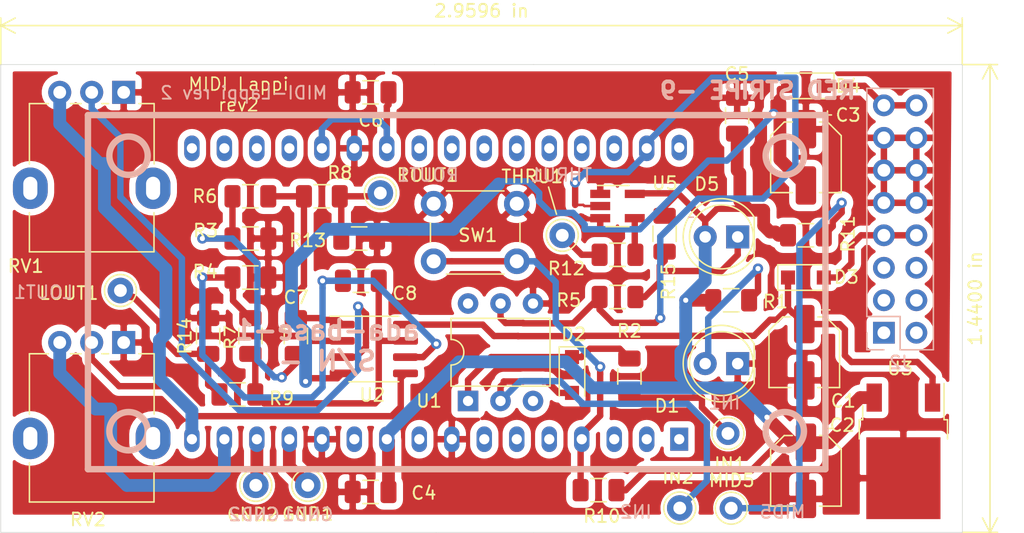
<source format=kicad_pcb>
(kicad_pcb (version 20171130) (host pcbnew "(5.1.4)-1")

  (general
    (thickness 1.6)
    (drawings 23)
    (tracks 353)
    (zones 0)
    (modules 45)
    (nets 58)
  )

  (page A4)
  (layers
    (0 F.Cu signal hide)
    (31 B.Cu signal hide)
    (32 B.Adhes user hide)
    (33 F.Adhes user hide)
    (34 B.Paste user hide)
    (35 F.Paste user hide)
    (36 B.SilkS user hide)
    (37 F.SilkS user)
    (38 B.Mask user hide)
    (39 F.Mask user)
    (40 Dwgs.User user hide)
    (41 Cmts.User user hide)
    (42 Eco1.User user)
    (43 Eco2.User user)
    (44 Edge.Cuts user)
    (45 Margin user)
    (46 B.CrtYd user)
    (47 F.CrtYd user)
    (48 B.Fab user hide)
    (49 F.Fab user hide)
  )

  (setup
    (last_trace_width 0.5)
    (user_trace_width 0.2)
    (user_trace_width 0.5)
    (user_trace_width 1)
    (user_trace_width 2)
    (trace_clearance 0.5)
    (zone_clearance 0.508)
    (zone_45_only no)
    (trace_min 0.2)
    (via_size 0.8)
    (via_drill 0.4)
    (via_min_size 0.4)
    (via_min_drill 0.3)
    (uvia_size 0.3)
    (uvia_drill 0.1)
    (uvias_allowed no)
    (uvia_min_size 0.2)
    (uvia_min_drill 0.1)
    (edge_width 0.05)
    (segment_width 0.2)
    (pcb_text_width 0.3)
    (pcb_text_size 1.5 1.5)
    (mod_edge_width 0.12)
    (mod_text_size 1 1)
    (mod_text_width 0.15)
    (pad_size 1.8 1.8)
    (pad_drill 1)
    (pad_to_mask_clearance 0.051)
    (solder_mask_min_width 0.25)
    (aux_axis_origin 0 0)
    (grid_origin 42.206 92.824)
    (visible_elements 7FFFFFFF)
    (pcbplotparams
      (layerselection 0x01008_7ffffffe)
      (usegerberextensions false)
      (usegerberattributes false)
      (usegerberadvancedattributes false)
      (creategerberjobfile false)
      (excludeedgelayer true)
      (linewidth 0.100000)
      (plotframeref false)
      (viasonmask false)
      (mode 1)
      (useauxorigin false)
      (hpglpennumber 1)
      (hpglpenspeed 20)
      (hpglpendiameter 15.000000)
      (psnegative false)
      (psa4output false)
      (plotreference false)
      (plotvalue false)
      (plotinvisibletext false)
      (padsonsilk false)
      (subtractmaskfromsilk false)
      (outputformat 1)
      (mirror false)
      (drillshape 0)
      (scaleselection 1)
      (outputdirectory "./"))
  )

  (net 0 "")
  (net 1 "Net-(U1-Pad3)")
  (net 2 "Net-(D1-Pad2)")
  (net 3 GND)
  (net 4 "Net-(D2-Pad2)")
  (net 5 +5V)
  (net 6 -9V)
  (net 7 /RESET)
  (net 8 +9V)
  (net 9 "Net-(U1-Pad6)")
  (net 10 +3V3)
  (net 11 "Net-(J2-Pad1)")
  (net 12 "Net-(D5-Pad1)")
  (net 13 "Net-(U4-Pad6)")
  (net 14 "Net-(C7-Pad2)")
  (net 15 "Net-(C7-Pad1)")
  (net 16 "Net-(C8-Pad2)")
  (net 17 "Net-(C8-Pad1)")
  (net 18 "Net-(D2-Pad1)")
  (net 19 "Net-(D3-Pad2)")
  (net 20 "Net-(D4-Pad1)")
  (net 21 "Net-(J2-Pad6)")
  (net 22 "Net-(J2-Pad5)")
  (net 23 "Net-(J2-Pad4)")
  (net 24 "Net-(J2-Pad3)")
  (net 25 "Net-(J2-Pad2)")
  (net 26 "Net-(R5-Pad2)")
  (net 27 "Net-(U4-Pad32)")
  (net 28 "Net-(U4-Pad1)")
  (net 29 "Net-(U4-Pad2)")
  (net 30 "Net-(U4-Pad30)")
  (net 31 "Net-(U4-Pad3)")
  (net 32 "Net-(U4-Pad29)")
  (net 33 "Net-(U4-Pad28)")
  (net 34 "Net-(U4-Pad5)")
  (net 35 "Net-(U4-Pad27)")
  (net 36 "Net-(U4-Pad26)")
  (net 37 "Net-(U4-Pad7)")
  (net 38 "Net-(U4-Pad25)")
  (net 39 "Net-(U4-Pad24)")
  (net 40 "Net-(U4-Pad11)")
  (net 41 "Net-(U4-Pad20)")
  (net 42 "Net-(U4-Pad19)")
  (net 43 "Net-(U4-Pad18)")
  (net 44 "Net-(U4-Pad17)")
  (net 45 "Net-(R12-Pad2)")
  (net 46 "Net-(IN1-Pad1)")
  (net 47 "Net-(LOUT1-Pad1)")
  (net 48 "Net-(MID5-Pad1)")
  (net 49 "Net-(R13-Pad1)")
  (net 50 "Net-(R12-Pad1)")
  (net 51 "Net-(RV1-Pad3)")
  (net 52 "Net-(RV2-Pad3)")
  (net 53 "Net-(RV1-Pad2)")
  (net 54 "Net-(RV2-Pad2)")
  (net 55 "Net-(GND1-Pad1)")
  (net 56 "Net-(GND2-Pad1)")
  (net 57 "Net-(U4-Pad9)")

  (net_class Default "This is the default net class."
    (clearance 0.5)
    (trace_width 0.5)
    (via_dia 0.8)
    (via_drill 0.4)
    (uvia_dia 0.3)
    (uvia_drill 0.1)
    (add_net +3V3)
    (add_net +5V)
    (add_net +9V)
    (add_net -9V)
    (add_net /RESET)
    (add_net GND)
    (add_net "Net-(C7-Pad1)")
    (add_net "Net-(C7-Pad2)")
    (add_net "Net-(C8-Pad1)")
    (add_net "Net-(C8-Pad2)")
    (add_net "Net-(D1-Pad2)")
    (add_net "Net-(D2-Pad1)")
    (add_net "Net-(D2-Pad2)")
    (add_net "Net-(D3-Pad2)")
    (add_net "Net-(D4-Pad1)")
    (add_net "Net-(D5-Pad1)")
    (add_net "Net-(GND1-Pad1)")
    (add_net "Net-(GND2-Pad1)")
    (add_net "Net-(IN1-Pad1)")
    (add_net "Net-(J2-Pad1)")
    (add_net "Net-(J2-Pad2)")
    (add_net "Net-(J2-Pad3)")
    (add_net "Net-(J2-Pad4)")
    (add_net "Net-(J2-Pad5)")
    (add_net "Net-(J2-Pad6)")
    (add_net "Net-(LOUT1-Pad1)")
    (add_net "Net-(MID5-Pad1)")
    (add_net "Net-(R12-Pad1)")
    (add_net "Net-(R12-Pad2)")
    (add_net "Net-(R13-Pad1)")
    (add_net "Net-(R5-Pad2)")
    (add_net "Net-(RV1-Pad2)")
    (add_net "Net-(RV1-Pad3)")
    (add_net "Net-(RV2-Pad2)")
    (add_net "Net-(RV2-Pad3)")
    (add_net "Net-(U1-Pad3)")
    (add_net "Net-(U1-Pad6)")
    (add_net "Net-(U4-Pad1)")
    (add_net "Net-(U4-Pad11)")
    (add_net "Net-(U4-Pad17)")
    (add_net "Net-(U4-Pad18)")
    (add_net "Net-(U4-Pad19)")
    (add_net "Net-(U4-Pad2)")
    (add_net "Net-(U4-Pad20)")
    (add_net "Net-(U4-Pad24)")
    (add_net "Net-(U4-Pad25)")
    (add_net "Net-(U4-Pad26)")
    (add_net "Net-(U4-Pad27)")
    (add_net "Net-(U4-Pad28)")
    (add_net "Net-(U4-Pad29)")
    (add_net "Net-(U4-Pad3)")
    (add_net "Net-(U4-Pad30)")
    (add_net "Net-(U4-Pad32)")
    (add_net "Net-(U4-Pad5)")
    (add_net "Net-(U4-Pad6)")
    (add_net "Net-(U4-Pad7)")
    (add_net "Net-(U4-Pad9)")
  )

  (module Resistor_SMD:R_1206_3216Metric (layer F.Cu) (tedit 5B301BBD) (tstamp 62506F64)
    (at 94.106 69.474 270)
    (descr "Resistor SMD 1206 (3216 Metric), square (rectangular) end terminal, IPC_7351 nominal, (Body size source: http://www.tortai-tech.com/upload/download/2011102023233369053.pdf), generated with kicad-footprint-generator")
    (tags resistor)
    (path /6251ED6A)
    (attr smd)
    (fp_text reference R15 (at 3.75 -0.3 90) (layer F.SilkS)
      (effects (font (size 1 1) (thickness 0.15)))
    )
    (fp_text value 1K (at 0 1.82 90) (layer F.Fab)
      (effects (font (size 1 1) (thickness 0.15)))
    )
    (fp_text user %R (at 0 0 90) (layer F.Fab)
      (effects (font (size 0.8 0.8) (thickness 0.12)))
    )
    (fp_line (start 2.28 1.12) (end -2.28 1.12) (layer F.CrtYd) (width 0.05))
    (fp_line (start 2.28 -1.12) (end 2.28 1.12) (layer F.CrtYd) (width 0.05))
    (fp_line (start -2.28 -1.12) (end 2.28 -1.12) (layer F.CrtYd) (width 0.05))
    (fp_line (start -2.28 1.12) (end -2.28 -1.12) (layer F.CrtYd) (width 0.05))
    (fp_line (start -0.602064 0.91) (end 0.602064 0.91) (layer F.SilkS) (width 0.12))
    (fp_line (start -0.602064 -0.91) (end 0.602064 -0.91) (layer F.SilkS) (width 0.12))
    (fp_line (start 1.6 0.8) (end -1.6 0.8) (layer F.Fab) (width 0.1))
    (fp_line (start 1.6 -0.8) (end 1.6 0.8) (layer F.Fab) (width 0.1))
    (fp_line (start -1.6 -0.8) (end 1.6 -0.8) (layer F.Fab) (width 0.1))
    (fp_line (start -1.6 0.8) (end -1.6 -0.8) (layer F.Fab) (width 0.1))
    (pad 2 smd roundrect (at 1.4 0 270) (size 1.25 1.75) (layers F.Cu F.Paste F.Mask) (roundrect_rratio 0.2)
      (net 12 "Net-(D5-Pad1)"))
    (pad 1 smd roundrect (at -1.4 0 270) (size 1.25 1.75) (layers F.Cu F.Paste F.Mask) (roundrect_rratio 0.2)
      (net 5 +5V))
    (model ${KISYS3DMOD}/Resistor_SMD.3dshapes/R_1206_3216Metric.wrl
      (at (xyz 0 0 0))
      (scale (xyz 1 1 1))
      (rotate (xyz 0 0 0))
    )
  )

  (module Connector_Pin:Pin_D1.0mm_L10.0mm (layer F.Cu) (tedit 5A1DC084) (tstamp 5FBD58F6)
    (at 95.292 90.919)
    (descr "solder Pin_ diameter 1.0mm, hole diameter 1.0mm (press fit), length 10.0mm")
    (tags "solder Pin_ press fit")
    (path /5FBDE949)
    (fp_text reference IN2 (at -0.127 -2.413) (layer F.SilkS)
      (effects (font (size 1 1) (thickness 0.15)))
    )
    (fp_text value Conn_01x01_Male (at 0 -2.05) (layer F.Fab)
      (effects (font (size 1 1) (thickness 0.15)))
    )
    (fp_circle (center 0 0) (end 1.25 0.05) (layer F.SilkS) (width 0.12))
    (fp_circle (center 0 0) (end 1 0) (layer F.Fab) (width 0.12))
    (fp_circle (center 0 0) (end 0.5 0) (layer F.Fab) (width 0.12))
    (fp_circle (center 0 0) (end 1.5 0) (layer F.CrtYd) (width 0.05))
    (fp_text user %R (at 0 2.25) (layer F.Fab)
      (effects (font (size 1 1) (thickness 0.15)))
    )
    (pad 1 thru_hole circle (at 0 0) (size 2 2) (drill 1) (layers *.Cu *.Mask)
      (net 4 "Net-(D2-Pad2)"))
    (model ${KISYS3DMOD}/Connector_Pin.3dshapes/Pin_D1.0mm_L10.0mm.wrl
      (at (xyz 0 0 0))
      (scale (xyz 1 1 1))
      (rotate (xyz 0 0 0))
    )
  )

  (module Connector_Pin:Pin_D1.0mm_L10.0mm (layer F.Cu) (tedit 5A1DC084) (tstamp 5F6D1995)
    (at 62.145 89.141)
    (descr "solder Pin_ diameter 1.0mm, hole diameter 1.0mm (press fit), length 10.0mm")
    (tags "solder Pin_ press fit")
    (path /5F74AFCF)
    (fp_text reference GND2 (at -0.254 2.286) (layer F.SilkS)
      (effects (font (size 1 1) (thickness 0.15)))
    )
    (fp_text value Conn_01x01_Male (at 0 -2.05) (layer F.Fab)
      (effects (font (size 1 1) (thickness 0.15)))
    )
    (fp_circle (center 0 0) (end 1.25 0.05) (layer F.SilkS) (width 0.12))
    (fp_circle (center 0 0) (end 1 0) (layer F.Fab) (width 0.12))
    (fp_circle (center 0 0) (end 0.5 0) (layer F.Fab) (width 0.12))
    (fp_circle (center 0 0) (end 1.5 0) (layer F.CrtYd) (width 0.05))
    (fp_text user %R (at 0 2.25) (layer F.Fab)
      (effects (font (size 1 1) (thickness 0.15)))
    )
    (pad 1 thru_hole circle (at 0 0) (size 2 2) (drill 1) (layers *.Cu *.Mask)
      (net 56 "Net-(GND2-Pad1)"))
    (model ${KISYS3DMOD}/Connector_Pin.3dshapes/Pin_D1.0mm_L10.0mm.wrl
      (at (xyz 0 0 0))
      (scale (xyz 1 1 1))
      (rotate (xyz 0 0 0))
    )
  )

  (module Connector_Pin:Pin_D1.0mm_L10.0mm (layer F.Cu) (tedit 5A1DC084) (tstamp 5F6D198B)
    (at 66.209 89.141)
    (descr "solder Pin_ diameter 1.0mm, hole diameter 1.0mm (press fit), length 10.0mm")
    (tags "solder Pin_ press fit")
    (path /5F72F290)
    (fp_text reference GND1 (at 0 2.25) (layer F.SilkS)
      (effects (font (size 1 1) (thickness 0.15)))
    )
    (fp_text value Conn_01x01_Male (at 0 -2.05) (layer F.Fab)
      (effects (font (size 1 1) (thickness 0.15)))
    )
    (fp_circle (center 0 0) (end 1.25 0.05) (layer F.SilkS) (width 0.12))
    (fp_circle (center 0 0) (end 1 0) (layer F.Fab) (width 0.12))
    (fp_circle (center 0 0) (end 0.5 0) (layer F.Fab) (width 0.12))
    (fp_circle (center 0 0) (end 1.5 0) (layer F.CrtYd) (width 0.05))
    (fp_text user %R (at 0 2.25) (layer F.Fab)
      (effects (font (size 1 1) (thickness 0.15)))
    )
    (pad 1 thru_hole circle (at 0 0) (size 2 2) (drill 1) (layers *.Cu *.Mask)
      (net 55 "Net-(GND1-Pad1)"))
    (model ${KISYS3DMOD}/Connector_Pin.3dshapes/Pin_D1.0mm_L10.0mm.wrl
      (at (xyz 0 0 0))
      (scale (xyz 1 1 1))
      (rotate (xyz 0 0 0))
    )
  )

  (module Package_TO_SOT_SMD:SOT-23-5_HandSoldering (layer F.Cu) (tedit 5A0AB76C) (tstamp 5F3F0987)
    (at 90.424 67.31)
    (descr "5-pin SOT23 package")
    (tags "SOT-23-5 hand-soldering")
    (path /5F3F4C4B)
    (attr smd)
    (fp_text reference U5 (at 3.707 -1.786) (layer F.SilkS)
      (effects (font (size 1 1) (thickness 0.15)))
    )
    (fp_text value 74LVC1G125 (at 0 2.9) (layer F.Fab)
      (effects (font (size 1 1) (thickness 0.15)))
    )
    (fp_line (start 2.38 1.8) (end -2.38 1.8) (layer F.CrtYd) (width 0.05))
    (fp_line (start 2.38 1.8) (end 2.38 -1.8) (layer F.CrtYd) (width 0.05))
    (fp_line (start -2.38 -1.8) (end -2.38 1.8) (layer F.CrtYd) (width 0.05))
    (fp_line (start -2.38 -1.8) (end 2.38 -1.8) (layer F.CrtYd) (width 0.05))
    (fp_line (start 0.9 -1.55) (end 0.9 1.55) (layer F.Fab) (width 0.1))
    (fp_line (start 0.9 1.55) (end -0.9 1.55) (layer F.Fab) (width 0.1))
    (fp_line (start -0.9 -0.9) (end -0.9 1.55) (layer F.Fab) (width 0.1))
    (fp_line (start 0.9 -1.55) (end -0.25 -1.55) (layer F.Fab) (width 0.1))
    (fp_line (start -0.9 -0.9) (end -0.25 -1.55) (layer F.Fab) (width 0.1))
    (fp_line (start 0.9 -1.61) (end -1.55 -1.61) (layer F.SilkS) (width 0.12))
    (fp_line (start -0.9 1.61) (end 0.9 1.61) (layer F.SilkS) (width 0.12))
    (fp_text user %R (at 0 0 90) (layer F.Fab)
      (effects (font (size 0.5 0.5) (thickness 0.075)))
    )
    (pad 5 smd rect (at 1.35 -0.95) (size 1.56 0.65) (layers F.Cu F.Paste F.Mask)
      (net 5 +5V))
    (pad 4 smd rect (at 1.35 0.95) (size 1.56 0.65) (layers F.Cu F.Paste F.Mask)
      (net 45 "Net-(R12-Pad2)"))
    (pad 3 smd rect (at -1.35 0.95) (size 1.56 0.65) (layers F.Cu F.Paste F.Mask)
      (net 3 GND))
    (pad 2 smd rect (at -1.35 0) (size 1.56 0.65) (layers F.Cu F.Paste F.Mask)
      (net 26 "Net-(R5-Pad2)"))
    (pad 1 smd rect (at -1.35 -0.95) (size 1.56 0.65) (layers F.Cu F.Paste F.Mask)
      (net 3 GND))
    (model ${KISYS3DMOD}/Package_TO_SOT_SMD.3dshapes/SOT-23-5.wrl
      (at (xyz 0 0 0))
      (scale (xyz 1 1 1))
      (rotate (xyz 0 0 0))
    )
  )

  (module Package_DIP:DIP-6_W7.62mm placed (layer F.Cu) (tedit 5A02E8C5) (tstamp 5E011094)
    (at 78.74 82.55 90)
    (descr "6-lead though-hole mounted DIP package, row spacing 7.62 mm (300 mils)")
    (tags "THT DIP DIL PDIP 2.54mm 7.62mm 300mil")
    (path /5E011B1B)
    (fp_text reference U1 (at 0 -3.048) (layer F.SilkS)
      (effects (font (size 1 1) (thickness 0.15)))
    )
    (fp_text value 4N25 (at 3.81 7.41 90) (layer F.Fab)
      (effects (font (size 1 1) (thickness 0.15)))
    )
    (fp_text user %R (at 3.81 2.54 90) (layer F.Fab)
      (effects (font (size 1 1) (thickness 0.15)))
    )
    (fp_line (start 8.7 -1.55) (end -1.1 -1.55) (layer F.CrtYd) (width 0.05))
    (fp_line (start 8.7 6.6) (end 8.7 -1.55) (layer F.CrtYd) (width 0.05))
    (fp_line (start -1.1 6.6) (end 8.7 6.6) (layer F.CrtYd) (width 0.05))
    (fp_line (start -1.1 -1.55) (end -1.1 6.6) (layer F.CrtYd) (width 0.05))
    (fp_line (start 6.46 -1.33) (end 4.81 -1.33) (layer F.SilkS) (width 0.12))
    (fp_line (start 6.46 6.41) (end 6.46 -1.33) (layer F.SilkS) (width 0.12))
    (fp_line (start 1.16 6.41) (end 6.46 6.41) (layer F.SilkS) (width 0.12))
    (fp_line (start 1.16 -1.33) (end 1.16 6.41) (layer F.SilkS) (width 0.12))
    (fp_line (start 2.81 -1.33) (end 1.16 -1.33) (layer F.SilkS) (width 0.12))
    (fp_line (start 0.635 -0.27) (end 1.635 -1.27) (layer F.Fab) (width 0.1))
    (fp_line (start 0.635 6.35) (end 0.635 -0.27) (layer F.Fab) (width 0.1))
    (fp_line (start 6.985 6.35) (end 0.635 6.35) (layer F.Fab) (width 0.1))
    (fp_line (start 6.985 -1.27) (end 6.985 6.35) (layer F.Fab) (width 0.1))
    (fp_line (start 1.635 -1.27) (end 6.985 -1.27) (layer F.Fab) (width 0.1))
    (fp_arc (start 3.81 -1.33) (end 2.81 -1.33) (angle -180) (layer F.SilkS) (width 0.12))
    (pad 6 thru_hole oval (at 7.62 0 90) (size 1.6 1.6) (drill 0.8) (layers *.Cu *.Mask)
      (net 9 "Net-(U1-Pad6)"))
    (pad 3 thru_hole oval (at 0 5.08 90) (size 1.6 1.6) (drill 0.8) (layers *.Cu *.Mask)
      (net 1 "Net-(U1-Pad3)"))
    (pad 5 thru_hole oval (at 7.62 2.54 90) (size 1.6 1.6) (drill 0.8) (layers *.Cu *.Mask)
      (net 26 "Net-(R5-Pad2)"))
    (pad 2 thru_hole oval (at 0 2.54 90) (size 1.6 1.6) (drill 0.8) (layers *.Cu *.Mask)
      (net 4 "Net-(D2-Pad2)"))
    (pad 4 thru_hole oval (at 7.62 5.08 90) (size 1.6 1.6) (drill 0.8) (layers *.Cu *.Mask)
      (net 3 GND))
    (pad 1 thru_hole rect (at 0 0 90) (size 1.6 1.6) (drill 0.8) (layers *.Cu *.Mask)
      (net 18 "Net-(D2-Pad1)"))
    (model ${KISYS3DMOD}/Package_DIP.3dshapes/DIP-6_W7.62mm.wrl
      (at (xyz 0 0 0))
      (scale (xyz 1 1 1))
      (rotate (xyz 0 0 0))
    )
  )

  (module ada-base-1:R_1206_3216Metric (layer F.Cu) (tedit 5B301BBD) (tstamp 5F3FF55F)
    (at 58.42 77.47 90)
    (descr "Resistor SMD 1206 (3216 Metric), square (rectangular) end terminal, IPC_7351 nominal, (Body size source: http://www.tortai-tech.com/upload/download/2011102023233369053.pdf), generated with kicad-footprint-generator")
    (tags resistor)
    (path /5F403E27)
    (attr smd)
    (fp_text reference R14 (at 0 -1.82 90) (layer F.SilkS)
      (effects (font (size 1 1) (thickness 0.15)))
    )
    (fp_text value 1K (at 0 1.82 90) (layer F.Fab)
      (effects (font (size 1 1) (thickness 0.15)))
    )
    (fp_text user %R (at 0 0 90) (layer F.Fab)
      (effects (font (size 0.8 0.8) (thickness 0.12)))
    )
    (fp_line (start 2.28 1.12) (end -2.28 1.12) (layer F.CrtYd) (width 0.05))
    (fp_line (start 2.28 -1.12) (end 2.28 1.12) (layer F.CrtYd) (width 0.05))
    (fp_line (start -2.28 -1.12) (end 2.28 -1.12) (layer F.CrtYd) (width 0.05))
    (fp_line (start -2.28 1.12) (end -2.28 -1.12) (layer F.CrtYd) (width 0.05))
    (fp_line (start -0.602064 0.91) (end 0.602064 0.91) (layer F.SilkS) (width 0.12))
    (fp_line (start -0.602064 -0.91) (end 0.602064 -0.91) (layer F.SilkS) (width 0.12))
    (fp_line (start 1.6 0.8) (end -1.6 0.8) (layer F.Fab) (width 0.1))
    (fp_line (start 1.6 -0.8) (end 1.6 0.8) (layer F.Fab) (width 0.1))
    (fp_line (start -1.6 -0.8) (end 1.6 -0.8) (layer F.Fab) (width 0.1))
    (fp_line (start -1.6 0.8) (end -1.6 -0.8) (layer F.Fab) (width 0.1))
    (pad 2 smd roundrect (at 1.4 0 90) (size 1.25 1.75) (layers F.Cu F.Paste F.Mask) (roundrect_rratio 0.2)
      (net 3 GND))
    (pad 1 smd roundrect (at -1.4 0 90) (size 1.25 1.75) (layers F.Cu F.Paste F.Mask) (roundrect_rratio 0.2)
      (net 47 "Net-(LOUT1-Pad1)"))
    (model ${KISYS3DMOD}/Resistor_SMD.3dshapes/R_1206_3216Metric.wrl
      (at (xyz 0 0 0))
      (scale (xyz 1 1 1))
      (rotate (xyz 0 0 0))
    )
  )

  (module ada-base-1:R_1206_3216Metric (layer F.Cu) (tedit 5B301BBD) (tstamp 5F3FF54E)
    (at 70.228 69.85)
    (descr "Resistor SMD 1206 (3216 Metric), square (rectangular) end terminal, IPC_7351 nominal, (Body size source: http://www.tortai-tech.com/upload/download/2011102023233369053.pdf), generated with kicad-footprint-generator")
    (tags resistor)
    (path /5F402D4A)
    (attr smd)
    (fp_text reference R13 (at -4.02544 0.14732) (layer F.SilkS)
      (effects (font (size 1 1) (thickness 0.15)))
    )
    (fp_text value 1K (at 0 1.82) (layer F.Fab)
      (effects (font (size 1 1) (thickness 0.15)))
    )
    (fp_text user %R (at 0 0) (layer F.Fab)
      (effects (font (size 0.8 0.8) (thickness 0.12)))
    )
    (fp_line (start 2.28 1.12) (end -2.28 1.12) (layer F.CrtYd) (width 0.05))
    (fp_line (start 2.28 -1.12) (end 2.28 1.12) (layer F.CrtYd) (width 0.05))
    (fp_line (start -2.28 -1.12) (end 2.28 -1.12) (layer F.CrtYd) (width 0.05))
    (fp_line (start -2.28 1.12) (end -2.28 -1.12) (layer F.CrtYd) (width 0.05))
    (fp_line (start -0.602064 0.91) (end 0.602064 0.91) (layer F.SilkS) (width 0.12))
    (fp_line (start -0.602064 -0.91) (end 0.602064 -0.91) (layer F.SilkS) (width 0.12))
    (fp_line (start 1.6 0.8) (end -1.6 0.8) (layer F.Fab) (width 0.1))
    (fp_line (start 1.6 -0.8) (end 1.6 0.8) (layer F.Fab) (width 0.1))
    (fp_line (start -1.6 -0.8) (end 1.6 -0.8) (layer F.Fab) (width 0.1))
    (fp_line (start -1.6 0.8) (end -1.6 -0.8) (layer F.Fab) (width 0.1))
    (pad 2 smd roundrect (at 1.4 0) (size 1.25 1.75) (layers F.Cu F.Paste F.Mask) (roundrect_rratio 0.2)
      (net 3 GND))
    (pad 1 smd roundrect (at -1.4 0) (size 1.25 1.75) (layers F.Cu F.Paste F.Mask) (roundrect_rratio 0.2)
      (net 49 "Net-(R13-Pad1)"))
    (model ${KISYS3DMOD}/Resistor_SMD.3dshapes/R_1206_3216Metric.wrl
      (at (xyz 0 0 0))
      (scale (xyz 1 1 1))
      (rotate (xyz 0 0 0))
    )
  )

  (module Resistor_SMD:R_1206_3216Metric (layer F.Cu) (tedit 5B301BBD) (tstamp 5F3F76C9)
    (at 90.424 71.12)
    (descr "Resistor SMD 1206 (3216 Metric), square (rectangular) end terminal, IPC_7351 nominal, (Body size source: http://www.tortai-tech.com/upload/download/2011102023233369053.pdf), generated with kicad-footprint-generator")
    (tags resistor)
    (path /5F442249)
    (attr smd)
    (fp_text reference R12 (at -3.993 1.079 180) (layer F.SilkS)
      (effects (font (size 1 1) (thickness 0.15)))
    )
    (fp_text value 220 (at 0 1.82) (layer F.Fab)
      (effects (font (size 1 1) (thickness 0.15)))
    )
    (fp_text user %R (at 0 0) (layer F.Fab)
      (effects (font (size 0.8 0.8) (thickness 0.12)))
    )
    (fp_line (start 2.28 1.12) (end -2.28 1.12) (layer F.CrtYd) (width 0.05))
    (fp_line (start 2.28 -1.12) (end 2.28 1.12) (layer F.CrtYd) (width 0.05))
    (fp_line (start -2.28 -1.12) (end 2.28 -1.12) (layer F.CrtYd) (width 0.05))
    (fp_line (start -2.28 1.12) (end -2.28 -1.12) (layer F.CrtYd) (width 0.05))
    (fp_line (start -0.602064 0.91) (end 0.602064 0.91) (layer F.SilkS) (width 0.12))
    (fp_line (start -0.602064 -0.91) (end 0.602064 -0.91) (layer F.SilkS) (width 0.12))
    (fp_line (start 1.6 0.8) (end -1.6 0.8) (layer F.Fab) (width 0.1))
    (fp_line (start 1.6 -0.8) (end 1.6 0.8) (layer F.Fab) (width 0.1))
    (fp_line (start -1.6 -0.8) (end 1.6 -0.8) (layer F.Fab) (width 0.1))
    (fp_line (start -1.6 0.8) (end -1.6 -0.8) (layer F.Fab) (width 0.1))
    (pad 2 smd roundrect (at 1.4 0) (size 1.25 1.75) (layers F.Cu F.Paste F.Mask) (roundrect_rratio 0.2)
      (net 45 "Net-(R12-Pad2)"))
    (pad 1 smd roundrect (at -1.4 0) (size 1.25 1.75) (layers F.Cu F.Paste F.Mask) (roundrect_rratio 0.2)
      (net 50 "Net-(R12-Pad1)"))
    (model ${KISYS3DMOD}/Resistor_SMD.3dshapes/R_1206_3216Metric.wrl
      (at (xyz 0 0 0))
      (scale (xyz 1 1 1))
      (rotate (xyz 0 0 0))
    )
  )

  (module Connector_Pin:Pin_D1.0mm_L10.0mm (layer F.Cu) (tedit 5A1DC084) (tstamp 5F3F7568)
    (at 86.106 69.596)
    (descr "solder Pin_ diameter 1.0mm, hole diameter 1.0mm (press fit), length 10.0mm")
    (tags "solder Pin_ press fit")
    (path /5F443ECE)
    (fp_text reference THRU1 (at -2.35 -4.597 180) (layer F.SilkS)
      (effects (font (size 1 1) (thickness 0.15)))
    )
    (fp_text value Conn_01x01_Male (at 0 -2.05) (layer F.Fab)
      (effects (font (size 1 1) (thickness 0.15)))
    )
    (fp_circle (center 0 0) (end 1.25 0.05) (layer F.SilkS) (width 0.12))
    (fp_circle (center 0 0) (end 1 0) (layer F.Fab) (width 0.12))
    (fp_circle (center 0 0) (end 0.5 0) (layer F.Fab) (width 0.12))
    (fp_circle (center 0 0) (end 1.5 0) (layer F.CrtYd) (width 0.05))
    (fp_text user %R (at 0 2.25) (layer F.Fab)
      (effects (font (size 1 1) (thickness 0.15)))
    )
    (pad 1 thru_hole circle (at 0 0) (size 2 2) (drill 1) (layers *.Cu *.Mask)
      (net 50 "Net-(R12-Pad1)"))
    (model ${KISYS3DMOD}/Connector_Pin.3dshapes/Pin_D1.0mm_L10.0mm.wrl
      (at (xyz 0 0 0))
      (scale (xyz 1 1 1))
      (rotate (xyz 0 0 0))
    )
  )

  (module Package_SO:SOIC-8_3.9x4.9mm_P1.27mm (layer F.Cu) (tedit 5C97300E) (tstamp 5F3F08CC)
    (at 71.374 78.486)
    (descr "SOIC, 8 Pin (JEDEC MS-012AA, https://www.analog.com/media/en/package-pcb-resources/package/pkg_pdf/soic_narrow-r/r_8.pdf), generated with kicad-footprint-generator ipc_gullwing_generator.py")
    (tags "SOIC SO")
    (path /5F1FE428)
    (attr smd)
    (fp_text reference U2 (at -0.12192 3.60172) (layer F.SilkS)
      (effects (font (size 1 1) (thickness 0.15)))
    )
    (fp_text value TL072 (at 0 3.4) (layer F.Fab)
      (effects (font (size 1 1) (thickness 0.15)))
    )
    (fp_text user %R (at 0 0) (layer F.Fab)
      (effects (font (size 0.98 0.98) (thickness 0.15)))
    )
    (fp_line (start 3.7 -2.7) (end -3.7 -2.7) (layer F.CrtYd) (width 0.05))
    (fp_line (start 3.7 2.7) (end 3.7 -2.7) (layer F.CrtYd) (width 0.05))
    (fp_line (start -3.7 2.7) (end 3.7 2.7) (layer F.CrtYd) (width 0.05))
    (fp_line (start -3.7 -2.7) (end -3.7 2.7) (layer F.CrtYd) (width 0.05))
    (fp_line (start -1.95 -1.475) (end -0.975 -2.45) (layer F.Fab) (width 0.1))
    (fp_line (start -1.95 2.45) (end -1.95 -1.475) (layer F.Fab) (width 0.1))
    (fp_line (start 1.95 2.45) (end -1.95 2.45) (layer F.Fab) (width 0.1))
    (fp_line (start 1.95 -2.45) (end 1.95 2.45) (layer F.Fab) (width 0.1))
    (fp_line (start -0.975 -2.45) (end 1.95 -2.45) (layer F.Fab) (width 0.1))
    (fp_line (start 0 -2.56) (end -3.45 -2.56) (layer F.SilkS) (width 0.12))
    (fp_line (start 0 -2.56) (end 1.95 -2.56) (layer F.SilkS) (width 0.12))
    (fp_line (start 0 2.56) (end -1.95 2.56) (layer F.SilkS) (width 0.12))
    (fp_line (start 0 2.56) (end 1.95 2.56) (layer F.SilkS) (width 0.12))
    (pad 8 smd roundrect (at 2.475 -1.905) (size 1.95 0.6) (layers F.Cu F.Paste F.Mask) (roundrect_rratio 0.25)
      (net 8 +9V))
    (pad 7 smd roundrect (at 2.475 -0.635) (size 1.95 0.6) (layers F.Cu F.Paste F.Mask) (roundrect_rratio 0.25)
      (net 16 "Net-(C8-Pad2)"))
    (pad 6 smd roundrect (at 2.475 0.635) (size 1.95 0.6) (layers F.Cu F.Paste F.Mask) (roundrect_rratio 0.25)
      (net 17 "Net-(C8-Pad1)"))
    (pad 5 smd roundrect (at 2.475 1.905) (size 1.95 0.6) (layers F.Cu F.Paste F.Mask) (roundrect_rratio 0.25)
      (net 54 "Net-(RV2-Pad2)"))
    (pad 4 smd roundrect (at -2.475 1.905) (size 1.95 0.6) (layers F.Cu F.Paste F.Mask) (roundrect_rratio 0.25)
      (net 6 -9V))
    (pad 3 smd roundrect (at -2.475 0.635) (size 1.95 0.6) (layers F.Cu F.Paste F.Mask) (roundrect_rratio 0.25)
      (net 53 "Net-(RV1-Pad2)"))
    (pad 2 smd roundrect (at -2.475 -0.635) (size 1.95 0.6) (layers F.Cu F.Paste F.Mask) (roundrect_rratio 0.25)
      (net 15 "Net-(C7-Pad1)"))
    (pad 1 smd roundrect (at -2.475 -1.905) (size 1.95 0.6) (layers F.Cu F.Paste F.Mask) (roundrect_rratio 0.25)
      (net 14 "Net-(C7-Pad2)"))
    (model ${KISYS3DMOD}/Package_SO.3dshapes/SOIC-8_3.9x4.9mm_P1.27mm.wrl
      (at (xyz 0 0 0))
      (scale (xyz 1 1 1))
      (rotate (xyz 0 0 0))
    )
  )

  (module Capacitor_SMD:C_1206_3216Metric (layer F.Cu) (tedit 5B301BBE) (tstamp 5F3936BE)
    (at 70.358 73.152)
    (descr "Capacitor SMD 1206 (3216 Metric), square (rectangular) end terminal, IPC_7351 nominal, (Body size source: http://www.tortai-tech.com/upload/download/2011102023233369053.pdf), generated with kicad-footprint-generator")
    (tags capacitor)
    (path /5F39CC1F)
    (attr smd)
    (fp_text reference C8 (at 3.43916 0.98552) (layer F.SilkS)
      (effects (font (size 1 1) (thickness 0.15)))
    )
    (fp_text value "220 pF" (at 0 1.82) (layer F.Fab)
      (effects (font (size 1 1) (thickness 0.15)))
    )
    (fp_text user %R (at 0 0) (layer F.Fab)
      (effects (font (size 0.8 0.8) (thickness 0.12)))
    )
    (fp_line (start 2.28 1.12) (end -2.28 1.12) (layer F.CrtYd) (width 0.05))
    (fp_line (start 2.28 -1.12) (end 2.28 1.12) (layer F.CrtYd) (width 0.05))
    (fp_line (start -2.28 -1.12) (end 2.28 -1.12) (layer F.CrtYd) (width 0.05))
    (fp_line (start -2.28 1.12) (end -2.28 -1.12) (layer F.CrtYd) (width 0.05))
    (fp_line (start -0.602064 0.91) (end 0.602064 0.91) (layer F.SilkS) (width 0.12))
    (fp_line (start -0.602064 -0.91) (end 0.602064 -0.91) (layer F.SilkS) (width 0.12))
    (fp_line (start 1.6 0.8) (end -1.6 0.8) (layer F.Fab) (width 0.1))
    (fp_line (start 1.6 -0.8) (end 1.6 0.8) (layer F.Fab) (width 0.1))
    (fp_line (start -1.6 -0.8) (end 1.6 -0.8) (layer F.Fab) (width 0.1))
    (fp_line (start -1.6 0.8) (end -1.6 -0.8) (layer F.Fab) (width 0.1))
    (pad 2 smd roundrect (at 1.4 0) (size 1.25 1.75) (layers F.Cu F.Paste F.Mask) (roundrect_rratio 0.2)
      (net 16 "Net-(C8-Pad2)"))
    (pad 1 smd roundrect (at -1.4 0) (size 1.25 1.75) (layers F.Cu F.Paste F.Mask) (roundrect_rratio 0.2)
      (net 17 "Net-(C8-Pad1)"))
    (model ${KISYS3DMOD}/Capacitor_SMD.3dshapes/C_1206_3216Metric.wrl
      (at (xyz 0 0 0))
      (scale (xyz 1 1 1))
      (rotate (xyz 0 0 0))
    )
  )

  (module Capacitor_SMD:C_1206_3216Metric (layer F.Cu) (tedit 5B301BBE) (tstamp 5F3936AD)
    (at 65.278 77.47 90)
    (descr "Capacitor SMD 1206 (3216 Metric), square (rectangular) end terminal, IPC_7351 nominal, (Body size source: http://www.tortai-tech.com/upload/download/2011102023233369053.pdf), generated with kicad-footprint-generator")
    (tags capacitor)
    (path /5F39DC1B)
    (attr smd)
    (fp_text reference C7 (at 3.0226 0.02032 180) (layer F.SilkS)
      (effects (font (size 1 1) (thickness 0.15)))
    )
    (fp_text value "220 pF" (at 0 1.82 90) (layer F.Fab)
      (effects (font (size 1 1) (thickness 0.15)))
    )
    (fp_text user %R (at 0 0 90) (layer F.Fab)
      (effects (font (size 0.8 0.8) (thickness 0.12)))
    )
    (fp_line (start 2.28 1.12) (end -2.28 1.12) (layer F.CrtYd) (width 0.05))
    (fp_line (start 2.28 -1.12) (end 2.28 1.12) (layer F.CrtYd) (width 0.05))
    (fp_line (start -2.28 -1.12) (end 2.28 -1.12) (layer F.CrtYd) (width 0.05))
    (fp_line (start -2.28 1.12) (end -2.28 -1.12) (layer F.CrtYd) (width 0.05))
    (fp_line (start -0.602064 0.91) (end 0.602064 0.91) (layer F.SilkS) (width 0.12))
    (fp_line (start -0.602064 -0.91) (end 0.602064 -0.91) (layer F.SilkS) (width 0.12))
    (fp_line (start 1.6 0.8) (end -1.6 0.8) (layer F.Fab) (width 0.1))
    (fp_line (start 1.6 -0.8) (end 1.6 0.8) (layer F.Fab) (width 0.1))
    (fp_line (start -1.6 -0.8) (end 1.6 -0.8) (layer F.Fab) (width 0.1))
    (fp_line (start -1.6 0.8) (end -1.6 -0.8) (layer F.Fab) (width 0.1))
    (pad 2 smd roundrect (at 1.4 0 90) (size 1.25 1.75) (layers F.Cu F.Paste F.Mask) (roundrect_rratio 0.2)
      (net 14 "Net-(C7-Pad2)"))
    (pad 1 smd roundrect (at -1.4 0 90) (size 1.25 1.75) (layers F.Cu F.Paste F.Mask) (roundrect_rratio 0.2)
      (net 15 "Net-(C7-Pad1)"))
    (model ${KISYS3DMOD}/Capacitor_SMD.3dshapes/C_1206_3216Metric.wrl
      (at (xyz 0 0 0))
      (scale (xyz 1 1 1))
      (rotate (xyz 0 0 0))
    )
  )

  (module ada-base-1:DIP-32_995_ELL placed (layer B.Cu) (tedit 5E399DAA) (tstamp 5E39E7B8)
    (at 106.68 60.198 180)
    (path /5E3CF53F)
    (fp_text reference U4 (at 7.874 -26.035 270) (layer B.SilkS) hide
      (effects (font (size 1 1) (thickness 0.15)) (justify mirror))
    )
    (fp_text value vs1053-ada-breakout-2 (at 30.48 -12.7) (layer B.Fab)
      (effects (font (size 1 1) (thickness 0.15)) (justify mirror))
    )
    (fp_circle (center 3.175 -24.715) (end 4.675 -24.715) (layer B.SilkS) (width 0.5))
    (fp_circle (center 3.175 -3.175) (end 4.675 -3.175) (layer B.SilkS) (width 0.5))
    (fp_circle (center 54.485 -24.715) (end 55.985 -24.715) (layer B.SilkS) (width 0.5))
    (fp_circle (center 54.485 -3.175) (end 55.985 -3.175) (layer B.SilkS) (width 0.5))
    (fp_line (start 0 0) (end 57.658 0) (layer B.SilkS) (width 0.5))
    (fp_line (start 0 -27.686) (end 57.658 -27.686) (layer B.SilkS) (width 0.5))
    (fp_line (start 57.658 0) (end 57.658 -27.686) (layer B.SilkS) (width 0.5))
    (fp_line (start 0 0) (end 0 -27.686) (layer B.SilkS) (width 0.5))
    (fp_line (start 10.33 -7.985667) (end 10.69 -7.985667) (layer B.SilkS) (width 0.12))
    (fp_line (start 10.58 -1.27) (end 50.38 -1.27) (layer B.CrtYd) (width 0.05))
    (fp_line (start 50.38 -1.27) (end 50.38 -26.59) (layer B.CrtYd) (width 0.05))
    (fp_line (start 50.38 -26.59) (end 10.58 -26.59) (layer B.CrtYd) (width 0.05))
    (fp_line (start 10.58 -26.59) (end 10.58 -1.27) (layer B.CrtYd) (width 0.05))
    (pad 32 thru_hole oval (at 11.43 -2.54 180) (size 1.2 2) (drill 0.8) (layers *.Cu *.Mask)
      (net 27 "Net-(U4-Pad32)"))
    (pad 1 thru_hole rect (at 11.43 -25.343 180) (size 1.4 1.8) (drill 0.8) (layers *.Cu *.Mask)
      (net 28 "Net-(U4-Pad1)"))
    (pad 31 thru_hole oval (at 13.97 -2.597 180) (size 1.2 2) (drill 0.8) (layers *.Cu *.Mask)
      (net 26 "Net-(R5-Pad2)"))
    (pad 2 thru_hole oval (at 13.97 -25.343 180) (size 1.2 2) (drill 0.8) (layers *.Cu *.Mask)
      (net 29 "Net-(U4-Pad2)"))
    (pad 30 thru_hole oval (at 16.51 -2.597 180) (size 1.2 2) (drill 0.8) (layers *.Cu *.Mask)
      (net 30 "Net-(U4-Pad30)"))
    (pad 3 thru_hole oval (at 16.51 -25.343 180) (size 1.2 2) (drill 0.8) (layers *.Cu *.Mask)
      (net 31 "Net-(U4-Pad3)"))
    (pad 29 thru_hole oval (at 19.05 -2.597 180) (size 1.2 2) (drill 0.8) (layers *.Cu *.Mask)
      (net 32 "Net-(U4-Pad29)"))
    (pad 4 thru_hole oval (at 19.05 -25.343 180) (size 1.2 2) (drill 0.8) (layers *.Cu *.Mask)
      (net 7 /RESET))
    (pad 28 thru_hole oval (at 21.59 -2.597 180) (size 1.2 2) (drill 0.8) (layers *.Cu *.Mask)
      (net 33 "Net-(U4-Pad28)"))
    (pad 5 thru_hole oval (at 21.59 -25.343 180) (size 1.2 2) (drill 0.8) (layers *.Cu *.Mask)
      (net 34 "Net-(U4-Pad5)"))
    (pad 27 thru_hole oval (at 24.13 -2.597 180) (size 1.2 2) (drill 0.8) (layers *.Cu *.Mask)
      (net 35 "Net-(U4-Pad27)"))
    (pad 6 thru_hole oval (at 24.13 -25.343 180) (size 1.2 2) (drill 0.8) (layers *.Cu *.Mask)
      (net 13 "Net-(U4-Pad6)"))
    (pad 26 thru_hole oval (at 26.67 -2.597 180) (size 1.2 2) (drill 0.8) (layers *.Cu *.Mask)
      (net 36 "Net-(U4-Pad26)"))
    (pad 7 thru_hole oval (at 26.67 -25.343 180) (size 1.2 2) (drill 0.8) (layers *.Cu *.Mask)
      (net 37 "Net-(U4-Pad7)"))
    (pad 25 thru_hole oval (at 29.21 -2.597 180) (size 1.2 2) (drill 0.8) (layers *.Cu *.Mask)
      (net 38 "Net-(U4-Pad25)"))
    (pad 8 thru_hole oval (at 29.21 -25.343 180) (size 1.2 2) (drill 0.8) (layers *.Cu *.Mask)
      (net 3 GND))
    (pad 24 thru_hole oval (at 31.75 -2.597 180) (size 1.2 2) (drill 0.8) (layers *.Cu *.Mask)
      (net 39 "Net-(U4-Pad24)"))
    (pad 9 thru_hole oval (at 31.75 -25.343 180) (size 1.2 2) (drill 0.8) (layers *.Cu *.Mask)
      (net 57 "Net-(U4-Pad9)"))
    (pad 23 thru_hole oval (at 34.29 -2.597 180) (size 1.2 2) (drill 0.8) (layers *.Cu *.Mask)
      (net 10 +3V3))
    (pad 10 thru_hole oval (at 34.29 -25.343 180) (size 1.2 2) (drill 0.8) (layers *.Cu *.Mask)
      (net 5 +5V))
    (pad 22 thru_hole oval (at 36.83 -2.597 180) (size 1.2 2) (drill 0.8) (layers *.Cu *.Mask)
      (net 3 GND))
    (pad 11 thru_hole oval (at 36.83 -25.343 180) (size 1.2 2) (drill 0.8) (layers *.Cu *.Mask)
      (net 40 "Net-(U4-Pad11)"))
    (pad 21 thru_hole oval (at 39.37 -2.597 180) (size 1.2 2) (drill 0.8) (layers *.Cu *.Mask)
      (net 10 +3V3))
    (pad 12 thru_hole oval (at 39.37 -25.343 180) (size 1.2 2) (drill 0.8) (layers *.Cu *.Mask)
      (net 3 GND))
    (pad 20 thru_hole oval (at 41.91 -2.597 180) (size 1.2 2) (drill 0.8) (layers *.Cu *.Mask)
      (net 41 "Net-(U4-Pad20)"))
    (pad 13 thru_hole oval (at 41.91 -25.343 180) (size 1.2 2) (drill 0.8) (layers *.Cu *.Mask)
      (net 55 "Net-(GND1-Pad1)"))
    (pad 19 thru_hole oval (at 44.45 -2.597 180) (size 1.2 2) (drill 0.8) (layers *.Cu *.Mask)
      (net 42 "Net-(U4-Pad19)"))
    (pad 14 thru_hole oval (at 44.45 -25.343 180) (size 1.2 2) (drill 0.8) (layers *.Cu *.Mask)
      (net 56 "Net-(GND2-Pad1)"))
    (pad 18 thru_hole oval (at 46.99 -2.597 180) (size 1.2 2) (drill 0.8) (layers *.Cu *.Mask)
      (net 43 "Net-(U4-Pad18)"))
    (pad 15 thru_hole oval (at 46.99 -25.343 180) (size 1.2 2) (drill 0.8) (layers *.Cu *.Mask)
      (net 52 "Net-(RV2-Pad3)"))
    (pad 17 thru_hole oval (at 49.53 -2.597 180) (size 1.2 2) (drill 0.8) (layers *.Cu *.Mask)
      (net 44 "Net-(U4-Pad17)"))
    (pad 16 thru_hole oval (at 49.53 -25.343 180) (size 1.2 2) (drill 0.8) (layers *.Cu *.Mask)
      (net 51 "Net-(RV1-Pad3)"))
  )

  (module Resistor_SMD:R_1206_3216Metric (layer F.Cu) (tedit 5B301BBD) (tstamp 5F1EE808)
    (at 60.706 82.042)
    (descr "Resistor SMD 1206 (3216 Metric), square (rectangular) end terminal, IPC_7351 nominal, (Body size source: http://www.tortai-tech.com/upload/download/2011102023233369053.pdf), generated with kicad-footprint-generator")
    (tags resistor)
    (path /5F276967)
    (attr smd)
    (fp_text reference R9 (at 3.45948 0.30988) (layer F.SilkS)
      (effects (font (size 1 1) (thickness 0.15)))
    )
    (fp_text value 1K (at 0 1.82) (layer F.Fab)
      (effects (font (size 1 1) (thickness 0.15)))
    )
    (fp_text user %R (at 0 0) (layer F.Fab)
      (effects (font (size 0.8 0.8) (thickness 0.12)))
    )
    (fp_line (start 2.28 1.12) (end -2.28 1.12) (layer F.CrtYd) (width 0.05))
    (fp_line (start 2.28 -1.12) (end 2.28 1.12) (layer F.CrtYd) (width 0.05))
    (fp_line (start -2.28 -1.12) (end 2.28 -1.12) (layer F.CrtYd) (width 0.05))
    (fp_line (start -2.28 1.12) (end -2.28 -1.12) (layer F.CrtYd) (width 0.05))
    (fp_line (start -0.602064 0.91) (end 0.602064 0.91) (layer F.SilkS) (width 0.12))
    (fp_line (start -0.602064 -0.91) (end 0.602064 -0.91) (layer F.SilkS) (width 0.12))
    (fp_line (start 1.6 0.8) (end -1.6 0.8) (layer F.Fab) (width 0.1))
    (fp_line (start 1.6 -0.8) (end 1.6 0.8) (layer F.Fab) (width 0.1))
    (fp_line (start -1.6 -0.8) (end 1.6 -0.8) (layer F.Fab) (width 0.1))
    (fp_line (start -1.6 0.8) (end -1.6 -0.8) (layer F.Fab) (width 0.1))
    (pad 2 smd roundrect (at 1.4 0) (size 1.25 1.75) (layers F.Cu F.Paste F.Mask) (roundrect_rratio 0.2)
      (net 16 "Net-(C8-Pad2)"))
    (pad 1 smd roundrect (at -1.4 0) (size 1.25 1.75) (layers F.Cu F.Paste F.Mask) (roundrect_rratio 0.2)
      (net 47 "Net-(LOUT1-Pad1)"))
    (model ${KISYS3DMOD}/Resistor_SMD.3dshapes/R_1206_3216Metric.wrl
      (at (xyz 0 0 0))
      (scale (xyz 1 1 1))
      (rotate (xyz 0 0 0))
    )
  )

  (module Resistor_SMD:R_1206_3216Metric (layer F.Cu) (tedit 5B301BBD) (tstamp 5F1EE7F7)
    (at 67.31 66.548 180)
    (descr "Resistor SMD 1206 (3216 Metric), square (rectangular) end terminal, IPC_7351 nominal, (Body size source: http://www.tortai-tech.com/upload/download/2011102023233369053.pdf), generated with kicad-footprint-generator")
    (tags resistor)
    (path /5F26E9BE)
    (attr smd)
    (fp_text reference R8 (at -1.40716 1.81356) (layer F.SilkS)
      (effects (font (size 1 1) (thickness 0.15)))
    )
    (fp_text value 1K (at 0 1.82) (layer F.Fab)
      (effects (font (size 1 1) (thickness 0.15)))
    )
    (fp_text user %R (at 0 0) (layer F.Fab)
      (effects (font (size 0.8 0.8) (thickness 0.12)))
    )
    (fp_line (start 2.28 1.12) (end -2.28 1.12) (layer F.CrtYd) (width 0.05))
    (fp_line (start 2.28 -1.12) (end 2.28 1.12) (layer F.CrtYd) (width 0.05))
    (fp_line (start -2.28 -1.12) (end 2.28 -1.12) (layer F.CrtYd) (width 0.05))
    (fp_line (start -2.28 1.12) (end -2.28 -1.12) (layer F.CrtYd) (width 0.05))
    (fp_line (start -0.602064 0.91) (end 0.602064 0.91) (layer F.SilkS) (width 0.12))
    (fp_line (start -0.602064 -0.91) (end 0.602064 -0.91) (layer F.SilkS) (width 0.12))
    (fp_line (start 1.6 0.8) (end -1.6 0.8) (layer F.Fab) (width 0.1))
    (fp_line (start 1.6 -0.8) (end 1.6 0.8) (layer F.Fab) (width 0.1))
    (fp_line (start -1.6 -0.8) (end 1.6 -0.8) (layer F.Fab) (width 0.1))
    (fp_line (start -1.6 0.8) (end -1.6 -0.8) (layer F.Fab) (width 0.1))
    (pad 2 smd roundrect (at 1.4 0 180) (size 1.25 1.75) (layers F.Cu F.Paste F.Mask) (roundrect_rratio 0.2)
      (net 14 "Net-(C7-Pad2)"))
    (pad 1 smd roundrect (at -1.4 0 180) (size 1.25 1.75) (layers F.Cu F.Paste F.Mask) (roundrect_rratio 0.2)
      (net 49 "Net-(R13-Pad1)"))
    (model ${KISYS3DMOD}/Resistor_SMD.3dshapes/R_1206_3216Metric.wrl
      (at (xyz 0 0 0))
      (scale (xyz 1 1 1))
      (rotate (xyz 0 0 0))
    )
  )

  (module Resistor_SMD:R_1206_3216Metric (layer F.Cu) (tedit 5B301BBD) (tstamp 5F1EE7E6)
    (at 61.722 77.47 90)
    (descr "Resistor SMD 1206 (3216 Metric), square (rectangular) end terminal, IPC_7351 nominal, (Body size source: http://www.tortai-tech.com/upload/download/2011102023233369053.pdf), generated with kicad-footprint-generator")
    (tags resistor)
    (path /5F21921E)
    (attr smd)
    (fp_text reference R7 (at -0.10668 -1.58496 90) (layer F.SilkS)
      (effects (font (size 0.8 1) (thickness 0.15)))
    )
    (fp_text value 47K (at 0 1.82 90) (layer F.Fab)
      (effects (font (size 1 1) (thickness 0.15)))
    )
    (fp_text user %R (at 0 0 90) (layer F.Fab)
      (effects (font (size 0.8 0.8) (thickness 0.12)))
    )
    (fp_line (start 2.28 1.12) (end -2.28 1.12) (layer F.CrtYd) (width 0.05))
    (fp_line (start 2.28 -1.12) (end 2.28 1.12) (layer F.CrtYd) (width 0.05))
    (fp_line (start -2.28 -1.12) (end 2.28 -1.12) (layer F.CrtYd) (width 0.05))
    (fp_line (start -2.28 1.12) (end -2.28 -1.12) (layer F.CrtYd) (width 0.05))
    (fp_line (start -0.602064 0.91) (end 0.602064 0.91) (layer F.SilkS) (width 0.12))
    (fp_line (start -0.602064 -0.91) (end 0.602064 -0.91) (layer F.SilkS) (width 0.12))
    (fp_line (start 1.6 0.8) (end -1.6 0.8) (layer F.Fab) (width 0.1))
    (fp_line (start 1.6 -0.8) (end 1.6 0.8) (layer F.Fab) (width 0.1))
    (fp_line (start -1.6 -0.8) (end 1.6 -0.8) (layer F.Fab) (width 0.1))
    (fp_line (start -1.6 0.8) (end -1.6 -0.8) (layer F.Fab) (width 0.1))
    (pad 2 smd roundrect (at 1.4 0 90) (size 1.25 1.75) (layers F.Cu F.Paste F.Mask) (roundrect_rratio 0.2)
      (net 17 "Net-(C8-Pad1)"))
    (pad 1 smd roundrect (at -1.4 0 90) (size 1.25 1.75) (layers F.Cu F.Paste F.Mask) (roundrect_rratio 0.2)
      (net 16 "Net-(C8-Pad2)"))
    (model ${KISYS3DMOD}/Resistor_SMD.3dshapes/R_1206_3216Metric.wrl
      (at (xyz 0 0 0))
      (scale (xyz 1 1 1))
      (rotate (xyz 0 0 0))
    )
  )

  (module Resistor_SMD:R_1206_3216Metric (layer F.Cu) (tedit 5B301BBD) (tstamp 5F1EE7D5)
    (at 61.722 66.548 180)
    (descr "Resistor SMD 1206 (3216 Metric), square (rectangular) end terminal, IPC_7351 nominal, (Body size source: http://www.tortai-tech.com/upload/download/2011102023233369053.pdf), generated with kicad-footprint-generator")
    (tags resistor)
    (path /5F253700)
    (attr smd)
    (fp_text reference R6 (at 3.556 0) (layer F.SilkS)
      (effects (font (size 1 1) (thickness 0.15)))
    )
    (fp_text value 47K (at 0 1.82) (layer F.Fab)
      (effects (font (size 1 1) (thickness 0.15)))
    )
    (fp_text user %R (at 0 0) (layer F.Fab)
      (effects (font (size 0.8 0.8) (thickness 0.12)))
    )
    (fp_line (start 2.28 1.12) (end -2.28 1.12) (layer F.CrtYd) (width 0.05))
    (fp_line (start 2.28 -1.12) (end 2.28 1.12) (layer F.CrtYd) (width 0.05))
    (fp_line (start -2.28 -1.12) (end 2.28 -1.12) (layer F.CrtYd) (width 0.05))
    (fp_line (start -2.28 1.12) (end -2.28 -1.12) (layer F.CrtYd) (width 0.05))
    (fp_line (start -0.602064 0.91) (end 0.602064 0.91) (layer F.SilkS) (width 0.12))
    (fp_line (start -0.602064 -0.91) (end 0.602064 -0.91) (layer F.SilkS) (width 0.12))
    (fp_line (start 1.6 0.8) (end -1.6 0.8) (layer F.Fab) (width 0.1))
    (fp_line (start 1.6 -0.8) (end 1.6 0.8) (layer F.Fab) (width 0.1))
    (fp_line (start -1.6 -0.8) (end 1.6 -0.8) (layer F.Fab) (width 0.1))
    (fp_line (start -1.6 0.8) (end -1.6 -0.8) (layer F.Fab) (width 0.1))
    (pad 2 smd roundrect (at 1.4 0 180) (size 1.25 1.75) (layers F.Cu F.Paste F.Mask) (roundrect_rratio 0.2)
      (net 15 "Net-(C7-Pad1)"))
    (pad 1 smd roundrect (at -1.4 0 180) (size 1.25 1.75) (layers F.Cu F.Paste F.Mask) (roundrect_rratio 0.2)
      (net 14 "Net-(C7-Pad2)"))
    (model ${KISYS3DMOD}/Resistor_SMD.3dshapes/R_1206_3216Metric.wrl
      (at (xyz 0 0 0))
      (scale (xyz 1 1 1))
      (rotate (xyz 0 0 0))
    )
  )

  (module Resistor_SMD:R_1206_3216Metric (layer F.Cu) (tedit 5B301BBD) (tstamp 5F1EE7C4)
    (at 61.722 72.898 180)
    (descr "Resistor SMD 1206 (3216 Metric), square (rectangular) end terminal, IPC_7351 nominal, (Body size source: http://www.tortai-tech.com/upload/download/2011102023233369053.pdf), generated with kicad-footprint-generator")
    (tags resistor)
    (path /5F21EEAF)
    (attr smd)
    (fp_text reference R4 (at 3.53568 0.46228) (layer F.SilkS)
      (effects (font (size 1 1) (thickness 0.15)))
    )
    (fp_text value 4.7K (at 0 1.82) (layer F.Fab)
      (effects (font (size 1 1) (thickness 0.15)))
    )
    (fp_text user %R (at 0 0) (layer F.Fab)
      (effects (font (size 0.8 0.8) (thickness 0.12)))
    )
    (fp_line (start 2.28 1.12) (end -2.28 1.12) (layer F.CrtYd) (width 0.05))
    (fp_line (start 2.28 -1.12) (end 2.28 1.12) (layer F.CrtYd) (width 0.05))
    (fp_line (start -2.28 -1.12) (end 2.28 -1.12) (layer F.CrtYd) (width 0.05))
    (fp_line (start -2.28 1.12) (end -2.28 -1.12) (layer F.CrtYd) (width 0.05))
    (fp_line (start -0.602064 0.91) (end 0.602064 0.91) (layer F.SilkS) (width 0.12))
    (fp_line (start -0.602064 -0.91) (end 0.602064 -0.91) (layer F.SilkS) (width 0.12))
    (fp_line (start 1.6 0.8) (end -1.6 0.8) (layer F.Fab) (width 0.1))
    (fp_line (start 1.6 -0.8) (end 1.6 0.8) (layer F.Fab) (width 0.1))
    (fp_line (start -1.6 -0.8) (end 1.6 -0.8) (layer F.Fab) (width 0.1))
    (fp_line (start -1.6 0.8) (end -1.6 -0.8) (layer F.Fab) (width 0.1))
    (pad 2 smd roundrect (at 1.4 0 180) (size 1.25 1.75) (layers F.Cu F.Paste F.Mask) (roundrect_rratio 0.2)
      (net 17 "Net-(C8-Pad1)"))
    (pad 1 smd roundrect (at -1.4 0 180) (size 1.25 1.75) (layers F.Cu F.Paste F.Mask) (roundrect_rratio 0.2)
      (net 3 GND))
    (model ${KISYS3DMOD}/Resistor_SMD.3dshapes/R_1206_3216Metric.wrl
      (at (xyz 0 0 0))
      (scale (xyz 1 1 1))
      (rotate (xyz 0 0 0))
    )
  )

  (module Resistor_SMD:R_1206_3216Metric (layer F.Cu) (tedit 5B301BBD) (tstamp 5F1EE7B3)
    (at 61.722 69.85 180)
    (descr "Resistor SMD 1206 (3216 Metric), square (rectangular) end terminal, IPC_7351 nominal, (Body size source: http://www.tortai-tech.com/upload/download/2011102023233369053.pdf), generated with kicad-footprint-generator")
    (tags resistor)
    (path /5F254ABE)
    (attr smd)
    (fp_text reference R3 (at 3.50012 0.61468) (layer F.SilkS)
      (effects (font (size 1 1) (thickness 0.15)))
    )
    (fp_text value 4.7K (at 0 1.82) (layer F.Fab)
      (effects (font (size 1 1) (thickness 0.15)))
    )
    (fp_text user %R (at 0 0) (layer F.Fab)
      (effects (font (size 0.8 0.8) (thickness 0.12)))
    )
    (fp_line (start 2.28 1.12) (end -2.28 1.12) (layer F.CrtYd) (width 0.05))
    (fp_line (start 2.28 -1.12) (end 2.28 1.12) (layer F.CrtYd) (width 0.05))
    (fp_line (start -2.28 -1.12) (end 2.28 -1.12) (layer F.CrtYd) (width 0.05))
    (fp_line (start -2.28 1.12) (end -2.28 -1.12) (layer F.CrtYd) (width 0.05))
    (fp_line (start -0.602064 0.91) (end 0.602064 0.91) (layer F.SilkS) (width 0.12))
    (fp_line (start -0.602064 -0.91) (end 0.602064 -0.91) (layer F.SilkS) (width 0.12))
    (fp_line (start 1.6 0.8) (end -1.6 0.8) (layer F.Fab) (width 0.1))
    (fp_line (start 1.6 -0.8) (end 1.6 0.8) (layer F.Fab) (width 0.1))
    (fp_line (start -1.6 -0.8) (end 1.6 -0.8) (layer F.Fab) (width 0.1))
    (fp_line (start -1.6 0.8) (end -1.6 -0.8) (layer F.Fab) (width 0.1))
    (pad 2 smd roundrect (at 1.4 0 180) (size 1.25 1.75) (layers F.Cu F.Paste F.Mask) (roundrect_rratio 0.2)
      (net 15 "Net-(C7-Pad1)"))
    (pad 1 smd roundrect (at -1.4 0 180) (size 1.25 1.75) (layers F.Cu F.Paste F.Mask) (roundrect_rratio 0.2)
      (net 3 GND))
    (model ${KISYS3DMOD}/Resistor_SMD.3dshapes/R_1206_3216Metric.wrl
      (at (xyz 0 0 0))
      (scale (xyz 1 1 1))
      (rotate (xyz 0 0 0))
    )
  )

  (module Connector_Pin:Pin_D1.0mm_L10.0mm (layer F.Cu) (tedit 5A1DC084) (tstamp 5F1EE726)
    (at 51.562 73.914)
    (descr "solder Pin_ diameter 1.0mm, hole diameter 1.0mm (press fit), length 10.0mm")
    (tags "solder Pin_ press fit")
    (path /5F277A31)
    (fp_text reference LOUT1 (at -4.03352 0.20828) (layer F.SilkS)
      (effects (font (size 1 1) (thickness 0.15)))
    )
    (fp_text value Conn_01x01_Male (at 0 -2.05) (layer F.Fab)
      (effects (font (size 1 1) (thickness 0.15)))
    )
    (fp_circle (center 0 0) (end 1.25 0.05) (layer F.SilkS) (width 0.12))
    (fp_circle (center 0 0) (end 1 0) (layer F.Fab) (width 0.12))
    (fp_circle (center 0 0) (end 0.5 0) (layer F.Fab) (width 0.12))
    (fp_circle (center 0 0) (end 1.5 0) (layer F.CrtYd) (width 0.05))
    (fp_text user %R (at 0 2.25) (layer F.Fab)
      (effects (font (size 1 1) (thickness 0.15)))
    )
    (pad 1 thru_hole circle (at 0 0) (size 2 2) (drill 1) (layers *.Cu *.Mask)
      (net 47 "Net-(LOUT1-Pad1)"))
    (model ${KISYS3DMOD}/Connector_Pin.3dshapes/Pin_D1.0mm_L10.0mm.wrl
      (at (xyz 0 0 0))
      (scale (xyz 1 1 1))
      (rotate (xyz 0 0 0))
    )
  )

  (module Connector_Pin:Pin_D1.0mm_L10.0mm (layer F.Cu) (tedit 5A1DC084) (tstamp 5F1EE71C)
    (at 71.882 66.294)
    (descr "solder Pin_ diameter 1.0mm, hole diameter 1.0mm (press fit), length 10.0mm")
    (tags "solder Pin_ press fit")
    (path /5F2759FD)
    (fp_text reference ROUT1 (at 3.69316 -1.40208) (layer F.SilkS)
      (effects (font (size 1 1) (thickness 0.15)))
    )
    (fp_text value Conn_01x01_Male (at 0 -2.05) (layer F.Fab)
      (effects (font (size 1 1) (thickness 0.15)))
    )
    (fp_circle (center 0 0) (end 1.25 0.05) (layer F.SilkS) (width 0.12))
    (fp_circle (center 0 0) (end 1 0) (layer F.Fab) (width 0.12))
    (fp_circle (center 0 0) (end 0.5 0) (layer F.Fab) (width 0.12))
    (fp_circle (center 0 0) (end 1.5 0) (layer F.CrtYd) (width 0.05))
    (fp_text user %R (at 0 2.25) (layer F.Fab)
      (effects (font (size 1 1) (thickness 0.15)))
    )
    (pad 1 thru_hole circle (at 0 0) (size 2 2) (drill 1) (layers *.Cu *.Mask)
      (net 49 "Net-(R13-Pad1)"))
    (model ${KISYS3DMOD}/Connector_Pin.3dshapes/Pin_D1.0mm_L10.0mm.wrl
      (at (xyz 0 0 0))
      (scale (xyz 1 1 1))
      (rotate (xyz 0 0 0))
    )
  )

  (module Potentiometer_THT:Potentiometer_Alpha_RD901F-40-00D_Single_Vertical placed (layer F.Cu) (tedit 5C6C6C14) (tstamp 5EE3A988)
    (at 51.816 77.978 270)
    (descr "Potentiometer, vertical, 9mm, single, http://www.taiwanalpha.com.tw/downloads?target=products&id=113")
    (tags "potentiometer vertical 9mm single")
    (path /5EE5E7D6)
    (fp_text reference RV2 (at 13.843 2.794) (layer F.SilkS)
      (effects (font (size 1 1) (thickness 0.15)))
    )
    (fp_text value 10K (at 0 9.86 270) (layer F.Fab)
      (effects (font (size 1 1) (thickness 0.15)))
    )
    (fp_line (start 0.88 4.16) (end 0.88 3.33) (layer F.SilkS) (width 0.12))
    (fp_line (start 0.88 1.71) (end 0.88 1.18) (layer F.SilkS) (width 0.12))
    (fp_line (start 0.88 -1.19) (end 0.88 -2.37) (layer F.SilkS) (width 0.12))
    (fp_line (start 0.88 7.37) (end 5.6 7.37) (layer F.SilkS) (width 0.12))
    (fp_line (start 9.41 -2.37) (end 12.47 -2.37) (layer F.SilkS) (width 0.12))
    (fp_line (start 1 7.25) (end 12.35 7.25) (layer F.Fab) (width 0.1))
    (fp_line (start 1 -2.25) (end 12.35 -2.25) (layer F.Fab) (width 0.1))
    (fp_line (start 12.35 7.25) (end 12.35 -2.25) (layer F.Fab) (width 0.1))
    (fp_line (start 1 7.25) (end 1 -2.25) (layer F.Fab) (width 0.1))
    (fp_circle (center 7.5 2.5) (end 7.5 -1) (layer F.Fab) (width 0.1))
    (fp_line (start 0.88 -2.38) (end 5.6 -2.38) (layer F.SilkS) (width 0.12))
    (fp_line (start 9.41 7.37) (end 12.47 7.37) (layer F.SilkS) (width 0.12))
    (fp_line (start 0.88 7.37) (end 0.88 5.88) (layer F.SilkS) (width 0.12))
    (fp_line (start 12.47 7.37) (end 12.47 -2.37) (layer F.SilkS) (width 0.12))
    (fp_line (start 12.6 8.91) (end 12.6 -3.91) (layer F.CrtYd) (width 0.05))
    (fp_line (start 12.6 -3.91) (end -1.15 -3.91) (layer F.CrtYd) (width 0.05))
    (fp_line (start -1.15 -3.91) (end -1.15 8.91) (layer F.CrtYd) (width 0.05))
    (fp_line (start -1.15 8.91) (end 12.6 8.91) (layer F.CrtYd) (width 0.05))
    (fp_text user %R (at 7.62 2.54 90) (layer F.Fab)
      (effects (font (size 1 1) (thickness 0.15)))
    )
    (pad "" thru_hole oval (at 7.5 -2.3) (size 2.72 3.24) (drill oval 1.1 1.8) (layers *.Cu *.Mask))
    (pad "" thru_hole oval (at 7.5 7.3) (size 2.72 3.24) (drill oval 1.1 1.8) (layers *.Cu *.Mask))
    (pad 3 thru_hole circle (at 0 5) (size 1.8 1.8) (drill 1) (layers *.Cu *.Mask)
      (net 52 "Net-(RV2-Pad3)"))
    (pad 2 thru_hole circle (at 0 2.5) (size 1.8 1.8) (drill 1) (layers *.Cu *.Mask)
      (net 54 "Net-(RV2-Pad2)"))
    (pad 1 thru_hole rect (at 0 0) (size 1.8 1.8) (drill 1) (layers *.Cu *.Mask)
      (net 3 GND))
    (model ${KISYS3DMOD}/Potentiometer_THT.3dshapes/ALPHA-RD901F-40.step
      (offset (xyz 7.5 -2.5 0))
      (scale (xyz 1 1 1))
      (rotate (xyz 0 0 90))
    )
  )

  (module Connector_Pin:Pin_D1.0mm_L10.0mm placed (layer F.Cu) (tedit 5A1DC084) (tstamp 5EDBBF2B)
    (at 99.314 90.932 180)
    (descr "solder Pin_ diameter 1.0mm, hole diameter 1.0mm (press fit), length 10.0mm")
    (tags "solder Pin_ press fit")
    (path /5EDC80BF)
    (fp_text reference MID5 (at -0.042 2.172) (layer F.SilkS)
      (effects (font (size 1 1) (thickness 0.15)))
    )
    (fp_text value Conn_01x01_Male (at 0 -2.05) (layer F.Fab)
      (effects (font (size 1 1) (thickness 0.15)))
    )
    (fp_circle (center 0 0) (end 1.25 0.05) (layer F.SilkS) (width 0.12))
    (fp_circle (center 0 0) (end 1 0) (layer F.Fab) (width 0.12))
    (fp_circle (center 0 0) (end 0.5 0) (layer F.Fab) (width 0.12))
    (fp_circle (center 0 0) (end 1.5 0) (layer F.CrtYd) (width 0.05))
    (fp_text user %R (at 0 2.25) (layer F.Fab)
      (effects (font (size 1 1) (thickness 0.15)))
    )
    (pad 1 thru_hole circle (at 0 0 270) (size 1.8 1.8) (drill 1) (layers *.Cu *.Mask)
      (net 48 "Net-(MID5-Pad1)"))
    (model ${KISYS3DMOD}/Connector_Pin.3dshapes/Pin_D1.0mm_L10.0mm.wrl
      (at (xyz 0 0 0))
      (scale (xyz 1 1 1))
      (rotate (xyz 0 0 0))
    )
  )

  (module Connector_Pin:Pin_D1.0mm_L10.0mm placed (layer F.Cu) (tedit 5A1DC084) (tstamp 5EDBBF21)
    (at 99.06 85.09)
    (descr "solder Pin_ diameter 1.0mm, hole diameter 1.0mm (press fit), length 10.0mm")
    (tags "solder Pin_ press fit")
    (path /5EDBF508)
    (fp_text reference IN1 (at 0.169 2.4) (layer F.SilkS)
      (effects (font (size 1 1) (thickness 0.15)))
    )
    (fp_text value Conn_01x01_Male (at 0 -2.05) (layer F.Fab)
      (effects (font (size 1 1) (thickness 0.15)))
    )
    (fp_circle (center 0 0) (end 1.25 0.05) (layer F.SilkS) (width 0.12))
    (fp_circle (center 0 0) (end 1 0) (layer F.Fab) (width 0.12))
    (fp_circle (center 0 0) (end 0.5 0) (layer F.Fab) (width 0.12))
    (fp_circle (center 0 0) (end 1.5 0) (layer F.CrtYd) (width 0.05))
    (fp_text user %R (at 0 2.25) (layer F.Fab)
      (effects (font (size 1 1) (thickness 0.15)))
    )
    (pad 1 thru_hole circle (at 0 0 90) (size 1.8 1.8) (drill 1) (layers *.Cu *.Mask)
      (net 46 "Net-(IN1-Pad1)"))
    (model ${KISYS3DMOD}/Connector_Pin.3dshapes/Pin_D1.0mm_L10.0mm.wrl
      (at (xyz 0 0 0))
      (scale (xyz 1 1 1))
      (rotate (xyz 0 0 0))
    )
  )

  (module Diode_SMD:D_SOD-123F placed (layer F.Cu) (tedit 587F7769) (tstamp 5E4596F8)
    (at 105.156 57.912 180)
    (descr D_SOD-123F)
    (tags D_SOD-123F)
    (path /5E4DCE8D)
    (attr smd)
    (fp_text reference D4 (at -3.2932 -0.0124) (layer F.SilkS)
      (effects (font (size 1 1) (thickness 0.15)))
    )
    (fp_text value 1N4148 (at 0 2.1) (layer F.Fab)
      (effects (font (size 1 1) (thickness 0.15)))
    )
    (fp_text user %R (at -0.127 -1.905) (layer F.Fab)
      (effects (font (size 1 1) (thickness 0.15)))
    )
    (fp_line (start -2.2 -1) (end -2.2 1) (layer F.SilkS) (width 0.12))
    (fp_line (start 0.25 0) (end 0.75 0) (layer F.Fab) (width 0.1))
    (fp_line (start 0.25 0.4) (end -0.35 0) (layer F.Fab) (width 0.1))
    (fp_line (start 0.25 -0.4) (end 0.25 0.4) (layer F.Fab) (width 0.1))
    (fp_line (start -0.35 0) (end 0.25 -0.4) (layer F.Fab) (width 0.1))
    (fp_line (start -0.35 0) (end -0.35 0.55) (layer F.Fab) (width 0.1))
    (fp_line (start -0.35 0) (end -0.35 -0.55) (layer F.Fab) (width 0.1))
    (fp_line (start -0.75 0) (end -0.35 0) (layer F.Fab) (width 0.1))
    (fp_line (start -1.4 0.9) (end -1.4 -0.9) (layer F.Fab) (width 0.1))
    (fp_line (start 1.4 0.9) (end -1.4 0.9) (layer F.Fab) (width 0.1))
    (fp_line (start 1.4 -0.9) (end 1.4 0.9) (layer F.Fab) (width 0.1))
    (fp_line (start -1.4 -0.9) (end 1.4 -0.9) (layer F.Fab) (width 0.1))
    (fp_line (start -2.2 -1.15) (end 2.2 -1.15) (layer F.CrtYd) (width 0.05))
    (fp_line (start 2.2 -1.15) (end 2.2 1.15) (layer F.CrtYd) (width 0.05))
    (fp_line (start 2.2 1.15) (end -2.2 1.15) (layer F.CrtYd) (width 0.05))
    (fp_line (start -2.2 -1.15) (end -2.2 1.15) (layer F.CrtYd) (width 0.05))
    (fp_line (start -2.2 1) (end 1.65 1) (layer F.SilkS) (width 0.12))
    (fp_line (start -2.2 -1) (end 1.65 -1) (layer F.SilkS) (width 0.12))
    (pad 1 smd rect (at -1.4 0 180) (size 1.1 1.1) (layers F.Cu F.Paste F.Mask)
      (net 20 "Net-(D4-Pad1)"))
    (pad 2 smd rect (at 1.4 0 180) (size 1.1 1.1) (layers F.Cu F.Paste F.Mask)
      (net 6 -9V))
    (model ${KISYS3DMOD}/Diode_SMD.3dshapes/D_SOD-123F.wrl
      (at (xyz 0 0 0))
      (scale (xyz 1 1 1))
      (rotate (xyz 0 0 0))
    )
  )

  (module Diode_SMD:D_SOD-123F placed (layer F.Cu) (tedit 587F7769) (tstamp 5E459629)
    (at 105.156 72.898)
    (descr D_SOD-123F)
    (tags D_SOD-123F)
    (path /5E4DB487)
    (attr smd)
    (fp_text reference D3 (at 3.16484 -0.03556) (layer F.SilkS)
      (effects (font (size 1 1) (thickness 0.15)))
    )
    (fp_text value 1N4148 (at 0 2.1) (layer F.Fab)
      (effects (font (size 1 1) (thickness 0.15)))
    )
    (fp_line (start -2.2 -1) (end 1.65 -1) (layer F.SilkS) (width 0.12))
    (fp_line (start -2.2 1) (end 1.65 1) (layer F.SilkS) (width 0.12))
    (fp_line (start -2.2 -1.15) (end -2.2 1.15) (layer F.CrtYd) (width 0.05))
    (fp_line (start 2.2 1.15) (end -2.2 1.15) (layer F.CrtYd) (width 0.05))
    (fp_line (start 2.2 -1.15) (end 2.2 1.15) (layer F.CrtYd) (width 0.05))
    (fp_line (start -2.2 -1.15) (end 2.2 -1.15) (layer F.CrtYd) (width 0.05))
    (fp_line (start -1.4 -0.9) (end 1.4 -0.9) (layer F.Fab) (width 0.1))
    (fp_line (start 1.4 -0.9) (end 1.4 0.9) (layer F.Fab) (width 0.1))
    (fp_line (start 1.4 0.9) (end -1.4 0.9) (layer F.Fab) (width 0.1))
    (fp_line (start -1.4 0.9) (end -1.4 -0.9) (layer F.Fab) (width 0.1))
    (fp_line (start -0.75 0) (end -0.35 0) (layer F.Fab) (width 0.1))
    (fp_line (start -0.35 0) (end -0.35 -0.55) (layer F.Fab) (width 0.1))
    (fp_line (start -0.35 0) (end -0.35 0.55) (layer F.Fab) (width 0.1))
    (fp_line (start -0.35 0) (end 0.25 -0.4) (layer F.Fab) (width 0.1))
    (fp_line (start 0.25 -0.4) (end 0.25 0.4) (layer F.Fab) (width 0.1))
    (fp_line (start 0.25 0.4) (end -0.35 0) (layer F.Fab) (width 0.1))
    (fp_line (start 0.25 0) (end 0.75 0) (layer F.Fab) (width 0.1))
    (fp_line (start -2.2 -1) (end -2.2 1) (layer F.SilkS) (width 0.12))
    (fp_text user %R (at -0.127 -1.905) (layer F.Fab)
      (effects (font (size 1 1) (thickness 0.15)))
    )
    (pad 2 smd rect (at 1.4 0) (size 1.1 1.1) (layers F.Cu F.Paste F.Mask)
      (net 19 "Net-(D3-Pad2)"))
    (pad 1 smd rect (at -1.4 0) (size 1.1 1.1) (layers F.Cu F.Paste F.Mask)
      (net 8 +9V))
    (model ${KISYS3DMOD}/Diode_SMD.3dshapes/D_SOD-123F.wrl
      (at (xyz 0 0 0))
      (scale (xyz 1 1 1))
      (rotate (xyz 0 0 0))
    )
  )

  (module Capacitor_SMD:CP_Elec_5x4.5 placed (layer F.Cu) (tedit 5BCA39CF) (tstamp 5E4893DE)
    (at 105.156 63.5 270)
    (descr "SMD capacitor, aluminum electrolytic, Nichicon, 5.0x4.5mm")
    (tags "capacitor electrolytic")
    (path /5E485956)
    (attr smd)
    (fp_text reference C3 (at -3.302 -3.302 180) (layer F.SilkS)
      (effects (font (size 1 1) (thickness 0.15)))
    )
    (fp_text value CP1 (at 0 3.7 90) (layer F.Fab)
      (effects (font (size 1 1) (thickness 0.15)))
    )
    (fp_text user %R (at 0 0 90) (layer F.Fab)
      (effects (font (size 1 1) (thickness 0.15)))
    )
    (fp_line (start -3.95 1.05) (end -2.9 1.05) (layer F.CrtYd) (width 0.05))
    (fp_line (start -3.95 -1.05) (end -3.95 1.05) (layer F.CrtYd) (width 0.05))
    (fp_line (start -2.9 -1.05) (end -3.95 -1.05) (layer F.CrtYd) (width 0.05))
    (fp_line (start -2.9 1.05) (end -2.9 1.75) (layer F.CrtYd) (width 0.05))
    (fp_line (start -2.9 -1.75) (end -2.9 -1.05) (layer F.CrtYd) (width 0.05))
    (fp_line (start -2.9 -1.75) (end -1.75 -2.9) (layer F.CrtYd) (width 0.05))
    (fp_line (start -2.9 1.75) (end -1.75 2.9) (layer F.CrtYd) (width 0.05))
    (fp_line (start -1.75 -2.9) (end 2.9 -2.9) (layer F.CrtYd) (width 0.05))
    (fp_line (start -1.75 2.9) (end 2.9 2.9) (layer F.CrtYd) (width 0.05))
    (fp_line (start 2.9 1.05) (end 2.9 2.9) (layer F.CrtYd) (width 0.05))
    (fp_line (start 3.95 1.05) (end 2.9 1.05) (layer F.CrtYd) (width 0.05))
    (fp_line (start 3.95 -1.05) (end 3.95 1.05) (layer F.CrtYd) (width 0.05))
    (fp_line (start 2.9 -1.05) (end 3.95 -1.05) (layer F.CrtYd) (width 0.05))
    (fp_line (start 2.9 -2.9) (end 2.9 -1.05) (layer F.CrtYd) (width 0.05))
    (fp_line (start -3.3125 -1.9975) (end -3.3125 -1.3725) (layer F.SilkS) (width 0.12))
    (fp_line (start -3.625 -1.685) (end -3 -1.685) (layer F.SilkS) (width 0.12))
    (fp_line (start -2.76 1.695563) (end -1.695563 2.76) (layer F.SilkS) (width 0.12))
    (fp_line (start -2.76 -1.695563) (end -1.695563 -2.76) (layer F.SilkS) (width 0.12))
    (fp_line (start -2.76 -1.695563) (end -2.76 -1.06) (layer F.SilkS) (width 0.12))
    (fp_line (start -2.76 1.695563) (end -2.76 1.06) (layer F.SilkS) (width 0.12))
    (fp_line (start -1.695563 2.76) (end 2.76 2.76) (layer F.SilkS) (width 0.12))
    (fp_line (start -1.695563 -2.76) (end 2.76 -2.76) (layer F.SilkS) (width 0.12))
    (fp_line (start 2.76 -2.76) (end 2.76 -1.06) (layer F.SilkS) (width 0.12))
    (fp_line (start 2.76 2.76) (end 2.76 1.06) (layer F.SilkS) (width 0.12))
    (fp_line (start -1.783956 -1.45) (end -1.783956 -0.95) (layer F.Fab) (width 0.1))
    (fp_line (start -2.033956 -1.2) (end -1.533956 -1.2) (layer F.Fab) (width 0.1))
    (fp_line (start -2.65 1.65) (end -1.65 2.65) (layer F.Fab) (width 0.1))
    (fp_line (start -2.65 -1.65) (end -1.65 -2.65) (layer F.Fab) (width 0.1))
    (fp_line (start -2.65 -1.65) (end -2.65 1.65) (layer F.Fab) (width 0.1))
    (fp_line (start -1.65 2.65) (end 2.65 2.65) (layer F.Fab) (width 0.1))
    (fp_line (start -1.65 -2.65) (end 2.65 -2.65) (layer F.Fab) (width 0.1))
    (fp_line (start 2.65 -2.65) (end 2.65 2.65) (layer F.Fab) (width 0.1))
    (fp_circle (center 0 0) (end 2.5 0) (layer F.Fab) (width 0.1))
    (pad 2 smd roundrect (at 2.2 0 270) (size 3 1.6) (layers F.Cu F.Paste F.Mask) (roundrect_rratio 0.15625)
      (net 6 -9V))
    (pad 1 smd roundrect (at -2.2 0 270) (size 3 1.6) (layers F.Cu F.Paste F.Mask) (roundrect_rratio 0.15625)
      (net 3 GND))
    (model ${KISYS3DMOD}/Capacitor_SMD.3dshapes/CP_Elec_5x4.5.wrl
      (at (xyz 0 0 0))
      (scale (xyz 1 1 1))
      (rotate (xyz 0 0 0))
    )
  )

  (module Capacitor_SMD:CP_Elec_5x4.5 placed (layer F.Cu) (tedit 5BCA39CF) (tstamp 5E4893B6)
    (at 105.156 88.011 270)
    (descr "SMD capacitor, aluminum electrolytic, Nichicon, 5.0x4.5mm")
    (tags "capacitor electrolytic")
    (path /5E484D85)
    (attr smd)
    (fp_text reference C2 (at -3.569 -2.836 180) (layer F.SilkS)
      (effects (font (size 1 1) (thickness 0.15)))
    )
    (fp_text value CP1 (at 0 3.7 90) (layer F.Fab)
      (effects (font (size 1 1) (thickness 0.15)))
    )
    (fp_text user %R (at 0 0 90) (layer F.Fab)
      (effects (font (size 1 1) (thickness 0.15)))
    )
    (fp_line (start -3.95 1.05) (end -2.9 1.05) (layer F.CrtYd) (width 0.05))
    (fp_line (start -3.95 -1.05) (end -3.95 1.05) (layer F.CrtYd) (width 0.05))
    (fp_line (start -2.9 -1.05) (end -3.95 -1.05) (layer F.CrtYd) (width 0.05))
    (fp_line (start -2.9 1.05) (end -2.9 1.75) (layer F.CrtYd) (width 0.05))
    (fp_line (start -2.9 -1.75) (end -2.9 -1.05) (layer F.CrtYd) (width 0.05))
    (fp_line (start -2.9 -1.75) (end -1.75 -2.9) (layer F.CrtYd) (width 0.05))
    (fp_line (start -2.9 1.75) (end -1.75 2.9) (layer F.CrtYd) (width 0.05))
    (fp_line (start -1.75 -2.9) (end 2.9 -2.9) (layer F.CrtYd) (width 0.05))
    (fp_line (start -1.75 2.9) (end 2.9 2.9) (layer F.CrtYd) (width 0.05))
    (fp_line (start 2.9 1.05) (end 2.9 2.9) (layer F.CrtYd) (width 0.05))
    (fp_line (start 3.95 1.05) (end 2.9 1.05) (layer F.CrtYd) (width 0.05))
    (fp_line (start 3.95 -1.05) (end 3.95 1.05) (layer F.CrtYd) (width 0.05))
    (fp_line (start 2.9 -1.05) (end 3.95 -1.05) (layer F.CrtYd) (width 0.05))
    (fp_line (start 2.9 -2.9) (end 2.9 -1.05) (layer F.CrtYd) (width 0.05))
    (fp_line (start -3.3125 -1.9975) (end -3.3125 -1.3725) (layer F.SilkS) (width 0.12))
    (fp_line (start -3.625 -1.685) (end -3 -1.685) (layer F.SilkS) (width 0.12))
    (fp_line (start -2.76 1.695563) (end -1.695563 2.76) (layer F.SilkS) (width 0.12))
    (fp_line (start -2.76 -1.695563) (end -1.695563 -2.76) (layer F.SilkS) (width 0.12))
    (fp_line (start -2.76 -1.695563) (end -2.76 -1.06) (layer F.SilkS) (width 0.12))
    (fp_line (start -2.76 1.695563) (end -2.76 1.06) (layer F.SilkS) (width 0.12))
    (fp_line (start -1.695563 2.76) (end 2.76 2.76) (layer F.SilkS) (width 0.12))
    (fp_line (start -1.695563 -2.76) (end 2.76 -2.76) (layer F.SilkS) (width 0.12))
    (fp_line (start 2.76 -2.76) (end 2.76 -1.06) (layer F.SilkS) (width 0.12))
    (fp_line (start 2.76 2.76) (end 2.76 1.06) (layer F.SilkS) (width 0.12))
    (fp_line (start -1.783956 -1.45) (end -1.783956 -0.95) (layer F.Fab) (width 0.1))
    (fp_line (start -2.033956 -1.2) (end -1.533956 -1.2) (layer F.Fab) (width 0.1))
    (fp_line (start -2.65 1.65) (end -1.65 2.65) (layer F.Fab) (width 0.1))
    (fp_line (start -2.65 -1.65) (end -1.65 -2.65) (layer F.Fab) (width 0.1))
    (fp_line (start -2.65 -1.65) (end -2.65 1.65) (layer F.Fab) (width 0.1))
    (fp_line (start -1.65 2.65) (end 2.65 2.65) (layer F.Fab) (width 0.1))
    (fp_line (start -1.65 -2.65) (end 2.65 -2.65) (layer F.Fab) (width 0.1))
    (fp_line (start 2.65 -2.65) (end 2.65 2.65) (layer F.Fab) (width 0.1))
    (fp_circle (center 0 0) (end 2.5 0) (layer F.Fab) (width 0.1))
    (pad 2 smd roundrect (at 2.2 0 270) (size 3 1.6) (layers F.Cu F.Paste F.Mask) (roundrect_rratio 0.15625)
      (net 3 GND))
    (pad 1 smd roundrect (at -2.2 0 270) (size 3 1.6) (layers F.Cu F.Paste F.Mask) (roundrect_rratio 0.15625)
      (net 5 +5V))
    (model ${KISYS3DMOD}/Capacitor_SMD.3dshapes/CP_Elec_5x4.5.wrl
      (at (xyz 0 0 0))
      (scale (xyz 1 1 1))
      (rotate (xyz 0 0 0))
    )
  )

  (module Capacitor_SMD:CP_Elec_5x4.5 placed (layer F.Cu) (tedit 5BCA39CF) (tstamp 5E488485)
    (at 105.029 78.74 270)
    (descr "SMD capacitor, aluminum electrolytic, Nichicon, 5.0x4.5mm")
    (tags "capacitor electrolytic")
    (path /5E484224)
    (attr smd)
    (fp_text reference C1 (at 3.81 -3.048 180) (layer F.SilkS)
      (effects (font (size 1 1) (thickness 0.15)))
    )
    (fp_text value CP1 (at 0 3.7 90) (layer F.Fab)
      (effects (font (size 1 1) (thickness 0.15)))
    )
    (fp_text user %R (at 0 0 90) (layer F.Fab)
      (effects (font (size 1 1) (thickness 0.15)))
    )
    (fp_line (start -3.95 1.05) (end -2.9 1.05) (layer F.CrtYd) (width 0.05))
    (fp_line (start -3.95 -1.05) (end -3.95 1.05) (layer F.CrtYd) (width 0.05))
    (fp_line (start -2.9 -1.05) (end -3.95 -1.05) (layer F.CrtYd) (width 0.05))
    (fp_line (start -2.9 1.05) (end -2.9 1.75) (layer F.CrtYd) (width 0.05))
    (fp_line (start -2.9 -1.75) (end -2.9 -1.05) (layer F.CrtYd) (width 0.05))
    (fp_line (start -2.9 -1.75) (end -1.75 -2.9) (layer F.CrtYd) (width 0.05))
    (fp_line (start -2.9 1.75) (end -1.75 2.9) (layer F.CrtYd) (width 0.05))
    (fp_line (start -1.75 -2.9) (end 2.9 -2.9) (layer F.CrtYd) (width 0.05))
    (fp_line (start -1.75 2.9) (end 2.9 2.9) (layer F.CrtYd) (width 0.05))
    (fp_line (start 2.9 1.05) (end 2.9 2.9) (layer F.CrtYd) (width 0.05))
    (fp_line (start 3.95 1.05) (end 2.9 1.05) (layer F.CrtYd) (width 0.05))
    (fp_line (start 3.95 -1.05) (end 3.95 1.05) (layer F.CrtYd) (width 0.05))
    (fp_line (start 2.9 -1.05) (end 3.95 -1.05) (layer F.CrtYd) (width 0.05))
    (fp_line (start 2.9 -2.9) (end 2.9 -1.05) (layer F.CrtYd) (width 0.05))
    (fp_line (start -3.3125 -1.9975) (end -3.3125 -1.3725) (layer F.SilkS) (width 0.12))
    (fp_line (start -3.625 -1.685) (end -3 -1.685) (layer F.SilkS) (width 0.12))
    (fp_line (start -2.76 1.695563) (end -1.695563 2.76) (layer F.SilkS) (width 0.12))
    (fp_line (start -2.76 -1.695563) (end -1.695563 -2.76) (layer F.SilkS) (width 0.12))
    (fp_line (start -2.76 -1.695563) (end -2.76 -1.06) (layer F.SilkS) (width 0.12))
    (fp_line (start -2.76 1.695563) (end -2.76 1.06) (layer F.SilkS) (width 0.12))
    (fp_line (start -1.695563 2.76) (end 2.76 2.76) (layer F.SilkS) (width 0.12))
    (fp_line (start -1.695563 -2.76) (end 2.76 -2.76) (layer F.SilkS) (width 0.12))
    (fp_line (start 2.76 -2.76) (end 2.76 -1.06) (layer F.SilkS) (width 0.12))
    (fp_line (start 2.76 2.76) (end 2.76 1.06) (layer F.SilkS) (width 0.12))
    (fp_line (start -1.783956 -1.45) (end -1.783956 -0.95) (layer F.Fab) (width 0.1))
    (fp_line (start -2.033956 -1.2) (end -1.533956 -1.2) (layer F.Fab) (width 0.1))
    (fp_line (start -2.65 1.65) (end -1.65 2.65) (layer F.Fab) (width 0.1))
    (fp_line (start -2.65 -1.65) (end -1.65 -2.65) (layer F.Fab) (width 0.1))
    (fp_line (start -2.65 -1.65) (end -2.65 1.65) (layer F.Fab) (width 0.1))
    (fp_line (start -1.65 2.65) (end 2.65 2.65) (layer F.Fab) (width 0.1))
    (fp_line (start -1.65 -2.65) (end 2.65 -2.65) (layer F.Fab) (width 0.1))
    (fp_line (start 2.65 -2.65) (end 2.65 2.65) (layer F.Fab) (width 0.1))
    (fp_circle (center 0 0) (end 2.5 0) (layer F.Fab) (width 0.1))
    (pad 2 smd roundrect (at 2.2 0 270) (size 3 1.6) (layers F.Cu F.Paste F.Mask) (roundrect_rratio 0.15625)
      (net 3 GND))
    (pad 1 smd roundrect (at -2.2 0 270) (size 3 1.6) (layers F.Cu F.Paste F.Mask) (roundrect_rratio 0.15625)
      (net 8 +9V))
    (model ${KISYS3DMOD}/Capacitor_SMD.3dshapes/CP_Elec_5x4.5.wrl
      (at (xyz 0 0 0))
      (scale (xyz 1 1 1))
      (rotate (xyz 0 0 0))
    )
  )

  (module Package_TO_SOT_SMD:TO-252-2 placed (layer F.Cu) (tedit 5A70A390) (tstamp 5E36FFBC)
    (at 112.776 86.487 270)
    (descr "TO-252 / DPAK SMD package, http://www.infineon.com/cms/en/product/packages/PG-TO252/PG-TO252-3-1/")
    (tags "DPAK TO-252 DPAK-3 TO-252-3 SOT-428")
    (path /5E371846)
    (attr smd)
    (fp_text reference U3 (at -6.477 0.254 180) (layer F.SilkS)
      (effects (font (size 1 1) (thickness 0.15)))
    )
    (fp_text value LM78M05_TO220 (at 0 4.5 90) (layer F.Fab)
      (effects (font (size 1 1) (thickness 0.15)))
    )
    (fp_text user %R (at 0 0 90) (layer F.Fab)
      (effects (font (size 1 1) (thickness 0.15)))
    )
    (fp_line (start 5.55 -3.5) (end -5.55 -3.5) (layer F.CrtYd) (width 0.05))
    (fp_line (start 5.55 3.5) (end 5.55 -3.5) (layer F.CrtYd) (width 0.05))
    (fp_line (start -5.55 3.5) (end 5.55 3.5) (layer F.CrtYd) (width 0.05))
    (fp_line (start -5.55 -3.5) (end -5.55 3.5) (layer F.CrtYd) (width 0.05))
    (fp_line (start -2.47 3.18) (end -3.57 3.18) (layer F.SilkS) (width 0.12))
    (fp_line (start -2.47 3.45) (end -2.47 3.18) (layer F.SilkS) (width 0.12))
    (fp_line (start -0.97 3.45) (end -2.47 3.45) (layer F.SilkS) (width 0.12))
    (fp_line (start -2.47 -3.18) (end -5.3 -3.18) (layer F.SilkS) (width 0.12))
    (fp_line (start -2.47 -3.45) (end -2.47 -3.18) (layer F.SilkS) (width 0.12))
    (fp_line (start -0.97 -3.45) (end -2.47 -3.45) (layer F.SilkS) (width 0.12))
    (fp_line (start -4.97 2.655) (end -2.27 2.655) (layer F.Fab) (width 0.1))
    (fp_line (start -4.97 1.905) (end -4.97 2.655) (layer F.Fab) (width 0.1))
    (fp_line (start -2.27 1.905) (end -4.97 1.905) (layer F.Fab) (width 0.1))
    (fp_line (start -4.97 -1.905) (end -2.27 -1.905) (layer F.Fab) (width 0.1))
    (fp_line (start -4.97 -2.655) (end -4.97 -1.905) (layer F.Fab) (width 0.1))
    (fp_line (start -1.865 -2.655) (end -4.97 -2.655) (layer F.Fab) (width 0.1))
    (fp_line (start -1.27 -3.25) (end 3.95 -3.25) (layer F.Fab) (width 0.1))
    (fp_line (start -2.27 -2.25) (end -1.27 -3.25) (layer F.Fab) (width 0.1))
    (fp_line (start -2.27 3.25) (end -2.27 -2.25) (layer F.Fab) (width 0.1))
    (fp_line (start 3.95 3.25) (end -2.27 3.25) (layer F.Fab) (width 0.1))
    (fp_line (start 3.95 -3.25) (end 3.95 3.25) (layer F.Fab) (width 0.1))
    (fp_line (start 4.95 2.7) (end 3.95 2.7) (layer F.Fab) (width 0.1))
    (fp_line (start 4.95 -2.7) (end 4.95 2.7) (layer F.Fab) (width 0.1))
    (fp_line (start 3.95 -2.7) (end 4.95 -2.7) (layer F.Fab) (width 0.1))
    (pad "" smd rect (at 0.425 1.525 270) (size 3.05 2.75) (layers F.Paste))
    (pad "" smd rect (at 3.775 -1.525 270) (size 3.05 2.75) (layers F.Paste))
    (pad "" smd rect (at 0.425 -1.525 270) (size 3.05 2.75) (layers F.Paste))
    (pad "" smd rect (at 3.775 1.525 270) (size 3.05 2.75) (layers F.Paste))
    (pad 2 smd rect (at 2.1 0 270) (size 6.4 5.8) (layers F.Cu F.Mask)
      (net 3 GND))
    (pad 3 smd rect (at -4.2 2.28 270) (size 2.2 1.2) (layers F.Cu F.Paste F.Mask)
      (net 5 +5V))
    (pad 1 smd rect (at -4.2 -2.28 270) (size 2.2 1.2) (layers F.Cu F.Paste F.Mask)
      (net 8 +9V))
    (model ${KISYS3DMOD}/Package_TO_SOT_SMD.3dshapes/TO-252-2.wrl
      (at (xyz 0 0 0))
      (scale (xyz 1 1 1))
      (rotate (xyz 0 0 0))
    )
  )

  (module Connector_PinHeader_2.54mm:PinHeader_2x08_P2.54mm_Vertical placed (layer B.Cu) (tedit 59FED5CC) (tstamp 5E4205D9)
    (at 111.252 77.216)
    (descr "Through hole straight pin header, 2x08, 2.54mm pitch, double rows")
    (tags "Through hole pin header THT 2x08 2.54mm double row")
    (path /5E454616)
    (fp_text reference J2 (at 1.27 2.33) (layer B.SilkS)
      (effects (font (size 1 1) (thickness 0.15)) (justify mirror))
    )
    (fp_text value Conn_02x08_Odd_Even (at 1.27 -20.11) (layer B.Fab)
      (effects (font (size 1 1) (thickness 0.15)) (justify mirror))
    )
    (fp_text user %R (at 1.27 -8.89 -90) (layer B.Fab)
      (effects (font (size 1 1) (thickness 0.15)) (justify mirror))
    )
    (fp_line (start 4.35 1.8) (end -1.8 1.8) (layer B.CrtYd) (width 0.05))
    (fp_line (start 4.35 -19.55) (end 4.35 1.8) (layer B.CrtYd) (width 0.05))
    (fp_line (start -1.8 -19.55) (end 4.35 -19.55) (layer B.CrtYd) (width 0.05))
    (fp_line (start -1.8 1.8) (end -1.8 -19.55) (layer B.CrtYd) (width 0.05))
    (fp_line (start -1.33 1.33) (end 0 1.33) (layer B.SilkS) (width 0.12))
    (fp_line (start -1.33 0) (end -1.33 1.33) (layer B.SilkS) (width 0.12))
    (fp_line (start 1.27 1.33) (end 3.87 1.33) (layer B.SilkS) (width 0.12))
    (fp_line (start 1.27 -1.27) (end 1.27 1.33) (layer B.SilkS) (width 0.12))
    (fp_line (start -1.33 -1.27) (end 1.27 -1.27) (layer B.SilkS) (width 0.12))
    (fp_line (start 3.87 1.33) (end 3.87 -19.11) (layer B.SilkS) (width 0.12))
    (fp_line (start -1.33 -1.27) (end -1.33 -19.11) (layer B.SilkS) (width 0.12))
    (fp_line (start -1.33 -19.11) (end 3.87 -19.11) (layer B.SilkS) (width 0.12))
    (fp_line (start -1.27 0) (end 0 1.27) (layer B.Fab) (width 0.1))
    (fp_line (start -1.27 -19.05) (end -1.27 0) (layer B.Fab) (width 0.1))
    (fp_line (start 3.81 -19.05) (end -1.27 -19.05) (layer B.Fab) (width 0.1))
    (fp_line (start 3.81 1.27) (end 3.81 -19.05) (layer B.Fab) (width 0.1))
    (fp_line (start 0 1.27) (end 3.81 1.27) (layer B.Fab) (width 0.1))
    (pad 16 thru_hole oval (at 2.54 -17.78) (size 1.7 1.7) (drill 1) (layers *.Cu *.Mask)
      (net 20 "Net-(D4-Pad1)"))
    (pad 15 thru_hole oval (at 0 -17.78) (size 1.7 1.7) (drill 1) (layers *.Cu *.Mask)
      (net 20 "Net-(D4-Pad1)"))
    (pad 14 thru_hole oval (at 2.54 -15.24) (size 1.7 1.7) (drill 1) (layers *.Cu *.Mask)
      (net 3 GND))
    (pad 13 thru_hole oval (at 0 -15.24) (size 1.7 1.7) (drill 1) (layers *.Cu *.Mask)
      (net 3 GND))
    (pad 12 thru_hole oval (at 2.54 -12.7) (size 1.7 1.7) (drill 1) (layers *.Cu *.Mask)
      (net 3 GND))
    (pad 11 thru_hole oval (at 0 -12.7) (size 1.7 1.7) (drill 1) (layers *.Cu *.Mask)
      (net 3 GND))
    (pad 10 thru_hole oval (at 2.54 -10.16) (size 1.7 1.7) (drill 1) (layers *.Cu *.Mask)
      (net 3 GND))
    (pad 9 thru_hole oval (at 0 -10.16) (size 1.7 1.7) (drill 1) (layers *.Cu *.Mask)
      (net 3 GND))
    (pad 8 thru_hole oval (at 2.54 -7.62) (size 1.7 1.7) (drill 1) (layers *.Cu *.Mask)
      (net 19 "Net-(D3-Pad2)"))
    (pad 7 thru_hole oval (at 0 -7.62) (size 1.7 1.7) (drill 1) (layers *.Cu *.Mask)
      (net 19 "Net-(D3-Pad2)"))
    (pad 6 thru_hole oval (at 2.54 -5.08) (size 1.7 1.7) (drill 1) (layers *.Cu *.Mask)
      (net 21 "Net-(J2-Pad6)"))
    (pad 5 thru_hole oval (at 0 -5.08) (size 1.7 1.7) (drill 1) (layers *.Cu *.Mask)
      (net 22 "Net-(J2-Pad5)"))
    (pad 4 thru_hole oval (at 2.54 -2.54) (size 1.7 1.7) (drill 1) (layers *.Cu *.Mask)
      (net 23 "Net-(J2-Pad4)"))
    (pad 3 thru_hole oval (at 0 -2.54) (size 1.7 1.7) (drill 1) (layers *.Cu *.Mask)
      (net 24 "Net-(J2-Pad3)"))
    (pad 2 thru_hole oval (at 2.54 0) (size 1.7 1.7) (drill 1) (layers *.Cu *.Mask)
      (net 25 "Net-(J2-Pad2)"))
    (pad 1 thru_hole rect (at 0 0) (size 1.7 1.7) (drill 1) (layers *.Cu *.Mask)
      (net 11 "Net-(J2-Pad1)"))
    (model ${KISYS3DMOD}/Connector_PinHeader_2.54mm.3dshapes/PinHeader_2x08_P2.54mm_Vertical.wrl
      (at (xyz 0 0 0))
      (scale (xyz 1 1 1))
      (rotate (xyz 0 0 0))
    )
  )

  (module Resistor_SMD:R_1206_3216Metric placed (layer F.Cu) (tedit 5B301BBD) (tstamp 5E417FD0)
    (at 88.942 89.522 180)
    (descr "Resistor SMD 1206 (3216 Metric), square (rectangular) end terminal, IPC_7351 nominal, (Body size source: http://www.tortai-tech.com/upload/download/2011102023233369053.pdf), generated with kicad-footprint-generator")
    (tags resistor)
    (path /5E437B5C)
    (attr smd)
    (fp_text reference R10 (at -0.254 -2.032 180) (layer F.SilkS)
      (effects (font (size 1 1) (thickness 0.15)))
    )
    (fp_text value 10K (at 0 1.82) (layer F.Fab)
      (effects (font (size 1 1) (thickness 0.15)))
    )
    (fp_text user %R (at 0 0) (layer F.Fab)
      (effects (font (size 0.8 0.8) (thickness 0.12)))
    )
    (fp_line (start 2.28 1.12) (end -2.28 1.12) (layer F.CrtYd) (width 0.05))
    (fp_line (start 2.28 -1.12) (end 2.28 1.12) (layer F.CrtYd) (width 0.05))
    (fp_line (start -2.28 -1.12) (end 2.28 -1.12) (layer F.CrtYd) (width 0.05))
    (fp_line (start -2.28 1.12) (end -2.28 -1.12) (layer F.CrtYd) (width 0.05))
    (fp_line (start -0.602064 0.91) (end 0.602064 0.91) (layer F.SilkS) (width 0.12))
    (fp_line (start -0.602064 -0.91) (end 0.602064 -0.91) (layer F.SilkS) (width 0.12))
    (fp_line (start 1.6 0.8) (end -1.6 0.8) (layer F.Fab) (width 0.1))
    (fp_line (start 1.6 -0.8) (end 1.6 0.8) (layer F.Fab) (width 0.1))
    (fp_line (start -1.6 -0.8) (end 1.6 -0.8) (layer F.Fab) (width 0.1))
    (fp_line (start -1.6 0.8) (end -1.6 -0.8) (layer F.Fab) (width 0.1))
    (pad 2 smd roundrect (at 1.4 0 180) (size 1.25 1.75) (layers F.Cu F.Paste F.Mask) (roundrect_rratio 0.2)
      (net 7 /RESET))
    (pad 1 smd roundrect (at -1.4 0 180) (size 1.25 1.75) (layers F.Cu F.Paste F.Mask) (roundrect_rratio 0.2)
      (net 5 +5V))
    (model ${KISYS3DMOD}/Resistor_SMD.3dshapes/R_1206_3216Metric.wrl
      (at (xyz 0 0 0))
      (scale (xyz 1 1 1))
      (rotate (xyz 0 0 0))
    )
  )

  (module Button_Switch_THT:SW_PUSH_6mm placed (layer F.Cu) (tedit 5A02FE31) (tstamp 5E3F31CD)
    (at 82.55 71.628 180)
    (descr https://www.omron.com/ecb/products/pdf/en-b3f.pdf)
    (tags "tact sw push 6mm")
    (path /5E3FA6E6)
    (fp_text reference SW1 (at 3.048 2.032) (layer F.SilkS)
      (effects (font (size 1 1) (thickness 0.15)))
    )
    (fp_text value SW_Push (at 3.75 6.7) (layer F.Fab)
      (effects (font (size 1 1) (thickness 0.15)))
    )
    (fp_circle (center 3.25 2.25) (end 1.25 2.5) (layer F.Fab) (width 0.1))
    (fp_line (start 6.75 3) (end 6.75 1.5) (layer F.SilkS) (width 0.12))
    (fp_line (start 5.5 -1) (end 1 -1) (layer F.SilkS) (width 0.12))
    (fp_line (start -0.25 1.5) (end -0.25 3) (layer F.SilkS) (width 0.12))
    (fp_line (start 1 5.5) (end 5.5 5.5) (layer F.SilkS) (width 0.12))
    (fp_line (start 8 -1.25) (end 8 5.75) (layer F.CrtYd) (width 0.05))
    (fp_line (start 7.75 6) (end -1.25 6) (layer F.CrtYd) (width 0.05))
    (fp_line (start -1.5 5.75) (end -1.5 -1.25) (layer F.CrtYd) (width 0.05))
    (fp_line (start -1.25 -1.5) (end 7.75 -1.5) (layer F.CrtYd) (width 0.05))
    (fp_line (start -1.5 6) (end -1.25 6) (layer F.CrtYd) (width 0.05))
    (fp_line (start -1.5 5.75) (end -1.5 6) (layer F.CrtYd) (width 0.05))
    (fp_line (start -1.5 -1.5) (end -1.25 -1.5) (layer F.CrtYd) (width 0.05))
    (fp_line (start -1.5 -1.25) (end -1.5 -1.5) (layer F.CrtYd) (width 0.05))
    (fp_line (start 8 -1.5) (end 8 -1.25) (layer F.CrtYd) (width 0.05))
    (fp_line (start 7.75 -1.5) (end 8 -1.5) (layer F.CrtYd) (width 0.05))
    (fp_line (start 8 6) (end 8 5.75) (layer F.CrtYd) (width 0.05))
    (fp_line (start 7.75 6) (end 8 6) (layer F.CrtYd) (width 0.05))
    (fp_line (start 0.25 -0.75) (end 3.25 -0.75) (layer F.Fab) (width 0.1))
    (fp_line (start 0.25 5.25) (end 0.25 -0.75) (layer F.Fab) (width 0.1))
    (fp_line (start 6.25 5.25) (end 0.25 5.25) (layer F.Fab) (width 0.1))
    (fp_line (start 6.25 -0.75) (end 6.25 5.25) (layer F.Fab) (width 0.1))
    (fp_line (start 3.25 -0.75) (end 6.25 -0.75) (layer F.Fab) (width 0.1))
    (fp_text user %R (at 3.25 2.25) (layer F.Fab)
      (effects (font (size 1 1) (thickness 0.15)))
    )
    (pad 1 thru_hole circle (at 6.5 0 270) (size 2 2) (drill 1.1) (layers *.Cu *.Mask)
      (net 7 /RESET))
    (pad 2 thru_hole circle (at 6.5 4.5 270) (size 2 2) (drill 1.1) (layers *.Cu *.Mask)
      (net 3 GND))
    (pad 1 thru_hole circle (at 0 0 270) (size 2 2) (drill 1.1) (layers *.Cu *.Mask)
      (net 7 /RESET))
    (pad 2 thru_hole circle (at 0 4.5 270) (size 2 2) (drill 1.1) (layers *.Cu *.Mask)
      (net 3 GND))
    (model ${KISYS3DMOD}/Button_Switch_THT.3dshapes/SW_PUSH_6mm.wrl
      (at (xyz 0 0 0))
      (scale (xyz 1 1 1))
      (rotate (xyz 0 0 0))
    )
    (model ${KISYS3DMOD}/Button_Switch_THT.3dshapes/SW_PUSH_6mm_H9.5mm.wrl
      (at (xyz 0 0 0))
      (scale (xyz 1 1 1))
      (rotate (xyz 0 0 0))
    )
    (model ${KISYS3DMOD}/Button_Switch_THT.3dshapes/SW_PUSH_6mm_H13mm.wrl
      (at (xyz 0 0 0))
      (scale (xyz 1 1 1))
      (rotate (xyz 0 0 0))
    )
  )

  (module Capacitor_SMD:C_1206_3216Metric placed (layer F.Cu) (tedit 5B301BBE) (tstamp 5E3713F2)
    (at 71.12 58.42 180)
    (descr "Capacitor SMD 1206 (3216 Metric), square (rectangular) end terminal, IPC_7351 nominal, (Body size source: http://www.tortai-tech.com/upload/download/2011102023233369053.pdf), generated with kicad-footprint-generator")
    (tags capacitor)
    (path /5E377880)
    (attr smd)
    (fp_text reference C6 (at -0.0166 -2.1714) (layer F.SilkS)
      (effects (font (size 1 1) (thickness 0.15)))
    )
    (fp_text value C_Small (at 0 1.82) (layer F.Fab)
      (effects (font (size 1 1) (thickness 0.15)))
    )
    (fp_text user %R (at 0 0) (layer F.Fab)
      (effects (font (size 0.8 0.8) (thickness 0.12)))
    )
    (fp_line (start 2.28 1.12) (end -2.28 1.12) (layer F.CrtYd) (width 0.05))
    (fp_line (start 2.28 -1.12) (end 2.28 1.12) (layer F.CrtYd) (width 0.05))
    (fp_line (start -2.28 -1.12) (end 2.28 -1.12) (layer F.CrtYd) (width 0.05))
    (fp_line (start -2.28 1.12) (end -2.28 -1.12) (layer F.CrtYd) (width 0.05))
    (fp_line (start -0.602064 0.91) (end 0.602064 0.91) (layer F.SilkS) (width 0.12))
    (fp_line (start -0.602064 -0.91) (end 0.602064 -0.91) (layer F.SilkS) (width 0.12))
    (fp_line (start 1.6 0.8) (end -1.6 0.8) (layer F.Fab) (width 0.1))
    (fp_line (start 1.6 -0.8) (end 1.6 0.8) (layer F.Fab) (width 0.1))
    (fp_line (start -1.6 -0.8) (end 1.6 -0.8) (layer F.Fab) (width 0.1))
    (fp_line (start -1.6 0.8) (end -1.6 -0.8) (layer F.Fab) (width 0.1))
    (pad 2 smd roundrect (at 1.4 0 180) (size 1.25 1.75) (layers F.Cu F.Paste F.Mask) (roundrect_rratio 0.2)
      (net 3 GND))
    (pad 1 smd roundrect (at -1.4 0 180) (size 1.25 1.75) (layers F.Cu F.Paste F.Mask) (roundrect_rratio 0.2)
      (net 10 +3V3))
    (model ${KISYS3DMOD}/Capacitor_SMD.3dshapes/C_1206_3216Metric.wrl
      (at (xyz 0 0 0))
      (scale (xyz 1 1 1))
      (rotate (xyz 0 0 0))
    )
  )

  (module Capacitor_SMD:C_1206_3216Metric placed (layer F.Cu) (tedit 5B301BBE) (tstamp 5E24799F)
    (at 99.781 60.249 90)
    (descr "Capacitor SMD 1206 (3216 Metric), square (rectangular) end terminal, IPC_7351 nominal, (Body size source: http://www.tortai-tech.com/upload/download/2011102023233369053.pdf), generated with kicad-footprint-generator")
    (tags capacitor)
    (path /5E24DB0C)
    (attr smd)
    (fp_text reference C5 (at 3.26136 -0.01016 180) (layer F.SilkS)
      (effects (font (size 1 1) (thickness 0.15)))
    )
    (fp_text value C_Small (at 0 1.82 90) (layer F.Fab)
      (effects (font (size 1 1) (thickness 0.15)))
    )
    (fp_text user %R (at 0 0 90) (layer F.Fab)
      (effects (font (size 0.8 0.8) (thickness 0.12)))
    )
    (fp_line (start 2.28 1.12) (end -2.28 1.12) (layer F.CrtYd) (width 0.05))
    (fp_line (start 2.28 -1.12) (end 2.28 1.12) (layer F.CrtYd) (width 0.05))
    (fp_line (start -2.28 -1.12) (end 2.28 -1.12) (layer F.CrtYd) (width 0.05))
    (fp_line (start -2.28 1.12) (end -2.28 -1.12) (layer F.CrtYd) (width 0.05))
    (fp_line (start -0.602064 0.91) (end 0.602064 0.91) (layer F.SilkS) (width 0.12))
    (fp_line (start -0.602064 -0.91) (end 0.602064 -0.91) (layer F.SilkS) (width 0.12))
    (fp_line (start 1.6 0.8) (end -1.6 0.8) (layer F.Fab) (width 0.1))
    (fp_line (start 1.6 -0.8) (end 1.6 0.8) (layer F.Fab) (width 0.1))
    (fp_line (start -1.6 -0.8) (end 1.6 -0.8) (layer F.Fab) (width 0.1))
    (fp_line (start -1.6 0.8) (end -1.6 -0.8) (layer F.Fab) (width 0.1))
    (pad 2 smd roundrect (at 1.4 0 90) (size 1.25 1.75) (layers F.Cu F.Paste F.Mask) (roundrect_rratio 0.2)
      (net 3 GND))
    (pad 1 smd roundrect (at -1.4 0 90) (size 1.25 1.75) (layers F.Cu F.Paste F.Mask) (roundrect_rratio 0.2)
      (net 5 +5V))
    (model ${KISYS3DMOD}/Capacitor_SMD.3dshapes/C_1206_3216Metric.wrl
      (at (xyz 0 0 0))
      (scale (xyz 1 1 1))
      (rotate (xyz 0 0 0))
    )
  )

  (module Capacitor_SMD:C_1206_3216Metric placed (layer F.Cu) (tedit 5B301BBE) (tstamp 5E24798E)
    (at 71.12 89.662 180)
    (descr "Capacitor SMD 1206 (3216 Metric), square (rectangular) end terminal, IPC_7351 nominal, (Body size source: http://www.tortai-tech.com/upload/download/2011102023233369053.pdf), generated with kicad-footprint-generator")
    (tags capacitor)
    (path /5E24CB11)
    (attr smd)
    (fp_text reference C4 (at -4.161 -0.087) (layer F.SilkS)
      (effects (font (size 1 1) (thickness 0.15)))
    )
    (fp_text value C_Small (at 0 1.82) (layer F.Fab)
      (effects (font (size 1 1) (thickness 0.15)))
    )
    (fp_text user %R (at 0 0) (layer F.Fab)
      (effects (font (size 0.8 0.8) (thickness 0.12)))
    )
    (fp_line (start 2.28 1.12) (end -2.28 1.12) (layer F.CrtYd) (width 0.05))
    (fp_line (start 2.28 -1.12) (end 2.28 1.12) (layer F.CrtYd) (width 0.05))
    (fp_line (start -2.28 -1.12) (end 2.28 -1.12) (layer F.CrtYd) (width 0.05))
    (fp_line (start -2.28 1.12) (end -2.28 -1.12) (layer F.CrtYd) (width 0.05))
    (fp_line (start -0.602064 0.91) (end 0.602064 0.91) (layer F.SilkS) (width 0.12))
    (fp_line (start -0.602064 -0.91) (end 0.602064 -0.91) (layer F.SilkS) (width 0.12))
    (fp_line (start 1.6 0.8) (end -1.6 0.8) (layer F.Fab) (width 0.1))
    (fp_line (start 1.6 -0.8) (end 1.6 0.8) (layer F.Fab) (width 0.1))
    (fp_line (start -1.6 -0.8) (end 1.6 -0.8) (layer F.Fab) (width 0.1))
    (fp_line (start -1.6 0.8) (end -1.6 -0.8) (layer F.Fab) (width 0.1))
    (pad 2 smd roundrect (at 1.4 0 180) (size 1.25 1.75) (layers F.Cu F.Paste F.Mask) (roundrect_rratio 0.2)
      (net 3 GND))
    (pad 1 smd roundrect (at -1.4 0 180) (size 1.25 1.75) (layers F.Cu F.Paste F.Mask) (roundrect_rratio 0.2)
      (net 5 +5V))
    (model ${KISYS3DMOD}/Capacitor_SMD.3dshapes/C_1206_3216Metric.wrl
      (at (xyz 0 0 0))
      (scale (xyz 1 1 1))
      (rotate (xyz 0 0 0))
    )
  )

  (module Diode_SMD:D_SOD-123F placed (layer F.Cu) (tedit 587F7769) (tstamp 5E0112AC)
    (at 86.868 80.518 270)
    (descr D_SOD-123F)
    (tags D_SOD-123F)
    (path /5E0126B6)
    (attr smd)
    (fp_text reference D2 (at -3.175 -0.127 180) (layer F.SilkS)
      (effects (font (size 1 1) (thickness 0.15)))
    )
    (fp_text value 1N4148 (at 0 2.1 90) (layer F.Fab)
      (effects (font (size 1 1) (thickness 0.15)))
    )
    (fp_line (start -2.2 -1) (end 1.65 -1) (layer F.SilkS) (width 0.12))
    (fp_line (start -2.2 1) (end 1.65 1) (layer F.SilkS) (width 0.12))
    (fp_line (start -2.2 -1.15) (end -2.2 1.15) (layer F.CrtYd) (width 0.05))
    (fp_line (start 2.2 1.15) (end -2.2 1.15) (layer F.CrtYd) (width 0.05))
    (fp_line (start 2.2 -1.15) (end 2.2 1.15) (layer F.CrtYd) (width 0.05))
    (fp_line (start -2.2 -1.15) (end 2.2 -1.15) (layer F.CrtYd) (width 0.05))
    (fp_line (start -1.4 -0.9) (end 1.4 -0.9) (layer F.Fab) (width 0.1))
    (fp_line (start 1.4 -0.9) (end 1.4 0.9) (layer F.Fab) (width 0.1))
    (fp_line (start 1.4 0.9) (end -1.4 0.9) (layer F.Fab) (width 0.1))
    (fp_line (start -1.4 0.9) (end -1.4 -0.9) (layer F.Fab) (width 0.1))
    (fp_line (start -0.75 0) (end -0.35 0) (layer F.Fab) (width 0.1))
    (fp_line (start -0.35 0) (end -0.35 -0.55) (layer F.Fab) (width 0.1))
    (fp_line (start -0.35 0) (end -0.35 0.55) (layer F.Fab) (width 0.1))
    (fp_line (start -0.35 0) (end 0.25 -0.4) (layer F.Fab) (width 0.1))
    (fp_line (start 0.25 -0.4) (end 0.25 0.4) (layer F.Fab) (width 0.1))
    (fp_line (start 0.25 0.4) (end -0.35 0) (layer F.Fab) (width 0.1))
    (fp_line (start 0.25 0) (end 0.75 0) (layer F.Fab) (width 0.1))
    (fp_line (start -2.2 -1) (end -2.2 1) (layer F.SilkS) (width 0.12))
    (fp_text user %R (at -0.127 -1.905 90) (layer F.Fab)
      (effects (font (size 1 1) (thickness 0.15)))
    )
    (pad 2 smd rect (at 1.4 0 270) (size 1.1 1.1) (layers F.Cu F.Paste F.Mask)
      (net 4 "Net-(D2-Pad2)"))
    (pad 1 smd rect (at -1.4 0 270) (size 1.1 1.1) (layers F.Cu F.Paste F.Mask)
      (net 18 "Net-(D2-Pad1)"))
    (model ${KISYS3DMOD}/Diode_SMD.3dshapes/D_SOD-123F.wrl
      (at (xyz 0 0 0))
      (scale (xyz 1 1 1))
      (rotate (xyz 0 0 0))
    )
  )

  (module Resistor_SMD:R_1206_3216Metric placed (layer F.Cu) (tedit 5B301BBD) (tstamp 5E23778C)
    (at 105.156 69.596)
    (descr "Resistor SMD 1206 (3216 Metric), square (rectangular) end terminal, IPC_7351 nominal, (Body size source: http://www.tortai-tech.com/upload/download/2011102023233369053.pdf), generated with kicad-footprint-generator")
    (tags resistor)
    (path /5E248BDF)
    (attr smd)
    (fp_text reference R11 (at 3.29692 -0.10668 90) (layer F.SilkS)
      (effects (font (size 1 1) (thickness 0.15)))
    )
    (fp_text value 220 (at 0 1.82) (layer F.Fab)
      (effects (font (size 1 1) (thickness 0.15)))
    )
    (fp_text user %R (at 0 0) (layer F.Fab)
      (effects (font (size 0.8 0.8) (thickness 0.12)))
    )
    (fp_line (start 2.28 1.12) (end -2.28 1.12) (layer F.CrtYd) (width 0.05))
    (fp_line (start 2.28 -1.12) (end 2.28 1.12) (layer F.CrtYd) (width 0.05))
    (fp_line (start -2.28 -1.12) (end 2.28 -1.12) (layer F.CrtYd) (width 0.05))
    (fp_line (start -2.28 1.12) (end -2.28 -1.12) (layer F.CrtYd) (width 0.05))
    (fp_line (start -0.602064 0.91) (end 0.602064 0.91) (layer F.SilkS) (width 0.12))
    (fp_line (start -0.602064 -0.91) (end 0.602064 -0.91) (layer F.SilkS) (width 0.12))
    (fp_line (start 1.6 0.8) (end -1.6 0.8) (layer F.Fab) (width 0.1))
    (fp_line (start 1.6 -0.8) (end 1.6 0.8) (layer F.Fab) (width 0.1))
    (fp_line (start -1.6 -0.8) (end 1.6 -0.8) (layer F.Fab) (width 0.1))
    (fp_line (start -1.6 0.8) (end -1.6 -0.8) (layer F.Fab) (width 0.1))
    (pad 2 smd roundrect (at 1.4 0) (size 1.25 1.75) (layers F.Cu F.Paste F.Mask) (roundrect_rratio 0.2)
      (net 48 "Net-(MID5-Pad1)"))
    (pad 1 smd roundrect (at -1.4 0) (size 1.25 1.75) (layers F.Cu F.Paste F.Mask) (roundrect_rratio 0.2)
      (net 5 +5V))
    (model ${KISYS3DMOD}/Resistor_SMD.3dshapes/R_1206_3216Metric.wrl
      (at (xyz 0 0 0))
      (scale (xyz 1 1 1))
      (rotate (xyz 0 0 0))
    )
  )

  (module Resistor_SMD:R_1206_3216Metric placed (layer F.Cu) (tedit 5B301BBD) (tstamp 5E23777B)
    (at 99.314 74.676)
    (descr "Resistor SMD 1206 (3216 Metric), square (rectangular) end terminal, IPC_7351 nominal, (Body size source: http://www.tortai-tech.com/upload/download/2011102023233369053.pdf), generated with kicad-footprint-generator")
    (tags resistor)
    (path /5E2481D4)
    (attr smd)
    (fp_text reference R1 (at 3.4544 0.10668) (layer F.SilkS)
      (effects (font (size 1 1) (thickness 0.15)))
    )
    (fp_text value 10K (at 0 1.82) (layer F.Fab)
      (effects (font (size 1 1) (thickness 0.15)))
    )
    (fp_text user %R (at 0 0) (layer F.Fab)
      (effects (font (size 0.8 0.8) (thickness 0.12)))
    )
    (fp_line (start 2.28 1.12) (end -2.28 1.12) (layer F.CrtYd) (width 0.05))
    (fp_line (start 2.28 -1.12) (end 2.28 1.12) (layer F.CrtYd) (width 0.05))
    (fp_line (start -2.28 -1.12) (end 2.28 -1.12) (layer F.CrtYd) (width 0.05))
    (fp_line (start -2.28 1.12) (end -2.28 -1.12) (layer F.CrtYd) (width 0.05))
    (fp_line (start -0.602064 0.91) (end 0.602064 0.91) (layer F.SilkS) (width 0.12))
    (fp_line (start -0.602064 -0.91) (end 0.602064 -0.91) (layer F.SilkS) (width 0.12))
    (fp_line (start 1.6 0.8) (end -1.6 0.8) (layer F.Fab) (width 0.1))
    (fp_line (start 1.6 -0.8) (end 1.6 0.8) (layer F.Fab) (width 0.1))
    (fp_line (start -1.6 -0.8) (end 1.6 -0.8) (layer F.Fab) (width 0.1))
    (fp_line (start -1.6 0.8) (end -1.6 -0.8) (layer F.Fab) (width 0.1))
    (pad 2 smd roundrect (at 1.4 0) (size 1.25 1.75) (layers F.Cu F.Paste F.Mask) (roundrect_rratio 0.2)
      (net 2 "Net-(D1-Pad2)"))
    (pad 1 smd roundrect (at -1.4 0) (size 1.25 1.75) (layers F.Cu F.Paste F.Mask) (roundrect_rratio 0.2)
      (net 5 +5V))
    (model ${KISYS3DMOD}/Resistor_SMD.3dshapes/R_1206_3216Metric.wrl
      (at (xyz 0 0 0))
      (scale (xyz 1 1 1))
      (rotate (xyz 0 0 0))
    )
  )

  (module Resistor_SMD:R_1206_3216Metric placed (layer F.Cu) (tedit 5B301BBD) (tstamp 5E236D97)
    (at 90.424 74.422 180)
    (descr "Resistor SMD 1206 (3216 Metric), square (rectangular) end terminal, IPC_7351 nominal, (Body size source: http://www.tortai-tech.com/upload/download/2011102023233369053.pdf), generated with kicad-footprint-generator")
    (tags resistor)
    (path /5E240C6A)
    (attr smd)
    (fp_text reference R5 (at 3.81 -0.254) (layer F.SilkS)
      (effects (font (size 1 1) (thickness 0.15)))
    )
    (fp_text value 1K (at 0 1.82) (layer F.Fab)
      (effects (font (size 1 1) (thickness 0.15)))
    )
    (fp_text user %R (at -0.127 0) (layer F.Fab)
      (effects (font (size 0.8 0.8) (thickness 0.12)))
    )
    (fp_line (start 2.28 1.12) (end -2.28 1.12) (layer F.CrtYd) (width 0.05))
    (fp_line (start 2.28 -1.12) (end 2.28 1.12) (layer F.CrtYd) (width 0.05))
    (fp_line (start -2.28 -1.12) (end 2.28 -1.12) (layer F.CrtYd) (width 0.05))
    (fp_line (start -2.28 1.12) (end -2.28 -1.12) (layer F.CrtYd) (width 0.05))
    (fp_line (start -0.602064 0.91) (end 0.602064 0.91) (layer F.SilkS) (width 0.12))
    (fp_line (start -0.602064 -0.91) (end 0.602064 -0.91) (layer F.SilkS) (width 0.12))
    (fp_line (start 1.6 0.8) (end -1.6 0.8) (layer F.Fab) (width 0.1))
    (fp_line (start 1.6 -0.8) (end 1.6 0.8) (layer F.Fab) (width 0.1))
    (fp_line (start -1.6 -0.8) (end 1.6 -0.8) (layer F.Fab) (width 0.1))
    (fp_line (start -1.6 0.8) (end -1.6 -0.8) (layer F.Fab) (width 0.1))
    (pad 2 smd roundrect (at 1.4 0 180) (size 1.25 1.75) (layers F.Cu F.Paste F.Mask) (roundrect_rratio 0.2)
      (net 26 "Net-(R5-Pad2)"))
    (pad 1 smd roundrect (at -1.4 0 180) (size 1.25 1.75) (layers F.Cu F.Paste F.Mask) (roundrect_rratio 0.2)
      (net 12 "Net-(D5-Pad1)"))
    (model ${KISYS3DMOD}/Resistor_SMD.3dshapes/R_1206_3216Metric.wrl
      (at (xyz 0 0 0))
      (scale (xyz 1 1 1))
      (rotate (xyz 0 0 0))
    )
  )

  (module Resistor_SMD:R_1206_3216Metric placed (layer F.Cu) (tedit 5B301BBD) (tstamp 5E011C52)
    (at 91.355 80.632 270)
    (descr "Resistor SMD 1206 (3216 Metric), square (rectangular) end terminal, IPC_7351 nominal, (Body size source: http://www.tortai-tech.com/upload/download/2011102023233369053.pdf), generated with kicad-footprint-generator")
    (tags resistor)
    (path /5E01D49F)
    (attr smd)
    (fp_text reference R2 (at -3.556 0 180) (layer F.SilkS)
      (effects (font (size 1 1) (thickness 0.15)))
    )
    (fp_text value 220 (at 0 1.82 90) (layer F.Fab)
      (effects (font (size 1 1) (thickness 0.15)))
    )
    (fp_text user %R (at 0 0 90) (layer F.Fab)
      (effects (font (size 0.8 0.8) (thickness 0.12)))
    )
    (fp_line (start 2.28 1.12) (end -2.28 1.12) (layer F.CrtYd) (width 0.05))
    (fp_line (start 2.28 -1.12) (end 2.28 1.12) (layer F.CrtYd) (width 0.05))
    (fp_line (start -2.28 -1.12) (end 2.28 -1.12) (layer F.CrtYd) (width 0.05))
    (fp_line (start -2.28 1.12) (end -2.28 -1.12) (layer F.CrtYd) (width 0.05))
    (fp_line (start -0.602064 0.91) (end 0.602064 0.91) (layer F.SilkS) (width 0.12))
    (fp_line (start -0.602064 -0.91) (end 0.602064 -0.91) (layer F.SilkS) (width 0.12))
    (fp_line (start 1.6 0.8) (end -1.6 0.8) (layer F.Fab) (width 0.1))
    (fp_line (start 1.6 -0.8) (end 1.6 0.8) (layer F.Fab) (width 0.1))
    (fp_line (start -1.6 -0.8) (end 1.6 -0.8) (layer F.Fab) (width 0.1))
    (fp_line (start -1.6 0.8) (end -1.6 -0.8) (layer F.Fab) (width 0.1))
    (pad 2 smd roundrect (at 1.4 0 270) (size 1.25 1.75) (layers F.Cu F.Paste F.Mask) (roundrect_rratio 0.2)
      (net 46 "Net-(IN1-Pad1)"))
    (pad 1 smd roundrect (at -1.4 0 270) (size 1.25 1.75) (layers F.Cu F.Paste F.Mask) (roundrect_rratio 0.2)
      (net 18 "Net-(D2-Pad1)"))
    (model ${KISYS3DMOD}/Resistor_SMD.3dshapes/R_1206_3216Metric.wrl
      (at (xyz 0 0 0))
      (scale (xyz 1 1 1))
      (rotate (xyz 0 0 0))
    )
  )

  (module Potentiometer_THT:Potentiometer_Alpha_RD901F-40-00D_Single_Vertical placed (layer F.Cu) (tedit 5C6C6C14) (tstamp 5E04E9F6)
    (at 51.816 58.42 270)
    (descr "Potentiometer, vertical, 9mm, single, http://www.taiwanalpha.com.tw/downloads?target=products&id=113")
    (tags "potentiometer vertical 9mm single")
    (path /5E03AF01)
    (fp_text reference RV1 (at 13.589 7.66064) (layer F.SilkS)
      (effects (font (size 1 1) (thickness 0.15)))
    )
    (fp_text value 10K (at 0 9.86 270) (layer F.Fab)
      (effects (font (size 1 1) (thickness 0.15)))
    )
    (fp_line (start 0.88 4.16) (end 0.88 3.33) (layer F.SilkS) (width 0.12))
    (fp_line (start 0.88 1.71) (end 0.88 1.18) (layer F.SilkS) (width 0.12))
    (fp_line (start 0.88 -1.19) (end 0.88 -2.37) (layer F.SilkS) (width 0.12))
    (fp_line (start 0.88 7.37) (end 5.6 7.37) (layer F.SilkS) (width 0.12))
    (fp_line (start 9.41 -2.37) (end 12.47 -2.37) (layer F.SilkS) (width 0.12))
    (fp_line (start 1 7.25) (end 12.35 7.25) (layer F.Fab) (width 0.1))
    (fp_line (start 1 -2.25) (end 12.35 -2.25) (layer F.Fab) (width 0.1))
    (fp_line (start 12.35 7.25) (end 12.35 -2.25) (layer F.Fab) (width 0.1))
    (fp_line (start 1 7.25) (end 1 -2.25) (layer F.Fab) (width 0.1))
    (fp_circle (center 7.5 2.5) (end 7.5 -1) (layer F.Fab) (width 0.1))
    (fp_line (start 0.88 -2.38) (end 5.6 -2.38) (layer F.SilkS) (width 0.12))
    (fp_line (start 9.41 7.37) (end 12.47 7.37) (layer F.SilkS) (width 0.12))
    (fp_line (start 0.88 7.37) (end 0.88 5.88) (layer F.SilkS) (width 0.12))
    (fp_line (start 12.47 7.37) (end 12.47 -2.37) (layer F.SilkS) (width 0.12))
    (fp_line (start 12.6 8.91) (end 12.6 -3.91) (layer F.CrtYd) (width 0.05))
    (fp_line (start 12.6 -3.91) (end -1.15 -3.91) (layer F.CrtYd) (width 0.05))
    (fp_line (start -1.15 -3.91) (end -1.15 8.91) (layer F.CrtYd) (width 0.05))
    (fp_line (start -1.15 8.91) (end 12.6 8.91) (layer F.CrtYd) (width 0.05))
    (fp_text user %R (at 7.62 2.54 90) (layer F.Fab)
      (effects (font (size 1 1) (thickness 0.15)))
    )
    (pad "" thru_hole oval (at 7.5 -2.3) (size 2.72 3.24) (drill oval 1.1 1.8) (layers *.Cu *.Mask))
    (pad "" thru_hole oval (at 7.5 7.3) (size 2.72 3.24) (drill oval 1.1 1.8) (layers *.Cu *.Mask))
    (pad 3 thru_hole circle (at 0 5) (size 1.8 1.8) (drill 1) (layers *.Cu *.Mask)
      (net 51 "Net-(RV1-Pad3)"))
    (pad 2 thru_hole circle (at 0 2.5) (size 1.8 1.8) (drill 1) (layers *.Cu *.Mask)
      (net 53 "Net-(RV1-Pad2)"))
    (pad 1 thru_hole rect (at 0 0) (size 1.8 1.8) (drill 1) (layers *.Cu *.Mask)
      (net 3 GND))
    (model ${KISYS3DMOD}/Potentiometer_THT.3dshapes/ALPHA-RD901F-40.step
      (offset (xyz 7.5 -2.5 0))
      (scale (xyz 1 1 1))
      (rotate (xyz 0 0 90))
    )
  )

  (module LED_THT:LED_D5.0mm_Clear placed (layer F.Cu) (tedit 5A6C9BC0) (tstamp 5E04FACE)
    (at 99.822 69.723 180)
    (descr "LED, diameter 5.0mm, 2 pins, http://cdn-reichelt.de/documents/datenblatt/A500/LL-504BC2E-009.pdf")
    (tags "LED diameter 5.0mm 2 pins")
    (path /5E0533AE)
    (fp_text reference D5 (at 2.416 4.124) (layer F.SilkS)
      (effects (font (size 1 1) (thickness 0.15)))
    )
    (fp_text value LED (at 1.27 3.96) (layer F.Fab)
      (effects (font (size 1 1) (thickness 0.15)))
    )
    (fp_arc (start 1.27 0) (end -1.29 1.54483) (angle -148.9) (layer F.SilkS) (width 0.12))
    (fp_arc (start 1.27 0) (end -1.29 -1.54483) (angle 148.9) (layer F.SilkS) (width 0.12))
    (fp_arc (start 1.27 0) (end -1.23 -1.469694) (angle 299.1) (layer F.Fab) (width 0.1))
    (fp_circle (center 1.27 0) (end 3.77 0) (layer F.SilkS) (width 0.12))
    (fp_circle (center 1.27 0) (end 3.77 0) (layer F.Fab) (width 0.1))
    (fp_line (start 4.5 -3.25) (end -1.95 -3.25) (layer F.CrtYd) (width 0.05))
    (fp_line (start 4.5 3.25) (end 4.5 -3.25) (layer F.CrtYd) (width 0.05))
    (fp_line (start -1.95 3.25) (end 4.5 3.25) (layer F.CrtYd) (width 0.05))
    (fp_line (start -1.95 -3.25) (end -1.95 3.25) (layer F.CrtYd) (width 0.05))
    (fp_line (start -1.29 -1.545) (end -1.29 1.545) (layer F.SilkS) (width 0.12))
    (fp_line (start -1.23 -1.469694) (end -1.23 1.469694) (layer F.Fab) (width 0.1))
    (fp_text user %R (at 1.25 0) (layer F.Fab)
      (effects (font (size 0.8 0.8) (thickness 0.2)))
    )
    (pad 2 thru_hole circle (at 2.54 0 180) (size 1.8 1.8) (drill 0.9) (layers *.Cu *.Mask)
      (net 5 +5V))
    (pad 1 thru_hole rect (at 0 0 180) (size 1.8 1.8) (drill 0.9) (layers *.Cu *.Mask)
      (net 12 "Net-(D5-Pad1)"))
    (model ${KISYS3DMOD}/LED_THT.3dshapes/LED_D5.0mm_Orange.wrl
      (at (xyz 0 0 0))
      (scale (xyz 0.39 0.39 0.39))
      (rotate (xyz 0 0 0))
    )
  )

  (module LED_THT:LED_D5.0mm_Clear placed (layer F.Cu) (tedit 5A6C9BC0) (tstamp 5E04FABC)
    (at 99.822 79.629 180)
    (descr "LED, diameter 5.0mm, 2 pins, http://cdn-reichelt.de/documents/datenblatt/A500/LL-504BC2E-009.pdf")
    (tags "LED diameter 5.0mm 2 pins")
    (path /5E052641)
    (fp_text reference D1 (at 5.52196 -3.30708) (layer F.SilkS)
      (effects (font (size 1 1) (thickness 0.15)))
    )
    (fp_text value LED (at 1.27 3.96) (layer F.Fab)
      (effects (font (size 1 1) (thickness 0.15)))
    )
    (fp_arc (start 1.27 0) (end -1.29 1.54483) (angle -148.9) (layer F.SilkS) (width 0.12))
    (fp_arc (start 1.27 0) (end -1.29 -1.54483) (angle 148.9) (layer F.SilkS) (width 0.12))
    (fp_arc (start 1.27 0) (end -1.23 -1.469694) (angle 299.1) (layer F.Fab) (width 0.1))
    (fp_circle (center 1.27 0) (end 3.77 0) (layer F.SilkS) (width 0.12))
    (fp_circle (center 1.27 0) (end 3.77 0) (layer F.Fab) (width 0.1))
    (fp_line (start 4.5 -3.25) (end -1.95 -3.25) (layer F.CrtYd) (width 0.05))
    (fp_line (start 4.5 3.25) (end 4.5 -3.25) (layer F.CrtYd) (width 0.05))
    (fp_line (start -1.95 3.25) (end 4.5 3.25) (layer F.CrtYd) (width 0.05))
    (fp_line (start -1.95 -3.25) (end -1.95 3.25) (layer F.CrtYd) (width 0.05))
    (fp_line (start -1.29 -1.545) (end -1.29 1.545) (layer F.SilkS) (width 0.12))
    (fp_line (start -1.23 -1.469694) (end -1.23 1.469694) (layer F.Fab) (width 0.1))
    (fp_text user %R (at 1.25 0) (layer F.Fab)
      (effects (font (size 0.8 0.8) (thickness 0.2)))
    )
    (pad 2 thru_hole circle (at 2.54 0 180) (size 1.8 1.8) (drill 0.9) (layers *.Cu *.Mask)
      (net 2 "Net-(D1-Pad2)"))
    (pad 1 thru_hole rect (at 0 0 180) (size 1.8 1.8) (drill 0.9) (layers *.Cu *.Mask)
      (net 3 GND))
    (model ${KISYS3DMOD}/LED_THT.3dshapes/LED_D5.0mm_Clear.wrl
      (at (xyz 0 0 0))
      (scale (xyz 0.1 0.1 0.1))
      (rotate (xyz 0 0 0))
    )
    (model ${KISYS3DMOD}/LED_THT.3dshapes/LED_D5.0mm_Green.wrl
      (at (xyz 0 0 0))
      (scale (xyz 0.39 0.39 0.39))
      (rotate (xyz 0 0 0))
    )
  )

  (gr_line (start 85.031 65.824) (end 85.656 67.949) (layer F.SilkS) (width 0.12))
  (dimension 75.175 (width 0.12) (layer F.SilkS)
    (gr_text "75.175 mm" (at 79.793558 51.928507 359.9992378) (layer F.SilkS)
      (effects (font (size 1 1) (thickness 0.15)))
    )
    (feature1 (pts (xy 117.381 56.249) (xy 117.381048 52.612586)))
    (feature2 (pts (xy 42.206 56.248) (xy 42.206048 52.611586)))
    (crossbar (pts (xy 42.206041 53.198007) (xy 117.381041 53.199007)))
    (arrow1a (pts (xy 117.381041 53.199007) (xy 116.254529 53.785413)))
    (arrow1b (pts (xy 117.381041 53.199007) (xy 116.254545 52.612571)))
    (arrow2a (pts (xy 42.206041 53.198007) (xy 43.332537 53.784443)))
    (arrow2b (pts (xy 42.206041 53.198007) (xy 43.332553 52.611601)))
  )
  (gr_text "MIDI-Lappi rev 2" (at 61.2052 58.4578) (layer B.SilkS)
    (effects (font (size 1 1) (thickness 0.15)) (justify mirror))
  )
  (gr_text MID5 (at 103.331 91.224) (layer B.SilkS)
    (effects (font (size 1 1) (thickness 0.15)) (justify mirror))
  )
  (gr_text IN2 (at 91.856 91.224) (layer B.SilkS)
    (effects (font (size 1 1) (thickness 0.15)) (justify mirror))
  )
  (gr_text IN1 (at 98.781 82.699) (layer B.SilkS)
    (effects (font (size 1 1) (thickness 0.15)) (justify mirror))
  )
  (gr_text THRU1 (at 86.021 64.884) (layer B.SilkS)
    (effects (font (size 1 1) (thickness 0.15)) (justify mirror))
  )
  (gr_text ROUT1 (at 75.607 64.884) (layer B.SilkS)
    (effects (font (size 1 1) (thickness 0.15)) (justify mirror))
  )
  (gr_text LOUT1 (at 45.531 74.049) (layer B.SilkS)
    (effects (font (size 1 1) (thickness 0.15)) (justify mirror))
  )
  (gr_text GND2 (at 62.018 91.427) (layer B.SilkS)
    (effects (font (size 1 1) (thickness 0.15)) (justify mirror))
  )
  (gr_text GND1 (at 66.209 91.427) (layer B.SilkS)
    (effects (font (size 1 1) (thickness 0.15)) (justify mirror))
  )
  (dimension 36.576 (width 0.12) (layer F.SilkS)
    (gr_text "36.576 mm" (at 120.819 74.536 90) (layer F.SilkS)
      (effects (font (size 1 1) (thickness 0.15)))
    )
    (feature1 (pts (xy 117.39 56.248) (xy 120.135421 56.248)))
    (feature2 (pts (xy 117.39 92.824) (xy 120.135421 92.824)))
    (crossbar (pts (xy 119.549 92.824) (xy 119.549 56.248)))
    (arrow1a (pts (xy 119.549 56.248) (xy 120.135421 57.374504)))
    (arrow1b (pts (xy 119.549 56.248) (xy 118.962579 57.374504)))
    (arrow2a (pts (xy 119.549 92.824) (xy 120.135421 91.697496)))
    (arrow2b (pts (xy 119.549 92.824) (xy 118.962579 91.697496)))
  )
  (gr_line (start 83.862 92.824) (end 117.39 92.824) (layer Edge.Cuts) (width 0.05) (tstamp 5F6796BC))
  (gr_line (start 76.242 92.824) (end 83.862 92.824) (layer Edge.Cuts) (width 0.05))
  (gr_line (start 76.115 56.248) (end 42.206 56.248) (layer Edge.Cuts) (width 0.05))
  (gr_line (start 83.862 56.248) (end 76.115 56.248) (layer Edge.Cuts) (width 0.05))
  (gr_line (start 117.39 56.248) (end 83.862 56.248) (layer Edge.Cuts) (width 0.05))
  (gr_line (start 117.39 92.824) (end 117.39 56.248) (layer Edge.Cuts) (width 0.05))
  (gr_line (start 42.206 92.824) (end 76.242 92.824) (layer Edge.Cuts) (width 0.05))
  (gr_text "RED STRIPE -9\n" (at 101.388 58.28) (layer B.SilkS) (tstamp 5E421DF7)
    (effects (font (size 1.3 1.3) (thickness 0.3)) (justify mirror))
  )
  (gr_text "ada-base-1\nS/N -" (at 67.733 78.219) (layer B.SilkS) (tstamp 5E39EBAC)
    (effects (font (size 1.5 1.5) (thickness 0.3)) (justify mirror))
  )
  (gr_text "MIDI Lappi\nrev2" (at 60.7988 58.5848) (layer F.SilkS)
    (effects (font (size 1 1) (thickness 0.125)))
  )
  (gr_line (start 42.206 56.248) (end 42.206 92.824) (layer Edge.Cuts) (width 0.05))

  (segment (start 101.40971 73.98029) (end 101.40971 72.19971) (width 0.5) (layer F.Cu) (net 2))
  (segment (start 100.714 74.676) (end 101.40971 73.98029) (width 0.5) (layer F.Cu) (net 2))
  (via (at 101.40971 72.19971) (size 0.8) (drill 0.4) (layers F.Cu B.Cu) (net 2))
  (segment (start 101.009711 72.599709) (end 101.40971 72.19971) (width 0.5) (layer B.Cu) (net 2))
  (segment (start 97.51601 76.09341) (end 101.009711 72.599709) (width 0.5) (layer B.Cu) (net 2))
  (segment (start 97.51601 79.39499) (end 97.51601 76.09341) (width 0.5) (layer B.Cu) (net 2))
  (segment (start 97.282 79.629) (end 97.51601 79.39499) (width 0.5) (layer B.Cu) (net 2))
  (segment (start 85.818 81.918) (end 86.868 81.918) (width 0.5) (layer F.Cu) (net 4))
  (segment (start 83.049998 81.026) (end 83.075999 80.999999) (width 0.5) (layer F.Cu) (net 4))
  (segment (start 81.534 81.026) (end 83.049998 81.026) (width 0.5) (layer F.Cu) (net 4))
  (segment (start 83.075999 80.999999) (end 84.564001 80.999999) (width 0.5) (layer F.Cu) (net 4))
  (segment (start 84.564001 80.999999) (end 84.590002 81.026) (width 0.5) (layer F.Cu) (net 4))
  (segment (start 84.590002 81.026) (end 84.926 81.026) (width 0.5) (layer F.Cu) (net 4))
  (segment (start 84.926 81.026) (end 85.818 81.918) (width 0.5) (layer F.Cu) (net 4))
  (segment (start 81.534 81.16463) (end 81.534 81.026) (width 0.5) (layer F.Cu) (net 4))
  (segment (start 81.28 81.41863) (end 81.534 81.16463) (width 0.5) (layer F.Cu) (net 4))
  (segment (start 81.28 82.55) (end 81.28 81.41863) (width 0.5) (layer F.Cu) (net 4))
  (segment (start 82.079999 81.750001) (end 81.28 82.55) (width 0.5) (layer B.Cu) (net 4))
  (segment (start 95.292 90.919) (end 97.409999 88.801001) (width 0.5) (layer B.Cu) (net 4))
  (segment (start 97.409999 88.801001) (end 97.409999 84.273999) (width 0.5) (layer B.Cu) (net 4))
  (segment (start 95.90701 82.77101) (end 87.65201 82.77101) (width 0.5) (layer B.Cu) (net 4))
  (segment (start 85.949999 80.999999) (end 82.830001 80.999999) (width 0.5) (layer B.Cu) (net 4))
  (segment (start 97.409999 84.273999) (end 95.90701 82.77101) (width 0.5) (layer B.Cu) (net 4))
  (segment (start 87.65201 82.77101) (end 87.65201 82.70201) (width 0.5) (layer B.Cu) (net 4))
  (segment (start 82.830001 80.999999) (end 82.079999 81.750001) (width 0.5) (layer B.Cu) (net 4))
  (segment (start 87.65201 82.70201) (end 85.949999 80.999999) (width 0.5) (layer B.Cu) (net 4))
  (via (at 102.108 83.82) (size 0.8) (drill 0.4) (layers F.Cu B.Cu) (net 5))
  (via (at 95.758 74.676) (size 0.8) (drill 0.4) (layers F.Cu B.Cu) (net 5))
  (segment (start 106.975 85.811) (end 105.156 85.811) (width 1) (layer F.Cu) (net 5))
  (segment (start 108.458 84.328) (end 106.975 85.811) (width 1) (layer F.Cu) (net 5))
  (segment (start 108.458 83.225) (end 108.458 84.328) (width 1) (layer F.Cu) (net 5))
  (segment (start 110.496 82.287) (end 109.396 82.287) (width 1) (layer F.Cu) (net 5))
  (segment (start 109.396 82.287) (end 108.458 83.225) (width 1) (layer F.Cu) (net 5))
  (segment (start 97.914 74.676) (end 95.758 74.676) (width 1) (layer F.Cu) (net 5))
  (segment (start 105.156 85.811) (end 104.099 85.811) (width 1) (layer F.Cu) (net 5))
  (segment (start 72.52 85.671) (end 72.39 85.541) (width 1) (layer F.Cu) (net 5))
  (segment (start 103.031 69.596) (end 102.777 69.342) (width 1) (layer F.Cu) (net 5))
  (segment (start 103.756 69.596) (end 103.031 69.596) (width 1) (layer F.Cu) (net 5))
  (segment (start 102.362 69.342) (end 101.854 68.834) (width 1) (layer F.Cu) (net 5))
  (segment (start 102.777 69.342) (end 102.362 69.342) (width 1) (layer F.Cu) (net 5))
  (segment (start 72.52 89.662) (end 72.52 87.754) (width 1) (layer F.Cu) (net 5))
  (segment (start 72.52 87.754) (end 72.52 85.671) (width 1) (layer F.Cu) (net 5))
  (segment (start 102.108 83.82) (end 99.817001 81.529001) (width 1) (layer B.Cu) (net 5))
  (segment (start 99.817001 81.529001) (end 96.369999 81.529001) (width 1) (layer B.Cu) (net 5))
  (segment (start 91.067 89.522) (end 92.591 87.998) (width 0.5) (layer F.Cu) (net 5))
  (segment (start 90.342 89.522) (end 91.067 89.522) (width 0.5) (layer F.Cu) (net 5))
  (segment (start 100.88 87.998) (end 103.583 85.295) (width 0.5) (layer F.Cu) (net 5))
  (segment (start 92.591 87.998) (end 100.88 87.998) (width 0.5) (layer F.Cu) (net 5))
  (segment (start 104.099 85.811) (end 103.583 85.295) (width 1) (layer F.Cu) (net 5))
  (segment (start 103.583 85.295) (end 102.108 83.82) (width 1) (layer F.Cu) (net 5))
  (segment (start 97.282 73.152) (end 95.758 74.676) (width 1) (layer B.Cu) (net 5))
  (segment (start 97.282 69.723) (end 97.282 73.152) (width 1) (layer B.Cu) (net 5))
  (segment (start 97.282 68.450208) (end 98.213 67.519208) (width 0.5) (layer F.Cu) (net 5))
  (segment (start 97.282 69.723) (end 97.282 68.450208) (width 0.5) (layer F.Cu) (net 5))
  (segment (start 101.737208 67.519208) (end 101.854 67.636) (width 0.5) (layer F.Cu) (net 5))
  (segment (start 98.213 67.519208) (end 101.737208 67.519208) (width 0.5) (layer F.Cu) (net 5))
  (segment (start 101.854 68.834) (end 101.854 67.636) (width 1) (layer F.Cu) (net 5))
  (segment (start 95.146112 66.31432) (end 97.282 68.450208) (width 0.5) (layer F.Cu) (net 5))
  (segment (start 92.09968 66.31432) (end 95.146112 66.31432) (width 0.5) (layer F.Cu) (net 5))
  (segment (start 95.758 78.340998) (end 95.758 75.241685) (width 1) (layer B.Cu) (net 5))
  (segment (start 95.758 75.241685) (end 95.758 74.676) (width 1) (layer B.Cu) (net 5))
  (segment (start 95.381999 78.716999) (end 95.758 78.340998) (width 1) (layer B.Cu) (net 5))
  (segment (start 95.381999 80.541001) (end 95.381999 78.716999) (width 1) (layer B.Cu) (net 5))
  (segment (start 96.369999 81.529001) (end 95.381999 80.541001) (width 1) (layer B.Cu) (net 5))
  (segment (start 96.361998 81.521) (end 96.369999 81.529001) (width 1) (layer B.Cu) (net 5))
  (segment (start 88.434 81.521) (end 96.361998 81.521) (width 1) (layer B.Cu) (net 5))
  (segment (start 86.402 79.489) (end 88.434 81.521) (width 1) (layer B.Cu) (net 5))
  (segment (start 78.042 79.489) (end 86.402 79.489) (width 1) (layer B.Cu) (net 5))
  (segment (start 72.39 85.541) (end 72.39 85.141) (width 1) (layer B.Cu) (net 5))
  (segment (start 72.39 85.141) (end 78.042 79.489) (width 1) (layer B.Cu) (net 5))
  (segment (start 99.991 66.916) (end 99.991 64.731) (width 1) (layer F.Cu) (net 5))
  (segment (start 101.854 67.636) (end 100.711 67.636) (width 1) (layer F.Cu) (net 5))
  (segment (start 100.711 67.636) (end 99.991 66.916) (width 1) (layer F.Cu) (net 5))
  (segment (start 99.781 64.521) (end 99.781 61.649) (width 1) (layer F.Cu) (net 5))
  (segment (start 99.991 64.731) (end 99.781 64.521) (width 0.5) (layer F.Cu) (net 5))
  (segment (start 95.14068 66.31432) (end 95.146112 66.31432) (width 0.5) (layer F.Cu) (net 5))
  (segment (start 94.106 67.349) (end 95.14068 66.31432) (width 0.5) (layer F.Cu) (net 5))
  (segment (start 94.106 68.074) (end 94.106 67.349) (width 0.5) (layer F.Cu) (net 5))
  (segment (start 103.502 58.166) (end 103.756 57.912) (width 0.5) (layer F.Cu) (net 6))
  (segment (start 103.124 58.166) (end 103.502 58.166) (width 0.5) (layer F.Cu) (net 6))
  (segment (start 103.124 59.268) (end 103.124 58.674) (width 0.5) (layer F.Cu) (net 6))
  (segment (start 103.124 58.674) (end 103.124 58.166) (width 0.5) (layer F.Cu) (net 6))
  (segment (start 68.899 80.391) (end 68.518 80.772) (width 0.5) (layer F.Cu) (net 6))
  (segment (start 68.518 80.772) (end 67.564 80.772) (width 0.5) (layer F.Cu) (net 6))
  (segment (start 67.564 80.772) (end 66.294 80.772) (width 0.5) (layer F.Cu) (net 6))
  (segment (start 66.294 80.772) (end 66.04 81.026) (width 0.5) (layer F.Cu) (net 6))
  (via (at 66.04 81.026) (size 0.8) (drill 0.4) (layers F.Cu B.Cu) (net 6))
  (segment (start 66.04 81.026) (end 66.04 77.216) (width 1) (layer B.Cu) (net 6))
  (segment (start 74.127999 69.128001) (end 77.585999 69.128001) (width 1) (layer B.Cu) (net 6))
  (segment (start 77.585999 69.128001) (end 81.124316 65.589684) (width 1) (layer B.Cu) (net 6))
  (segment (start 81.124316 65.589684) (end 81.128314 65.589684) (width 1) (layer B.Cu) (net 6))
  (segment (start 74.127999 69.128001) (end 67.679999 69.128001) (width 1) (layer B.Cu) (net 6))
  (segment (start 67.679999 69.128001) (end 64.939 71.869) (width 1) (layer B.Cu) (net 6))
  (segment (start 64.939 76.115) (end 66.04 77.216) (width 1) (layer B.Cu) (net 6))
  (segment (start 64.939 71.869) (end 64.939 76.115) (width 1) (layer B.Cu) (net 6))
  (segment (start 103.124 63.668) (end 105.156 65.7) (width 1) (layer F.Cu) (net 6))
  (segment (start 103.124 59.268) (end 103.124 63.668) (width 1) (layer F.Cu) (net 6))
  (segment (start 102.631 59.167) (end 102.631 59.533313) (width 0.5) (layer F.Cu) (net 6))
  (segment (start 103.124 58.674) (end 102.631 59.167) (width 0.5) (layer F.Cu) (net 6))
  (via (at 102.631 60.098998) (size 0.8) (drill 0.4) (layers F.Cu B.Cu) (net 6))
  (segment (start 102.631 59.533313) (end 102.631 60.098998) (width 0.5) (layer F.Cu) (net 6))
  (segment (start 81.336001 65.377999) (end 81.124316 65.589684) (width 0.5) (layer B.Cu) (net 6))
  (segment (start 83.390001 65.377999) (end 81.336001 65.377999) (width 0.5) (layer B.Cu) (net 6))
  (segment (start 84.300001 66.287999) (end 83.390001 65.377999) (width 0.5) (layer B.Cu) (net 6))
  (segment (start 84.300001 66.944999) (end 84.300001 66.287999) (width 0.5) (layer B.Cu) (net 6))
  (segment (start 85.2335 67.878498) (end 84.300001 66.944999) (width 0.5) (layer B.Cu) (net 6))
  (segment (start 85.265999 67.845999) (end 85.2335 67.878498) (width 0.5) (layer B.Cu) (net 6))
  (segment (start 86.946001 67.845999) (end 85.265999 67.845999) (width 0.5) (layer B.Cu) (net 6))
  (segment (start 98.975998 63.754) (end 97.536 63.754) (width 0.5) (layer B.Cu) (net 6))
  (segment (start 97.536 63.754) (end 92.1642 69.1258) (width 0.5) (layer B.Cu) (net 6))
  (segment (start 92.1642 69.1258) (end 87.856001 69.1258) (width 0.5) (layer B.Cu) (net 6))
  (segment (start 102.631 60.098998) (end 98.975998 63.754) (width 0.5) (layer B.Cu) (net 6))
  (segment (start 87.856001 69.1258) (end 87.856001 68.755999) (width 0.5) (layer B.Cu) (net 6))
  (segment (start 87.856001 68.755999) (end 86.946001 67.845999) (width 0.5) (layer B.Cu) (net 6))
  (segment (start 77.464213 71.628) (end 82.55 71.628) (width 0.5) (layer F.Cu) (net 7))
  (segment (start 76.05 71.628) (end 77.464213 71.628) (width 0.5) (layer F.Cu) (net 7))
  (segment (start 87.542 85.629) (end 87.63 85.541) (width 0.5) (layer F.Cu) (net 7))
  (segment (start 87.542 89.522) (end 87.542 85.629) (width 0.5) (layer F.Cu) (net 7))
  (segment (start 85.598 76.398998) (end 88.669001 79.469999) (width 0.5) (layer B.Cu) (net 7))
  (segment (start 88.669001 79.469999) (end 89.069 79.869998) (width 0.5) (layer B.Cu) (net 7))
  (segment (start 85.598 73.261787) (end 85.598 76.398998) (width 0.5) (layer B.Cu) (net 7))
  (segment (start 83.964213 71.628) (end 85.598 73.261787) (width 0.5) (layer B.Cu) (net 7))
  (segment (start 82.55 71.628) (end 83.964213 71.628) (width 0.5) (layer B.Cu) (net 7))
  (via (at 89.069 79.869998) (size 0.8) (drill 0.4) (layers F.Cu B.Cu) (net 7))
  (segment (start 87.63 85.141) (end 89.069 83.702) (width 0.5) (layer F.Cu) (net 7))
  (segment (start 89.069 83.702) (end 89.069 80.435683) (width 0.5) (layer F.Cu) (net 7))
  (segment (start 87.63 85.541) (end 87.63 85.141) (width 0.5) (layer F.Cu) (net 7))
  (segment (start 89.069 80.435683) (end 89.069 79.869998) (width 0.5) (layer F.Cu) (net 7))
  (segment (start 107.782 76.54) (end 105.029 76.54) (width 0.5) (layer F.Cu) (net 8))
  (segment (start 115.056 80.687) (end 113.871 79.502) (width 0.5) (layer F.Cu) (net 8))
  (segment (start 115.056 82.287) (end 115.056 80.687) (width 0.5) (layer F.Cu) (net 8))
  (segment (start 108.712 79.502) (end 108.204 78.994) (width 0.5) (layer F.Cu) (net 8))
  (segment (start 113.871 79.502) (end 108.712 79.502) (width 0.5) (layer F.Cu) (net 8))
  (segment (start 108.204 78.994) (end 108.204 76.962) (width 0.5) (layer F.Cu) (net 8))
  (segment (start 108.204 76.962) (end 107.782 76.54) (width 0.5) (layer F.Cu) (net 8))
  (segment (start 103.756 75.308) (end 103.756 72.898) (width 0.5) (layer F.Cu) (net 8))
  (segment (start 104.11729 75.66929) (end 103.756 75.308) (width 0.5) (layer F.Cu) (net 8))
  (segment (start 105.029 76.54) (end 104.15829 75.66929) (width 0.5) (layer F.Cu) (net 8))
  (segment (start 104.15829 75.66929) (end 104.11729 75.66929) (width 0.5) (layer F.Cu) (net 8))
  (segment (start 101.105 77.457) (end 102.362 76.2) (width 0.5) (layer F.Cu) (net 8))
  (segment (start 82.661782 77.480011) (end 87.834758 77.480011) (width 0.5) (layer F.Cu) (net 8))
  (segment (start 80.772 77.47) (end 82.651771 77.47) (width 0.5) (layer F.Cu) (net 8))
  (segment (start 102.362 76.2) (end 102.87 76.2) (width 0.5) (layer F.Cu) (net 8))
  (segment (start 82.651771 77.47) (end 82.661782 77.480011) (width 0.5) (layer F.Cu) (net 8))
  (segment (start 73.849 76.581) (end 79.883 76.581) (width 0.5) (layer F.Cu) (net 8))
  (segment (start 87.857769 77.457) (end 101.105 77.457) (width 0.5) (layer F.Cu) (net 8))
  (segment (start 103.756 75.314) (end 103.756 75.308) (width 0.5) (layer F.Cu) (net 8))
  (segment (start 87.834758 77.480011) (end 87.857769 77.457) (width 0.5) (layer F.Cu) (net 8))
  (segment (start 79.883 76.581) (end 80.772 77.47) (width 0.5) (layer F.Cu) (net 8))
  (segment (start 102.87 76.2) (end 103.756 75.314) (width 0.5) (layer F.Cu) (net 8))
  (segment (start 72.52 59.395) (end 72.39 59.525) (width 0.5) (layer F.Cu) (net 10))
  (segment (start 72.52 58.42) (end 72.52 59.395) (width 0.5) (layer F.Cu) (net 10))
  (segment (start 72.39 59.525) (end 72.39 60.452) (width 0.5) (layer F.Cu) (net 10))
  (segment (start 72.39 60.452) (end 72.39 62.795) (width 0.5) (layer F.Cu) (net 10))
  (segment (start 67.31 61.295) (end 68.072 60.533) (width 0.5) (layer B.Cu) (net 10))
  (segment (start 67.31 62.795) (end 67.31 61.295) (width 0.5) (layer B.Cu) (net 10))
  (segment (start 68.072 60.533) (end 71.709 60.533) (width 0.5) (layer B.Cu) (net 10))
  (segment (start 71.709 60.533) (end 72.39 61.214) (width 0.5) (layer B.Cu) (net 10))
  (segment (start 72.39 61.214) (end 72.39 62.795) (width 0.5) (layer B.Cu) (net 10))
  (segment (start 92.549 74.422) (end 93.726 73.245) (width 0.5) (layer F.Cu) (net 12))
  (segment (start 91.824 74.422) (end 92.549 74.422) (width 0.5) (layer F.Cu) (net 12))
  (segment (start 93.726 73.245) (end 93.726 72.39) (width 0.5) (layer F.Cu) (net 12))
  (segment (start 99.822 71.123) (end 99.822 69.723) (width 0.5) (layer F.Cu) (net 12))
  (segment (start 98.555 72.39) (end 99.822 71.123) (width 0.5) (layer F.Cu) (net 12))
  (segment (start 93.726 72.39) (end 98.555 72.39) (width 0.5) (layer F.Cu) (net 12))
  (segment (start 93.726 71.979) (end 93.726 72.39) (width 0.5) (layer F.Cu) (net 12))
  (segment (start 94.106 71.599) (end 93.726 71.979) (width 0.5) (layer F.Cu) (net 12))
  (segment (start 94.106 70.874) (end 94.106 71.599) (width 0.5) (layer F.Cu) (net 12))
  (segment (start 68.52829 76.21029) (end 67.32029 76.21029) (width 0.5) (layer F.Cu) (net 14))
  (segment (start 68.899 76.581) (end 68.52829 76.21029) (width 0.5) (layer F.Cu) (net 14))
  (segment (start 67.18 76.07) (end 65.278 76.07) (width 0.5) (layer F.Cu) (net 14))
  (segment (start 67.32029 76.21029) (end 67.18 76.07) (width 0.5) (layer F.Cu) (net 14))
  (segment (start 65.278 76.07) (end 65.278 74.168) (width 0.5) (layer F.Cu) (net 14))
  (segment (start 65.91 73.536) (end 65.91 66.548) (width 0.5) (layer F.Cu) (net 14))
  (segment (start 65.278 74.168) (end 65.91 73.536) (width 0.5) (layer F.Cu) (net 14))
  (segment (start 65.91 66.548) (end 63.122 66.548) (width 0.5) (layer F.Cu) (net 14))
  (segment (start 66.297 77.851) (end 65.278 78.87) (width 0.5) (layer F.Cu) (net 15))
  (segment (start 68.899 77.851) (end 66.297 77.851) (width 0.5) (layer F.Cu) (net 15))
  (segment (start 60.322 69.85) (end 60.322 66.548) (width 0.5) (layer F.Cu) (net 15))
  (segment (start 65.278 79.595) (end 64.177 80.696) (width 0.5) (layer F.Cu) (net 15))
  (segment (start 65.278 78.87) (end 65.278 79.595) (width 0.5) (layer F.Cu) (net 15))
  (segment (start 64.177 80.696) (end 64.177 80.696) (width 0.5) (layer F.Cu) (net 15) (tstamp 5FCFD8DA))
  (via (at 64.177 80.696) (size 0.8) (drill 0.4) (layers F.Cu B.Cu) (net 15))
  (segment (start 60.322 69.85) (end 57.967 69.85) (width 0.5) (layer F.Cu) (net 15))
  (segment (start 57.967 69.85) (end 57.967 69.85) (width 0.5) (layer F.Cu) (net 15) (tstamp 5FCFD945))
  (via (at 57.967 69.85) (size 0.8) (drill 0.4) (layers F.Cu B.Cu) (net 15))
  (segment (start 60.322 69.85) (end 57.967 69.85) (width 0.5) (layer B.Cu) (net 15))
  (segment (start 62.272 71.8) (end 60.322 69.85) (width 0.5) (layer B.Cu) (net 15))
  (segment (start 62.272 79.356685) (end 62.272 71.8) (width 0.5) (layer B.Cu) (net 15))
  (segment (start 64.177 80.696) (end 63.611315 80.696) (width 0.5) (layer B.Cu) (net 15))
  (segment (start 63.611315 80.696) (end 62.272 79.356685) (width 0.5) (layer B.Cu) (net 15))
  (segment (start 62.106 79.254) (end 61.722 78.87) (width 0.5) (layer F.Cu) (net 16))
  (segment (start 62.106 82.042) (end 62.106 79.254) (width 0.5) (layer F.Cu) (net 16))
  (segment (start 71.758 77.6) (end 71.758 73.152) (width 0.5) (layer F.Cu) (net 16))
  (segment (start 73.849 77.851) (end 72.009 77.851) (width 0.5) (layer F.Cu) (net 16))
  (segment (start 72.009 77.851) (end 71.758 77.6) (width 0.5) (layer F.Cu) (net 16))
  (segment (start 62.80171 82.73771) (end 62.106 82.042) (width 0.5) (layer F.Cu) (net 16))
  (segment (start 71.46929 82.73771) (end 62.80171 82.73771) (width 0.5) (layer F.Cu) (net 16))
  (segment (start 71.758 77.6) (end 71.758 82.449) (width 0.5) (layer F.Cu) (net 16))
  (segment (start 71.758 82.449) (end 71.46929 82.73771) (width 0.5) (layer F.Cu) (net 16))
  (segment (start 60.322 73.873) (end 60.367 73.918) (width 0.5) (layer F.Cu) (net 17))
  (segment (start 60.322 72.898) (end 60.322 73.873) (width 0.5) (layer F.Cu) (net 17))
  (segment (start 60.367 74.715) (end 61.722 76.07) (width 0.5) (layer F.Cu) (net 17))
  (segment (start 60.367 73.918) (end 60.367 74.715) (width 0.5) (layer F.Cu) (net 17))
  (segment (start 68.958 73.152) (end 67.365 73.152) (width 0.5) (layer F.Cu) (net 17))
  (segment (start 67.365 73.152) (end 67.365 73.152) (width 0.5) (layer F.Cu) (net 17) (tstamp 5FCFC260))
  (via (at 67.365 73.152) (size 0.8) (drill 0.4) (layers F.Cu B.Cu) (net 17))
  (segment (start 60.322 72.898) (end 57.967 72.898) (width 0.5) (layer F.Cu) (net 17))
  (segment (start 57.967 72.898) (end 57.967 72.898) (width 0.5) (layer F.Cu) (net 17) (tstamp 5FCFDB7D))
  (via (at 57.967 72.898) (size 0.8) (drill 0.4) (layers F.Cu B.Cu) (net 17))
  (segment (start 67.365 73.717685) (end 67.365 73.152) (width 0.5) (layer B.Cu) (net 17))
  (segment (start 67.365 81.468781) (end 67.365 73.717685) (width 0.5) (layer B.Cu) (net 17))
  (segment (start 66.557771 82.27601) (end 67.365 81.468781) (width 0.5) (layer B.Cu) (net 17))
  (segment (start 61.274212 82.27601) (end 66.557771 82.27601) (width 0.5) (layer B.Cu) (net 17))
  (segment (start 57.967 78.968798) (end 61.274212 82.27601) (width 0.5) (layer B.Cu) (net 17))
  (segment (start 57.967 72.898) (end 57.967 78.968798) (width 0.5) (layer B.Cu) (net 17))
  (segment (start 67.365 73.152) (end 71.315893 73.152) (width 0.5) (layer B.Cu) (net 17))
  (segment (start 71.315893 73.152) (end 75.852884 77.688991) (width 0.5) (layer B.Cu) (net 17))
  (segment (start 75.852884 77.688991) (end 76.252883 78.08899) (width 0.5) (layer B.Cu) (net 17))
  (segment (start 73.849 79.121) (end 75.220873 79.121) (width 0.5) (layer F.Cu) (net 17))
  (segment (start 75.852884 78.488989) (end 76.252883 78.08899) (width 0.5) (layer F.Cu) (net 17))
  (segment (start 75.220873 79.121) (end 75.852884 78.488989) (width 0.5) (layer F.Cu) (net 17))
  (via (at 76.252883 78.08899) (size 0.8) (drill 0.4) (layers F.Cu B.Cu) (net 17))
  (segment (start 85.722 79.118) (end 86.868 79.118) (width 0.5) (layer F.Cu) (net 18))
  (segment (start 80.538229 79.118) (end 85.722 79.118) (width 0.5) (layer F.Cu) (net 18))
  (segment (start 78.74 82.55) (end 78.74 80.916229) (width 0.5) (layer F.Cu) (net 18))
  (segment (start 78.74 80.916229) (end 80.538229 79.118) (width 0.5) (layer F.Cu) (net 18))
  (segment (start 87.610998 79.118) (end 86.868 79.118) (width 0.5) (layer F.Cu) (net 18))
  (segment (start 88.262999 78.465999) (end 87.610998 79.118) (width 0.5) (layer F.Cu) (net 18))
  (segment (start 91.355 79.232) (end 90.588999 78.465999) (width 0.5) (layer F.Cu) (net 18))
  (segment (start 90.588999 78.465999) (end 88.262999 78.465999) (width 0.5) (layer F.Cu) (net 18))
  (segment (start 107.606 72.898) (end 108.712 71.792) (width 0.5) (layer F.Cu) (net 19))
  (segment (start 106.556 72.898) (end 107.606 72.898) (width 0.5) (layer F.Cu) (net 19))
  (segment (start 108.712 71.792) (end 108.712 70.358) (width 0.5) (layer F.Cu) (net 19))
  (segment (start 109.474 69.596) (end 111.252 69.596) (width 0.5) (layer F.Cu) (net 19))
  (segment (start 108.712 70.358) (end 109.474 69.596) (width 0.5) (layer F.Cu) (net 19))
  (segment (start 111.252 69.596) (end 113.792 69.596) (width 0.5) (layer F.Cu) (net 19))
  (segment (start 113.792 59.436) (end 111.252 59.436) (width 0.5) (layer F.Cu) (net 20))
  (segment (start 111.252 59.436) (end 109.728 57.912) (width 0.5) (layer F.Cu) (net 20))
  (segment (start 109.728 57.912) (end 108.712 57.912) (width 0.5) (layer F.Cu) (net 20))
  (segment (start 108.712 57.912) (end 106.556 57.912) (width 0.5) (layer F.Cu) (net 20))
  (segment (start 81.28 76.06137) (end 81.67263 76.454) (width 0.5) (layer F.Cu) (net 26))
  (segment (start 81.28 74.93) (end 81.28 76.06137) (width 0.5) (layer F.Cu) (net 26))
  (segment (start 88.32829 75.11771) (end 89.024 74.422) (width 0.5) (layer F.Cu) (net 26))
  (segment (start 86.965999 76.480001) (end 88.32829 75.11771) (width 0.5) (layer F.Cu) (net 26))
  (segment (start 83.075999 76.480001) (end 86.965999 76.480001) (width 0.5) (layer F.Cu) (net 26))
  (segment (start 83.049998 76.454) (end 83.075999 76.480001) (width 0.5) (layer F.Cu) (net 26))
  (segment (start 81.67263 76.454) (end 83.049998 76.454) (width 0.5) (layer F.Cu) (net 26))
  (segment (start 90.068 76.441) (end 93.006 76.441) (width 0.5) (layer F.Cu) (net 26))
  (segment (start 89.024 74.422) (end 89.024 75.397) (width 0.5) (layer F.Cu) (net 26))
  (segment (start 89.024 75.397) (end 90.068 76.441) (width 0.5) (layer F.Cu) (net 26))
  (segment (start 93.006 76.441) (end 93.387 76.441) (width 0.5) (layer F.Cu) (net 26))
  (segment (start 93.387 76.441) (end 93.768 76.06) (width 0.5) (layer F.Cu) (net 26))
  (segment (start 93.768 76.06) (end 93.768 76.06) (width 0.5) (layer F.Cu) (net 26) (tstamp 5FCFD472))
  (via (at 93.768 76.06) (size 0.8) (drill 0.4) (layers F.Cu B.Cu) (net 26))
  (segment (start 89.074 67.31) (end 87.838998 67.31) (width 0.2) (layer F.Cu) (net 26))
  (segment (start 87.838998 67.31) (end 87.749798 67.2208) (width 0.2) (layer F.Cu) (net 26))
  (segment (start 87.749798 67.2208) (end 87.1132 67.2208) (width 0.2) (layer F.Cu) (net 26))
  (segment (start 92.71 63.5036) (end 92.71 62.795) (width 0.5) (layer F.Cu) (net 26))
  (segment (start 87.1132 67.2208) (end 87.1132 65.4682) (width 0.5) (layer F.Cu) (net 26))
  (segment (start 87.1132 65.4682) (end 87.1132 65.4682) (width 0.5) (layer F.Cu) (net 26) (tstamp 61474633))
  (via (at 87.1132 65.4682) (size 0.8) (drill 0.4) (layers F.Cu B.Cu) (net 26))
  (segment (start 92.71 63.195) (end 91.2496 64.6554) (width 0.5) (layer B.Cu) (net 26))
  (segment (start 92.71 62.795) (end 92.71 63.195) (width 0.5) (layer B.Cu) (net 26))
  (segment (start 87.926 64.6554) (end 87.1132 65.4682) (width 0.5) (layer B.Cu) (net 26))
  (segment (start 91.2496 64.6554) (end 87.926 64.6554) (width 0.5) (layer B.Cu) (net 26))
  (segment (start 93.768 75.494315) (end 93.768 76.06) (width 0.5) (layer B.Cu) (net 26))
  (segment (start 93.768 69.704113) (end 93.768 75.494315) (width 0.5) (layer B.Cu) (net 26))
  (segment (start 96.748113 66.724) (end 93.768 69.704113) (width 0.5) (layer B.Cu) (net 26))
  (segment (start 92.71 62.395) (end 97.831 57.274) (width 0.5) (layer B.Cu) (net 26))
  (segment (start 92.71 62.795) (end 92.71 62.395) (width 0.5) (layer B.Cu) (net 26))
  (segment (start 97.831 57.274) (end 104.331 57.274) (width 0.5) (layer B.Cu) (net 26))
  (segment (start 104.331 57.274) (end 104.331 64.199) (width 0.5) (layer B.Cu) (net 26))
  (segment (start 104.331 64.199) (end 101.806 66.724) (width 0.5) (layer B.Cu) (net 26))
  (segment (start 101.806 66.724) (end 96.748113 66.724) (width 0.5) (layer B.Cu) (net 26))
  (segment (start 91.754 71.05) (end 91.824 71.12) (width 0.5) (layer F.Cu) (net 45))
  (segment (start 91.774 71.07) (end 91.824 71.12) (width 0.5) (layer F.Cu) (net 45))
  (segment (start 91.774 68.26) (end 91.774 71.07) (width 0.5) (layer F.Cu) (net 45))
  (segment (start 91.653 81.918) (end 92.031 82.296) (width 0.5) (layer F.Cu) (net 46))
  (segment (start 90.678 81.918) (end 91.653 81.918) (width 0.5) (layer F.Cu) (net 46))
  (segment (start 92.031 82.296) (end 97.028 82.296) (width 0.5) (layer F.Cu) (net 46))
  (segment (start 97.028 83.058) (end 99.06 85.09) (width 0.5) (layer F.Cu) (net 46))
  (segment (start 97.028 82.296) (end 97.028 83.058) (width 0.5) (layer F.Cu) (net 46))
  (segment (start 58.61029 81.34629) (end 58.48629 81.34629) (width 0.5) (layer F.Cu) (net 47))
  (segment (start 59.306 82.042) (end 58.61029 81.34629) (width 0.5) (layer F.Cu) (net 47))
  (segment (start 58.42 81.28) (end 58.42 78.87) (width 0.5) (layer F.Cu) (net 47))
  (segment (start 58.48629 81.34629) (end 58.42 81.28) (width 0.5) (layer F.Cu) (net 47))
  (segment (start 52.578 74.422) (end 51.562 74.422) (width 0.5) (layer F.Cu) (net 47))
  (segment (start 54.61 76.454) (end 52.578 74.422) (width 0.5) (layer F.Cu) (net 47))
  (segment (start 54.61 77.472001) (end 54.61 76.454) (width 0.5) (layer F.Cu) (net 47))
  (segment (start 58.42 78.87) (end 56.007999 78.87) (width 0.5) (layer F.Cu) (net 47))
  (segment (start 56.007999 78.87) (end 54.61 77.472001) (width 0.5) (layer F.Cu) (net 47))
  (segment (start 107.25171 68.90029) (end 107.25171 68.51629) (width 0.5) (layer F.Cu) (net 48))
  (segment (start 106.556 69.596) (end 107.25171 68.90029) (width 0.5) (layer F.Cu) (net 48))
  (segment (start 107.25171 68.51629) (end 107.95 67.818) (width 0.5) (layer F.Cu) (net 48))
  (segment (start 107.95 67.818) (end 107.95 67.056) (width 0.5) (layer F.Cu) (net 48))
  (via (at 107.95 67.056) (size 0.8) (drill 0.4) (layers F.Cu B.Cu) (net 48))
  (segment (start 104.648 70.358) (end 107.95 67.056) (width 0.5) (layer B.Cu) (net 48))
  (segment (start 99.314 90.932) (end 104.648 90.932) (width 0.5) (layer B.Cu) (net 48))
  (segment (start 104.648 90.932) (end 104.648 70.358) (width 0.5) (layer B.Cu) (net 48))
  (segment (start 68.828 66.666) (end 68.71 66.548) (width 0.5) (layer F.Cu) (net 49))
  (segment (start 68.828 69.85) (end 68.828 66.666) (width 0.5) (layer F.Cu) (net 49))
  (segment (start 71.628 66.548) (end 71.882 66.294) (width 0.5) (layer F.Cu) (net 49))
  (segment (start 68.71 66.548) (end 71.628 66.548) (width 0.5) (layer F.Cu) (net 49))
  (segment (start 87.63 71.12) (end 86.106 69.596) (width 0.5) (layer F.Cu) (net 50))
  (segment (start 89.024 71.12) (end 87.63 71.12) (width 0.5) (layer F.Cu) (net 50))
  (segment (start 50.3086 67.4494) (end 50.3086 63.9914) (width 1) (layer B.Cu) (net 51))
  (segment (start 57.15 83.312) (end 54.61 80.772) (width 1) (layer B.Cu) (net 51))
  (segment (start 57.15 85.541) (end 57.15 83.312) (width 1) (layer B.Cu) (net 51))
  (segment (start 54.61 80.772) (end 54.61 77.813334) (width 1) (layer B.Cu) (net 51))
  (segment (start 54.61 77.813334) (end 55.118 77.305334) (width 1) (layer B.Cu) (net 51))
  (segment (start 55.118 77.305334) (end 55.118 72.2588) (width 1) (layer B.Cu) (net 51))
  (segment (start 55.118 72.2588) (end 50.3086 67.4494) (width 1) (layer B.Cu) (net 51))
  (segment (start 50.3086 63.9914) (end 49.924 63.9914) (width 1) (layer B.Cu) (net 51))
  (segment (start 46.816 60.8834) (end 46.816 58.42) (width 1) (layer B.Cu) (net 51))
  (segment (start 49.924 63.9914) (end 46.816 60.8834) (width 1) (layer B.Cu) (net 51))
  (segment (start 59.69 88.138) (end 59.69 85.541) (width 1) (layer B.Cu) (net 52))
  (segment (start 50.8 83.18) (end 50.8 87.884) (width 1) (layer B.Cu) (net 52))
  (segment (start 50.8 87.884) (end 52.07 89.154) (width 1) (layer B.Cu) (net 52))
  (segment (start 52.07 89.154) (end 58.674 89.154) (width 1) (layer B.Cu) (net 52))
  (segment (start 58.674 89.154) (end 59.69 88.138) (width 1) (layer B.Cu) (net 52))
  (segment (start 50.8 83.18) (end 49.6308 83.18) (width 1) (layer B.Cu) (net 52))
  (segment (start 46.816 80.3652) (end 46.816 77.978) (width 1) (layer B.Cu) (net 52))
  (segment (start 49.6308 83.18) (end 46.816 80.3652) (width 1) (layer B.Cu) (net 52))
  (segment (start 70.75799 78.33701) (end 70.75799 78.014217) (width 0.5) (layer F.Cu) (net 53))
  (segment (start 68.899 79.121) (end 69.974 79.121) (width 0.5) (layer F.Cu) (net 53))
  (segment (start 69.974 79.121) (end 70.75799 78.33701) (width 0.5) (layer F.Cu) (net 53))
  (segment (start 70.75799 78.014217) (end 70.75799 75.753012) (width 0.5) (layer F.Cu) (net 53))
  (segment (start 70.75799 75.753012) (end 70.728012 75.753012) (width 0.5) (layer F.Cu) (net 53))
  (segment (start 70.728012 75.753012) (end 70.146 75.171) (width 0.5) (layer F.Cu) (net 53))
  (segment (start 70.146 75.171) (end 70.146 75.171) (width 0.5) (layer F.Cu) (net 53) (tstamp 5FCFDE6E))
  (via (at 70.146 75.171) (size 0.8) (drill 0.4) (layers F.Cu B.Cu) (net 53))
  (segment (start 49.316 59.692792) (end 49.316 58.42) (width 0.5) (layer B.Cu) (net 53))
  (segment (start 51.55861 61.935402) (end 49.316 59.692792) (width 0.5) (layer B.Cu) (net 53))
  (segment (start 51.55861 66.606614) (end 51.55861 61.935402) (width 0.5) (layer B.Cu) (net 53))
  (segment (start 56.36801 71.416014) (end 51.55861 66.606614) (width 0.5) (layer B.Cu) (net 53))
  (segment (start 56.36801 78.784035) (end 56.36801 71.416014) (width 0.5) (layer B.Cu) (net 53))
  (segment (start 60.859995 83.27602) (end 56.36801 78.784035) (width 0.5) (layer B.Cu) (net 53))
  (segment (start 66.971988 83.27602) (end 60.859995 83.27602) (width 0.5) (layer B.Cu) (net 53))
  (segment (start 70.146 80.102007) (end 66.971988 83.27602) (width 0.5) (layer B.Cu) (net 53))
  (segment (start 70.146 75.171) (end 70.146 80.102007) (width 0.5) (layer B.Cu) (net 53))
  (segment (start 51.459208 81.394) (end 49.316 79.250792) (width 0.5) (layer F.Cu) (net 54))
  (segment (start 49.316 79.250792) (end 49.316 77.978) (width 0.5) (layer F.Cu) (net 54))
  (segment (start 73.849 80.391) (end 73.47829 80.76171) (width 0.5) (layer F.Cu) (net 54))
  (segment (start 73.47829 83.01471) (end 72.75528 83.73772) (width 0.5) (layer F.Cu) (net 54))
  (segment (start 72.75528 83.73772) (end 57.50372 83.73772) (width 0.5) (layer F.Cu) (net 54))
  (segment (start 57.50372 83.73772) (end 55.16 81.394) (width 0.5) (layer F.Cu) (net 54))
  (segment (start 73.47829 80.76171) (end 73.47829 83.01471) (width 0.5) (layer F.Cu) (net 54))
  (segment (start 55.16 81.394) (end 51.459208 81.394) (width 0.5) (layer F.Cu) (net 54))
  (segment (start 64.77 87.702) (end 66.209 89.141) (width 1) (layer F.Cu) (net 55))
  (segment (start 64.77 85.541) (end 64.77 87.702) (width 1) (layer F.Cu) (net 55))
  (segment (start 62.23 89.056) (end 62.145 89.141) (width 1) (layer F.Cu) (net 56))
  (segment (start 62.23 85.541) (end 62.23 89.056) (width 1) (layer F.Cu) (net 56))

  (zone (net 3) (net_name GND) (layer F.Cu) (tstamp 627D2217) (hatch edge 0.508)
    (connect_pads (clearance 0.508))
    (min_thickness 0.254)
    (fill yes (arc_segments 32) (thermal_gap 0.508) (thermal_bridge_width 0.508))
    (polygon
      (pts
        (xy 43.140754 56.515) (xy 43.140754 91.44) (xy 116.292754 91.44) (xy 116.546754 56.515)
      )
    )
    (filled_polygon
      (pts
        (xy 46.368257 56.943989) (xy 46.088905 57.059701) (xy 45.837495 57.227688) (xy 45.623688 57.441495) (xy 45.455701 57.692905)
        (xy 45.339989 57.972257) (xy 45.281 58.268816) (xy 45.281 58.571184) (xy 45.339989 58.867743) (xy 45.455701 59.147095)
        (xy 45.623688 59.398505) (xy 45.837495 59.612312) (xy 46.088905 59.780299) (xy 46.368257 59.896011) (xy 46.664816 59.955)
        (xy 46.967184 59.955) (xy 47.263743 59.896011) (xy 47.543095 59.780299) (xy 47.794505 59.612312) (xy 48.008312 59.398505)
        (xy 48.066 59.312169) (xy 48.123688 59.398505) (xy 48.337495 59.612312) (xy 48.588905 59.780299) (xy 48.868257 59.896011)
        (xy 49.164816 59.955) (xy 49.467184 59.955) (xy 49.763743 59.896011) (xy 50.043095 59.780299) (xy 50.294505 59.612312)
        (xy 50.33212 59.574697) (xy 50.385463 59.674494) (xy 50.464815 59.771185) (xy 50.561506 59.850537) (xy 50.67182 59.909502)
        (xy 50.791518 59.945812) (xy 50.916 59.958072) (xy 51.53025 59.955) (xy 51.689 59.79625) (xy 51.689 58.547)
        (xy 51.943 58.547) (xy 51.943 59.79625) (xy 52.10175 59.955) (xy 52.716 59.958072) (xy 52.840482 59.945812)
        (xy 52.96018 59.909502) (xy 53.070494 59.850537) (xy 53.167185 59.771185) (xy 53.246537 59.674494) (xy 53.305502 59.56418)
        (xy 53.341812 59.444482) (xy 53.354072 59.32) (xy 53.353947 59.295) (xy 68.456928 59.295) (xy 68.469188 59.419482)
        (xy 68.505498 59.53918) (xy 68.564463 59.649494) (xy 68.643815 59.746185) (xy 68.740506 59.825537) (xy 68.85082 59.884502)
        (xy 68.970518 59.920812) (xy 69.095 59.933072) (xy 69.43425 59.93) (xy 69.593 59.77125) (xy 69.593 58.547)
        (xy 69.847 58.547) (xy 69.847 59.77125) (xy 70.00575 59.93) (xy 70.345 59.933072) (xy 70.469482 59.920812)
        (xy 70.58918 59.884502) (xy 70.699494 59.825537) (xy 70.796185 59.746185) (xy 70.875537 59.649494) (xy 70.934502 59.53918)
        (xy 70.970812 59.419482) (xy 70.983072 59.295) (xy 70.98 58.70575) (xy 70.82125 58.547) (xy 69.847 58.547)
        (xy 69.593 58.547) (xy 68.61875 58.547) (xy 68.46 58.70575) (xy 68.456928 59.295) (xy 53.353947 59.295)
        (xy 53.351 58.70575) (xy 53.19225 58.547) (xy 51.943 58.547) (xy 51.689 58.547) (xy 51.669 58.547)
        (xy 51.669 58.293) (xy 51.689 58.293) (xy 51.689 58.273) (xy 51.943 58.273) (xy 51.943 58.293)
        (xy 53.19225 58.293) (xy 53.351 58.13425) (xy 53.354072 57.52) (xy 53.341812 57.395518) (xy 53.305502 57.27582)
        (xy 53.246537 57.165506) (xy 53.167185 57.068815) (xy 53.070494 56.989463) (xy 52.96018 56.930498) (xy 52.886014 56.908)
        (xy 69.084115 56.908) (xy 68.970518 56.919188) (xy 68.85082 56.955498) (xy 68.740506 57.014463) (xy 68.643815 57.093815)
        (xy 68.564463 57.190506) (xy 68.505498 57.30082) (xy 68.469188 57.420518) (xy 68.456928 57.545) (xy 68.46 58.13425)
        (xy 68.61875 58.293) (xy 69.593 58.293) (xy 69.593 57.06875) (xy 69.43425 56.91) (xy 69.213384 56.908)
        (xy 70.226616 56.908) (xy 70.00575 56.91) (xy 69.847 57.06875) (xy 69.847 58.293) (xy 70.82125 58.293)
        (xy 70.98 58.13425) (xy 70.983072 57.545) (xy 70.970812 57.420518) (xy 70.934502 57.30082) (xy 70.875537 57.190506)
        (xy 70.796185 57.093815) (xy 70.699494 57.014463) (xy 70.58918 56.955498) (xy 70.469482 56.919188) (xy 70.355885 56.908)
        (xy 72.134116 56.908) (xy 71.971746 56.923992) (xy 71.80515 56.974528) (xy 71.651614 57.056595) (xy 71.517038 57.167038)
        (xy 71.406595 57.301614) (xy 71.324528 57.45515) (xy 71.273992 57.621746) (xy 71.256928 57.795) (xy 71.256928 59.045)
        (xy 71.273992 59.218254) (xy 71.324528 59.38485) (xy 71.406595 59.538386) (xy 71.505 59.658294) (xy 71.505001 60.408515)
        (xy 71.505 60.408524) (xy 71.505 61.526635) (xy 71.358168 61.705551) (xy 71.243489 61.920099) (xy 71.17287 62.152898)
        (xy 71.155 62.334335) (xy 71.155 63.255664) (xy 71.17287 63.437101) (xy 71.243489 63.6699) (xy 71.358167 63.884448)
        (xy 71.512498 64.072502) (xy 71.700551 64.226833) (xy 71.915099 64.341511) (xy 72.147898 64.41213) (xy 72.39 64.435975)
        (xy 72.632101 64.41213) (xy 72.8649 64.341511) (xy 73.079448 64.226833) (xy 73.267502 64.072502) (xy 73.421833 63.884449)
        (xy 73.536511 63.669901) (xy 73.60713 63.437102) (xy 73.625 63.255665) (xy 73.625 62.334336) (xy 73.625 62.334335)
        (xy 73.695 62.334335) (xy 73.695 63.255664) (xy 73.71287 63.437101) (xy 73.783489 63.6699) (xy 73.898167 63.884448)
        (xy 74.052498 64.072502) (xy 74.240551 64.226833) (xy 74.455099 64.341511) (xy 74.687898 64.41213) (xy 74.93 64.435975)
        (xy 75.172101 64.41213) (xy 75.4049 64.341511) (xy 75.619448 64.226833) (xy 75.807502 64.072502) (xy 75.961833 63.884449)
        (xy 76.076511 63.669901) (xy 76.14713 63.437102) (xy 76.165 63.255665) (xy 76.165 62.334336) (xy 76.165 62.334335)
        (xy 76.235 62.334335) (xy 76.235 63.255664) (xy 76.25287 63.437101) (xy 76.323489 63.6699) (xy 76.438167 63.884448)
        (xy 76.592498 64.072502) (xy 76.780551 64.226833) (xy 76.995099 64.341511) (xy 77.227898 64.41213) (xy 77.47 64.435975)
        (xy 77.712101 64.41213) (xy 77.9449 64.341511) (xy 78.159448 64.226833) (xy 78.347502 64.072502) (xy 78.501833 63.884449)
        (xy 78.616511 63.669901) (xy 78.68713 63.437102) (xy 78.705 63.255665) (xy 78.705 62.334336) (xy 78.705 62.334335)
        (xy 78.775 62.334335) (xy 78.775 63.255664) (xy 78.79287 63.437101) (xy 78.863489 63.6699) (xy 78.978167 63.884448)
        (xy 79.132498 64.072502) (xy 79.320551 64.226833) (xy 79.535099 64.341511) (xy 79.767898 64.41213) (xy 80.01 64.435975)
        (xy 80.252101 64.41213) (xy 80.4849 64.341511) (xy 80.699448 64.226833) (xy 80.887502 64.072502) (xy 81.041833 63.884449)
        (xy 81.156511 63.669901) (xy 81.22713 63.437102) (xy 81.245 63.255665) (xy 81.245 62.334336) (xy 81.245 62.334335)
        (xy 81.315 62.334335) (xy 81.315 63.255664) (xy 81.33287 63.437101) (xy 81.403489 63.6699) (xy 81.518167 63.884448)
        (xy 81.672498 64.072502) (xy 81.860551 64.226833) (xy 82.075099 64.341511) (xy 82.307898 64.41213) (xy 82.55 64.435975)
        (xy 82.792101 64.41213) (xy 83.0249 64.341511) (xy 83.239448 64.226833) (xy 83.427502 64.072502) (xy 83.581833 63.884449)
        (xy 83.696511 63.669901) (xy 83.76713 63.437102) (xy 83.785 63.255665) (xy 83.785 62.334336) (xy 83.785 62.334335)
        (xy 83.855 62.334335) (xy 83.855 63.255664) (xy 83.87287 63.437101) (xy 83.943489 63.6699) (xy 84.058167 63.884448)
        (xy 84.212498 64.072502) (xy 84.400551 64.226833) (xy 84.615099 64.341511) (xy 84.847898 64.41213) (xy 85.09 64.435975)
        (xy 85.332101 64.41213) (xy 85.5649 64.341511) (xy 85.779448 64.226833) (xy 85.967502 64.072502) (xy 86.121833 63.884449)
        (xy 86.236511 63.669901) (xy 86.30713 63.437102) (xy 86.325 63.255665) (xy 86.325 62.334336) (xy 86.325 62.334335)
        (xy 86.395 62.334335) (xy 86.395 63.255664) (xy 86.41287 63.437101) (xy 86.483489 63.6699) (xy 86.598167 63.884448)
        (xy 86.752498 64.072502) (xy 86.940551 64.226833) (xy 87.155099 64.341511) (xy 87.387898 64.41213) (xy 87.63 64.435975)
        (xy 87.872101 64.41213) (xy 88.1049 64.341511) (xy 88.319448 64.226833) (xy 88.507502 64.072502) (xy 88.661833 63.884449)
        (xy 88.776511 63.669901) (xy 88.84713 63.437102) (xy 88.865 63.255665) (xy 88.865 62.334336) (xy 88.865 62.334335)
        (xy 88.935 62.334335) (xy 88.935 63.255664) (xy 88.95287 63.437101) (xy 89.023489 63.6699) (xy 89.138167 63.884448)
        (xy 89.292498 64.072502) (xy 89.480551 64.226833) (xy 89.695099 64.341511) (xy 89.927898 64.41213) (xy 90.17 64.435975)
        (xy 90.412101 64.41213) (xy 90.6449 64.341511) (xy 90.859448 64.226833) (xy 91.047502 64.072502) (xy 91.201833 63.884449)
        (xy 91.316511 63.669901) (xy 91.38713 63.437102) (xy 91.405 63.255665) (xy 91.405 62.334336) (xy 91.405 62.334335)
        (xy 91.475 62.334335) (xy 91.475 63.255664) (xy 91.49287 63.437101) (xy 91.563489 63.6699) (xy 91.678167 63.884448)
        (xy 91.832498 64.072502) (xy 92.020551 64.226833) (xy 92.235099 64.341511) (xy 92.467898 64.41213) (xy 92.71 64.435975)
        (xy 92.952101 64.41213) (xy 93.1849 64.341511) (xy 93.399448 64.226833) (xy 93.587502 64.072502) (xy 93.741833 63.884449)
        (xy 93.856511 63.669901) (xy 93.92713 63.437102) (xy 93.945 63.255665) (xy 93.945 62.334336) (xy 93.939386 62.277335)
        (xy 94.015 62.277335) (xy 94.015 63.198664) (xy 94.03287 63.380101) (xy 94.103489 63.6129) (xy 94.218167 63.827448)
        (xy 94.372498 64.015502) (xy 94.560551 64.169833) (xy 94.775099 64.284511) (xy 95.007898 64.35513) (xy 95.25 64.378975)
        (xy 95.492101 64.35513) (xy 95.7249 64.284511) (xy 95.939448 64.169833) (xy 96.127502 64.015502) (xy 96.281833 63.827449)
        (xy 96.396511 63.612901) (xy 96.46713 63.380102) (xy 96.485 63.198665) (xy 96.485 62.277336) (xy 96.46713 62.095899)
        (xy 96.396511 61.863099) (xy 96.281833 61.648551) (xy 96.127502 61.460498) (xy 95.939449 61.306167) (xy 95.724901 61.191489)
        (xy 95.492102 61.12087) (xy 95.25 61.097025) (xy 95.007899 61.12087) (xy 94.7751 61.191489) (xy 94.560552 61.306167)
        (xy 94.372499 61.460498) (xy 94.218168 61.648551) (xy 94.103489 61.863099) (xy 94.03287 62.095898) (xy 94.015 62.277335)
        (xy 93.939386 62.277335) (xy 93.92713 62.152899) (xy 93.856511 61.920099) (xy 93.741833 61.705551) (xy 93.587502 61.517498)
        (xy 93.399449 61.363167) (xy 93.184901 61.248489) (xy 92.952102 61.17787) (xy 92.71 61.154025) (xy 92.467899 61.17787)
        (xy 92.2351 61.248489) (xy 92.020552 61.363167) (xy 91.832499 61.517498) (xy 91.678168 61.705551) (xy 91.563489 61.920099)
        (xy 91.49287 62.152898) (xy 91.475 62.334335) (xy 91.405 62.334335) (xy 91.38713 62.152899) (xy 91.316511 61.920099)
        (xy 91.201833 61.705551) (xy 91.047502 61.517498) (xy 90.859449 61.363167) (xy 90.644901 61.248489) (xy 90.412102 61.17787)
        (xy 90.17 61.154025) (xy 89.927899 61.17787) (xy 89.6951 61.248489) (xy 89.480552 61.363167) (xy 89.292499 61.517498)
        (xy 89.138168 61.705551) (xy 89.023489 61.920099) (xy 88.95287 62.152898) (xy 88.935 62.334335) (xy 88.865 62.334335)
        (xy 88.84713 62.152899) (xy 88.776511 61.920099) (xy 88.661833 61.705551) (xy 88.507502 61.517498) (xy 88.319449 61.363167)
        (xy 88.104901 61.248489) (xy 87.872102 61.17787) (xy 87.63 61.154025) (xy 87.387899 61.17787) (xy 87.1551 61.248489)
        (xy 86.940552 61.363167) (xy 86.752499 61.517498) (xy 86.598168 61.705551) (xy 86.483489 61.920099) (xy 86.41287 62.152898)
        (xy 86.395 62.334335) (xy 86.325 62.334335) (xy 86.30713 62.152899) (xy 86.236511 61.920099) (xy 86.121833 61.705551)
        (xy 85.967502 61.517498) (xy 85.779449 61.363167) (xy 85.564901 61.248489) (xy 85.332102 61.17787) (xy 85.09 61.154025)
        (xy 84.847899 61.17787) (xy 84.6151 61.248489) (xy 84.400552 61.363167) (xy 84.212499 61.517498) (xy 84.058168 61.705551)
        (xy 83.943489 61.920099) (xy 83.87287 62.152898) (xy 83.855 62.334335) (xy 83.785 62.334335) (xy 83.76713 62.152899)
        (xy 83.696511 61.920099) (xy 83.581833 61.705551) (xy 83.427502 61.517498) (xy 83.239449 61.363167) (xy 83.024901 61.248489)
        (xy 82.792102 61.17787) (xy 82.55 61.154025) (xy 82.307899 61.17787) (xy 82.0751 61.248489) (xy 81.860552 61.363167)
        (xy 81.672499 61.517498) (xy 81.518168 61.705551) (xy 81.403489 61.920099) (xy 81.33287 62.152898) (xy 81.315 62.334335)
        (xy 81.245 62.334335) (xy 81.22713 62.152899) (xy 81.156511 61.920099) (xy 81.041833 61.705551) (xy 80.887502 61.517498)
        (xy 80.699449 61.363167) (xy 80.484901 61.248489) (xy 80.252102 61.17787) (xy 80.01 61.154025) (xy 79.767899 61.17787)
        (xy 79.5351 61.248489) (xy 79.320552 61.363167) (xy 79.132499 61.517498) (xy 78.978168 61.705551) (xy 78.863489 61.920099)
        (xy 78.79287 62.152898) (xy 78.775 62.334335) (xy 78.705 62.334335) (xy 78.68713 62.152899) (xy 78.616511 61.920099)
        (xy 78.501833 61.705551) (xy 78.347502 61.517498) (xy 78.159449 61.363167) (xy 77.944901 61.248489) (xy 77.712102 61.17787)
        (xy 77.47 61.154025) (xy 77.227899 61.17787) (xy 76.9951 61.248489) (xy 76.780552 61.363167) (xy 76.592499 61.517498)
        (xy 76.438168 61.705551) (xy 76.323489 61.920099) (xy 76.25287 62.152898) (xy 76.235 62.334335) (xy 76.165 62.334335)
        (xy 76.14713 62.152899) (xy 76.076511 61.920099) (xy 75.961833 61.705551) (xy 75.807502 61.517498) (xy 75.619449 61.363167)
        (xy 75.404901 61.248489) (xy 75.172102 61.17787) (xy 74.93 61.154025) (xy 74.687899 61.17787) (xy 74.4551 61.248489)
        (xy 74.240552 61.363167) (xy 74.052499 61.517498) (xy 73.898168 61.705551) (xy 73.783489 61.920099) (xy 73.71287 62.152898)
        (xy 73.695 62.334335) (xy 73.625 62.334335) (xy 73.60713 62.152899) (xy 73.536511 61.920099) (xy 73.421833 61.705551)
        (xy 73.275 61.526634) (xy 73.275 59.859894) (xy 73.286885 59.837659) (xy 73.388386 59.783405) (xy 73.522962 59.672962)
        (xy 73.633405 59.538386) (xy 73.66782 59.474) (xy 98.267928 59.474) (xy 98.280188 59.598482) (xy 98.316498 59.71818)
        (xy 98.375463 59.828494) (xy 98.454815 59.925185) (xy 98.551506 60.004537) (xy 98.66182 60.063502) (xy 98.781518 60.099812)
        (xy 98.906 60.112072) (xy 99.49525 60.109) (xy 99.654 59.95025) (xy 99.654 58.976) (xy 99.908 58.976)
        (xy 99.908 59.95025) (xy 100.06675 60.109) (xy 100.656 60.112072) (xy 100.780482 60.099812) (xy 100.90018 60.063502)
        (xy 101.010494 60.004537) (xy 101.107185 59.925185) (xy 101.186537 59.828494) (xy 101.245502 59.71818) (xy 101.281812 59.598482)
        (xy 101.294072 59.474) (xy 101.291 59.13475) (xy 101.13225 58.976) (xy 99.908 58.976) (xy 99.654 58.976)
        (xy 98.42975 58.976) (xy 98.271 59.13475) (xy 98.267928 59.474) (xy 73.66782 59.474) (xy 73.715472 59.38485)
        (xy 73.766008 59.218254) (xy 73.783072 59.045) (xy 73.783072 58.224) (xy 98.267928 58.224) (xy 98.271 58.56325)
        (xy 98.42975 58.722) (xy 99.654 58.722) (xy 99.654 57.74775) (xy 99.908 57.74775) (xy 99.908 58.722)
        (xy 101.13225 58.722) (xy 101.291 58.56325) (xy 101.294072 58.224) (xy 101.281812 58.099518) (xy 101.245502 57.97982)
        (xy 101.186537 57.869506) (xy 101.107185 57.772815) (xy 101.010494 57.693463) (xy 100.90018 57.634498) (xy 100.780482 57.598188)
        (xy 100.656 57.585928) (xy 100.06675 57.589) (xy 99.908 57.74775) (xy 99.654 57.74775) (xy 99.49525 57.589)
        (xy 98.906 57.585928) (xy 98.781518 57.598188) (xy 98.66182 57.634498) (xy 98.551506 57.693463) (xy 98.454815 57.772815)
        (xy 98.375463 57.869506) (xy 98.316498 57.97982) (xy 98.280188 58.099518) (xy 98.267928 58.224) (xy 73.783072 58.224)
        (xy 73.783072 57.795) (xy 73.766008 57.621746) (xy 73.715472 57.45515) (xy 73.633405 57.301614) (xy 73.522962 57.167038)
        (xy 73.388386 57.056595) (xy 73.23485 56.974528) (xy 73.068254 56.923992) (xy 72.905884 56.908) (xy 102.758245 56.908)
        (xy 102.754815 56.910815) (xy 102.675463 57.007506) (xy 102.616498 57.11782) (xy 102.580188 57.237518) (xy 102.567928 57.362)
        (xy 102.567928 57.477482) (xy 102.495183 57.537183) (xy 102.384589 57.671941) (xy 102.302411 57.825687) (xy 102.251805 57.99251)
        (xy 102.234718 58.166) (xy 102.239 58.209477) (xy 102.239 58.307422) (xy 102.035956 58.510466) (xy 102.002183 58.538183)
        (xy 101.891589 58.672942) (xy 101.809411 58.826688) (xy 101.796957 58.867743) (xy 101.760602 58.987588) (xy 101.758805 58.993511)
        (xy 101.746 59.123524) (xy 101.746 59.123531) (xy 101.741719 59.167) (xy 101.746 59.210469) (xy 101.746 59.560544)
        (xy 101.713795 59.608742) (xy 101.635774 59.7971) (xy 101.596 59.997059) (xy 101.596 60.200937) (xy 101.635774 60.400896)
        (xy 101.713795 60.589254) (xy 101.827063 60.758772) (xy 101.971226 60.902935) (xy 101.989 60.914811) (xy 101.989001 63.612239)
        (xy 101.983509 63.668) (xy 102.005423 63.890498) (xy 102.070324 64.104446) (xy 102.098991 64.158078) (xy 102.175717 64.301623)
        (xy 102.317552 64.474449) (xy 102.36086 64.509991) (xy 103.717928 65.86706) (xy 103.717928 66.95) (xy 103.734992 67.123254)
        (xy 103.785528 67.28985) (xy 103.867595 67.443386) (xy 103.978038 67.577962) (xy 104.112614 67.688405) (xy 104.26615 67.770472)
        (xy 104.432746 67.821008) (xy 104.606 67.838072) (xy 105.706 67.838072) (xy 105.879254 67.821008) (xy 106.04585 67.770472)
        (xy 106.199386 67.688405) (xy 106.333962 67.577962) (xy 106.444405 67.443386) (xy 106.526472 67.28985) (xy 106.577008 67.123254)
        (xy 106.594072 66.95) (xy 106.594072 64.87289) (xy 109.810524 64.87289) (xy 109.855175 65.020099) (xy 109.980359 65.28292)
        (xy 110.154412 65.516269) (xy 110.370645 65.711178) (xy 110.496255 65.786) (xy 110.370645 65.860822) (xy 110.154412 66.055731)
        (xy 109.980359 66.28908) (xy 109.855175 66.551901) (xy 109.810524 66.69911) (xy 109.931845 66.929) (xy 111.125 66.929)
        (xy 111.125 64.643) (xy 111.379 64.643) (xy 111.379 66.929) (xy 113.665 66.929) (xy 113.665 64.643)
        (xy 113.919 64.643) (xy 113.919 66.929) (xy 115.112155 66.929) (xy 115.233476 66.69911) (xy 115.188825 66.551901)
        (xy 115.063641 66.28908) (xy 114.889588 66.055731) (xy 114.673355 65.860822) (xy 114.547745 65.786) (xy 114.673355 65.711178)
        (xy 114.889588 65.516269) (xy 115.063641 65.28292) (xy 115.188825 65.020099) (xy 115.233476 64.87289) (xy 115.112155 64.643)
        (xy 113.919 64.643) (xy 113.665 64.643) (xy 111.379 64.643) (xy 111.125 64.643) (xy 109.931845 64.643)
        (xy 109.810524 64.87289) (xy 106.594072 64.87289) (xy 106.594072 64.45) (xy 106.577008 64.276746) (xy 106.526472 64.11015)
        (xy 106.444405 63.956614) (xy 106.333962 63.822038) (xy 106.199386 63.711595) (xy 106.04585 63.629528) (xy 105.879254 63.578992)
        (xy 105.706 63.561928) (xy 104.623059 63.561928) (xy 104.498353 63.437222) (xy 104.87025 63.435) (xy 105.029 63.27625)
        (xy 105.029 61.427) (xy 105.283 61.427) (xy 105.283 63.27625) (xy 105.44175 63.435) (xy 105.956 63.438072)
        (xy 106.080482 63.425812) (xy 106.20018 63.389502) (xy 106.310494 63.330537) (xy 106.407185 63.251185) (xy 106.486537 63.154494)
        (xy 106.545502 63.04418) (xy 106.581812 62.924482) (xy 106.594072 62.8) (xy 106.592891 62.33289) (xy 109.810524 62.33289)
        (xy 109.855175 62.480099) (xy 109.980359 62.74292) (xy 110.154412 62.976269) (xy 110.370645 63.171178) (xy 110.496255 63.246)
        (xy 110.370645 63.320822) (xy 110.154412 63.515731) (xy 109.980359 63.74908) (xy 109.855175 64.011901) (xy 109.810524 64.15911)
        (xy 109.931845 64.389) (xy 111.125 64.389) (xy 111.125 62.103) (xy 111.379 62.103) (xy 111.379 64.389)
        (xy 113.665 64.389) (xy 113.665 62.103) (xy 113.919 62.103) (xy 113.919 64.389) (xy 115.112155 64.389)
        (xy 115.233476 64.15911) (xy 115.188825 64.011901) (xy 115.063641 63.74908) (xy 114.889588 63.515731) (xy 114.673355 63.320822)
        (xy 114.547745 63.246) (xy 114.673355 63.171178) (xy 114.889588 62.976269) (xy 115.063641 62.74292) (xy 115.188825 62.480099)
        (xy 115.233476 62.33289) (xy 115.112155 62.103) (xy 113.919 62.103) (xy 113.665 62.103) (xy 111.379 62.103)
        (xy 111.125 62.103) (xy 109.931845 62.103) (xy 109.810524 62.33289) (xy 106.592891 62.33289) (xy 106.591 61.58575)
        (xy 106.43225 61.427) (xy 105.283 61.427) (xy 105.029 61.427) (xy 105.009 61.427) (xy 105.009 61.173)
        (xy 105.029 61.173) (xy 105.029 59.32375) (xy 105.283 59.32375) (xy 105.283 61.173) (xy 106.43225 61.173)
        (xy 106.591 61.01425) (xy 106.594072 59.8) (xy 106.581812 59.675518) (xy 106.545502 59.55582) (xy 106.486537 59.445506)
        (xy 106.407185 59.348815) (xy 106.310494 59.269463) (xy 106.20018 59.210498) (xy 106.080482 59.174188) (xy 105.956 59.161928)
        (xy 105.44175 59.165) (xy 105.283 59.32375) (xy 105.029 59.32375) (xy 104.87025 59.165) (xy 104.356 59.161928)
        (xy 104.255023 59.171873) (xy 104.247952 59.100072) (xy 104.306 59.100072) (xy 104.430482 59.087812) (xy 104.55018 59.051502)
        (xy 104.660494 58.992537) (xy 104.757185 58.913185) (xy 104.836537 58.816494) (xy 104.895502 58.70618) (xy 104.931812 58.586482)
        (xy 104.944072 58.462) (xy 104.944072 57.362) (xy 104.931812 57.237518) (xy 104.895502 57.11782) (xy 104.836537 57.007506)
        (xy 104.757185 56.910815) (xy 104.753755 56.908) (xy 105.558245 56.908) (xy 105.554815 56.910815) (xy 105.475463 57.007506)
        (xy 105.416498 57.11782) (xy 105.380188 57.237518) (xy 105.367928 57.362) (xy 105.367928 58.462) (xy 105.380188 58.586482)
        (xy 105.416498 58.70618) (xy 105.475463 58.816494) (xy 105.554815 58.913185) (xy 105.651506 58.992537) (xy 105.76182 59.051502)
        (xy 105.881518 59.087812) (xy 106.006 59.100072) (xy 107.106 59.100072) (xy 107.230482 59.087812) (xy 107.35018 59.051502)
        (xy 107.460494 58.992537) (xy 107.557185 58.913185) (xy 107.636537 58.816494) (xy 107.646957 58.797) (xy 109.361422 58.797)
        (xy 109.781388 59.216966) (xy 109.759815 59.436) (xy 109.788487 59.727111) (xy 109.873401 60.007034) (xy 110.011294 60.265014)
        (xy 110.196866 60.491134) (xy 110.422986 60.676706) (xy 110.487523 60.711201) (xy 110.370645 60.780822) (xy 110.154412 60.975731)
        (xy 109.980359 61.20908) (xy 109.855175 61.471901) (xy 109.810524 61.61911) (xy 109.931845 61.849) (xy 111.125 61.849)
        (xy 111.125 61.829) (xy 111.379 61.829) (xy 111.379 61.849) (xy 113.665 61.849) (xy 113.665 61.829)
        (xy 113.919 61.829) (xy 113.919 61.849) (xy 115.112155 61.849) (xy 115.233476 61.61911) (xy 115.188825 61.471901)
        (xy 115.063641 61.20908) (xy 114.889588 60.975731) (xy 114.673355 60.780822) (xy 114.556477 60.711201) (xy 114.621014 60.676706)
        (xy 114.847134 60.491134) (xy 115.032706 60.265014) (xy 115.170599 60.007034) (xy 115.255513 59.727111) (xy 115.284185 59.436)
        (xy 115.255513 59.144889) (xy 115.170599 58.864966) (xy 115.032706 58.606986) (xy 114.847134 58.380866) (xy 114.621014 58.195294)
        (xy 114.363034 58.057401) (xy 114.083111 57.972487) (xy 113.86495 57.951) (xy 113.71905 57.951) (xy 113.500889 57.972487)
        (xy 113.220966 58.057401) (xy 112.962986 58.195294) (xy 112.736866 58.380866) (xy 112.597241 58.551) (xy 112.446759 58.551)
        (xy 112.307134 58.380866) (xy 112.081014 58.195294) (xy 111.823034 58.057401) (xy 111.543111 57.972487) (xy 111.32495 57.951)
        (xy 111.17905 57.951) (xy 111.032966 57.965388) (xy 110.384534 57.316956) (xy 110.356817 57.283183) (xy 110.222059 57.172589)
        (xy 110.068313 57.090411) (xy 109.90149 57.039805) (xy 109.771477 57.027) (xy 109.771469 57.027) (xy 109.728 57.022719)
        (xy 109.684531 57.027) (xy 107.646957 57.027) (xy 107.636537 57.007506) (xy 107.557185 56.910815) (xy 107.553755 56.908)
        (xy 116.416892 56.908) (xy 116.242139 80.936529) (xy 116.186537 80.832506) (xy 116.107185 80.735815) (xy 116.010494 80.656463)
        (xy 115.938483 80.617972) (xy 115.928195 80.51351) (xy 115.877589 80.346687) (xy 115.795411 80.192941) (xy 115.752024 80.140074)
        (xy 115.712532 80.091953) (xy 115.71253 80.091951) (xy 115.684817 80.058183) (xy 115.651049 80.03047) (xy 114.527532 78.906954)
        (xy 114.499817 78.873183) (xy 114.365059 78.762589) (xy 114.211313 78.680411) (xy 114.145732 78.660517) (xy 114.363034 78.594599)
        (xy 114.621014 78.456706) (xy 114.847134 78.271134) (xy 115.032706 78.045014) (xy 115.170599 77.787034) (xy 115.255513 77.507111)
        (xy 115.284185 77.216) (xy 115.255513 76.924889) (xy 115.170599 76.644966) (xy 115.032706 76.386986) (xy 114.847134 76.160866)
        (xy 114.621014 75.975294) (xy 114.566209 75.946) (xy 114.621014 75.916706) (xy 114.847134 75.731134) (xy 115.032706 75.505014)
        (xy 115.170599 75.247034) (xy 115.255513 74.967111) (xy 115.284185 74.676) (xy 115.255513 74.384889) (xy 115.170599 74.104966)
        (xy 115.032706 73.846986) (xy 114.847134 73.620866) (xy 114.621014 73.435294) (xy 114.566209 73.406) (xy 114.621014 73.376706)
        (xy 114.847134 73.191134) (xy 115.032706 72.965014) (xy 115.170599 72.707034) (xy 115.255513 72.427111) (xy 115.284185 72.136)
        (xy 115.255513 71.844889) (xy 115.170599 71.564966) (xy 115.032706 71.306986) (xy 114.847134 71.080866) (xy 114.621014 70.895294)
        (xy 114.566209 70.866) (xy 114.621014 70.836706) (xy 114.847134 70.651134) (xy 115.032706 70.425014) (xy 115.170599 70.167034)
        (xy 115.255513 69.887111) (xy 115.284185 69.596) (xy 115.255513 69.304889) (xy 115.170599 69.024966) (xy 115.032706 68.766986)
        (xy 114.847134 68.540866) (xy 114.621014 68.355294) (xy 114.556477 68.320799) (xy 114.673355 68.251178) (xy 114.889588 68.056269)
        (xy 115.063641 67.82292) (xy 115.188825 67.560099) (xy 115.233476 67.41289) (xy 115.112155 67.183) (xy 113.919 67.183)
        (xy 113.919 67.203) (xy 113.665 67.203) (xy 113.665 67.183) (xy 111.379 67.183) (xy 111.379 67.203)
        (xy 111.125 67.203) (xy 111.125 67.183) (xy 109.931845 67.183) (xy 109.810524 67.41289) (xy 109.855175 67.560099)
        (xy 109.980359 67.82292) (xy 110.154412 68.056269) (xy 110.370645 68.251178) (xy 110.487523 68.320799) (xy 110.422986 68.355294)
        (xy 110.196866 68.540866) (xy 110.057241 68.711) (xy 109.517469 68.711) (xy 109.474 68.706719) (xy 109.430531 68.711)
        (xy 109.430523 68.711) (xy 109.30051 68.723805) (xy 109.133687 68.774411) (xy 109.024341 68.832857) (xy 108.979941 68.856589)
        (xy 108.878953 68.939468) (xy 108.878951 68.93947) (xy 108.845183 68.967183) (xy 108.81747 69.000951) (xy 108.116951 69.701471)
        (xy 108.083184 69.729183) (xy 108.055471 69.762951) (xy 108.055468 69.762954) (xy 107.97259 69.863941) (xy 107.890412 70.017687)
        (xy 107.839805 70.18451) (xy 107.822719 70.358) (xy 107.827001 70.401479) (xy 107.827 71.425421) (xy 107.443853 71.808568)
        (xy 107.35018 71.758498) (xy 107.230482 71.722188) (xy 107.106 71.709928) (xy 106.006 71.709928) (xy 105.881518 71.722188)
        (xy 105.76182 71.758498) (xy 105.651506 71.817463) (xy 105.554815 71.896815) (xy 105.475463 71.993506) (xy 105.416498 72.10382)
        (xy 105.380188 72.223518) (xy 105.367928 72.348) (xy 105.367928 73.448) (xy 105.380188 73.572482) (xy 105.416498 73.69218)
        (xy 105.475463 73.802494) (xy 105.554815 73.899185) (xy 105.651506 73.978537) (xy 105.76182 74.037502) (xy 105.881518 74.073812)
        (xy 106.006 74.086072) (xy 107.106 74.086072) (xy 107.230482 74.073812) (xy 107.35018 74.037502) (xy 107.460494 73.978537)
        (xy 107.557185 73.899185) (xy 107.636537 73.802494) (xy 107.646817 73.783261) (xy 107.649469 73.783) (xy 107.649477 73.783)
        (xy 107.77949 73.770195) (xy 107.946313 73.719589) (xy 108.100059 73.637411) (xy 108.234817 73.526817) (xy 108.262534 73.493044)
        (xy 109.30705 72.448529) (xy 109.340817 72.420817) (xy 109.408447 72.338411) (xy 109.42721 72.315548) (xy 109.451411 72.286059)
        (xy 109.533589 72.132313) (xy 109.584195 71.96549) (xy 109.597 71.835477) (xy 109.597 71.835467) (xy 109.601281 71.792001)
        (xy 109.597 71.748535) (xy 109.597 70.724578) (xy 109.840579 70.481) (xy 110.057241 70.481) (xy 110.196866 70.651134)
        (xy 110.422986 70.836706) (xy 110.477791 70.866) (xy 110.422986 70.895294) (xy 110.196866 71.080866) (xy 110.011294 71.306986)
        (xy 109.873401 71.564966) (xy 109.788487 71.844889) (xy 109.759815 72.136) (xy 109.788487 72.427111) (xy 109.873401 72.707034)
        (xy 110.011294 72.965014) (xy 110.196866 73.191134) (xy 110.422986 73.376706) (xy 110.477791 73.406) (xy 110.422986 73.435294)
        (xy 110.196866 73.620866) (xy 110.011294 73.846986) (xy 109.873401 74.104966) (xy 109.788487 74.384889) (xy 109.759815 74.676)
        (xy 109.788487 74.967111) (xy 109.873401 75.247034) (xy 110.011294 75.505014) (xy 110.196866 75.731134) (xy 110.226687 75.755607)
        (xy 110.15782 75.776498) (xy 110.047506 75.835463) (xy 109.950815 75.914815) (xy 109.871463 76.011506) (xy 109.812498 76.12182)
        (xy 109.776188 76.241518) (xy 109.763928 76.366) (xy 109.763928 78.066) (xy 109.776188 78.190482) (xy 109.812498 78.31018)
        (xy 109.871463 78.420494) (xy 109.950815 78.517185) (xy 110.047506 78.596537) (xy 110.085789 78.617) (xy 109.089 78.617)
        (xy 109.089 77.005465) (xy 109.093281 76.961999) (xy 109.089 76.918533) (xy 109.089 76.918523) (xy 109.076195 76.78851)
        (xy 109.025589 76.621687) (xy 108.943411 76.467941) (xy 108.832817 76.333183) (xy 108.799044 76.305466) (xy 108.438534 75.944956)
        (xy 108.410817 75.911183) (xy 108.276059 75.800589) (xy 108.122313 75.718411) (xy 107.95549 75.667805) (xy 107.825477 75.655)
        (xy 107.825469 75.655) (xy 107.782 75.650719) (xy 107.738531 75.655) (xy 106.467072 75.655) (xy 106.467072 75.29)
        (xy 106.450008 75.116746) (xy 106.399472 74.95015) (xy 106.317405 74.796614) (xy 106.206962 74.662038) (xy 106.072386 74.551595)
        (xy 105.91885 74.469528) (xy 105.752254 74.418992) (xy 105.579 74.401928) (xy 104.641 74.401928) (xy 104.641 73.988957)
        (xy 104.660494 73.978537) (xy 104.757185 73.899185) (xy 104.836537 73.802494) (xy 104.895502 73.69218) (xy 104.931812 73.572482)
        (xy 104.944072 73.448) (xy 104.944072 72.348) (xy 104.931812 72.223518) (xy 104.895502 72.10382) (xy 104.836537 71.993506)
        (xy 104.757185 71.896815) (xy 104.660494 71.817463) (xy 104.55018 71.758498) (xy 104.430482 71.722188) (xy 104.306 71.709928)
        (xy 103.206 71.709928) (xy 103.081518 71.722188) (xy 102.96182 71.758498) (xy 102.851506 71.817463) (xy 102.754815 71.896815)
        (xy 102.675463 71.993506) (xy 102.616498 72.10382) (xy 102.580188 72.223518) (xy 102.567928 72.348) (xy 102.567928 73.448)
        (xy 102.580188 73.572482) (xy 102.616498 73.69218) (xy 102.675463 73.802494) (xy 102.754815 73.899185) (xy 102.851506 73.978537)
        (xy 102.871001 73.988957) (xy 102.871 74.947421) (xy 102.503422 75.315) (xy 102.405465 75.315) (xy 102.361999 75.310719)
        (xy 102.318533 75.315) (xy 102.318523 75.315) (xy 102.18851 75.327805) (xy 102.021687 75.378411) (xy 101.966545 75.407885)
        (xy 101.977072 75.301) (xy 101.977072 74.664507) (xy 102.00476 74.636819) (xy 102.038527 74.609107) (xy 102.066903 74.574532)
        (xy 102.149121 74.474349) (xy 102.231299 74.320604) (xy 102.281905 74.15378) (xy 102.282183 74.150962) (xy 102.29471 74.023767)
        (xy 102.29471 74.023759) (xy 102.298991 73.98029) (xy 102.29471 73.936821) (xy 102.29471 72.738164) (xy 102.326915 72.689966)
        (xy 102.404936 72.501608) (xy 102.44471 72.301649) (xy 102.44471 72.097771) (xy 102.404936 71.897812) (xy 102.326915 71.709454)
        (xy 102.213647 71.539936) (xy 102.069484 71.395773) (xy 101.899966 71.282505) (xy 101.711608 71.204484) (xy 101.511649 71.16471)
        (xy 101.307771 71.16471) (xy 101.107812 71.204484) (xy 100.919454 71.282505) (xy 100.749936 71.395773) (xy 100.605773 71.539936)
        (xy 100.590081 71.56342) (xy 100.643589 71.463314) (xy 100.694195 71.29649) (xy 100.697683 71.261072) (xy 100.722 71.261072)
        (xy 100.846482 71.248812) (xy 100.96618 71.212502) (xy 101.076494 71.153537) (xy 101.173185 71.074185) (xy 101.252537 70.977494)
        (xy 101.311502 70.86718) (xy 101.347812 70.747482) (xy 101.360072 70.623) (xy 101.360072 69.945203) (xy 101.520004 70.105135)
        (xy 101.555551 70.148449) (xy 101.728377 70.290284) (xy 101.925553 70.395676) (xy 102.139501 70.460577) (xy 102.306248 70.477)
        (xy 102.306257 70.477) (xy 102.316637 70.478022) (xy 102.397377 70.544284) (xy 102.594553 70.649676) (xy 102.61061 70.654547)
        (xy 102.642595 70.714386) (xy 102.753038 70.848962) (xy 102.887614 70.959405) (xy 103.04115 71.041472) (xy 103.207746 71.092008)
        (xy 103.381 71.109072) (xy 104.131 71.109072) (xy 104.304254 71.092008) (xy 104.47085 71.041472) (xy 104.624386 70.959405)
        (xy 104.758962 70.848962) (xy 104.869405 70.714386) (xy 104.951472 70.56085) (xy 105.002008 70.394254) (xy 105.019072 70.221)
        (xy 105.019072 68.971) (xy 105.292928 68.971) (xy 105.292928 70.221) (xy 105.309992 70.394254) (xy 105.360528 70.56085)
        (xy 105.442595 70.714386) (xy 105.553038 70.848962) (xy 105.687614 70.959405) (xy 105.84115 71.041472) (xy 106.007746 71.092008)
        (xy 106.181 71.109072) (xy 106.931 71.109072) (xy 107.104254 71.092008) (xy 107.27085 71.041472) (xy 107.424386 70.959405)
        (xy 107.558962 70.848962) (xy 107.669405 70.714386) (xy 107.751472 70.56085) (xy 107.802008 70.394254) (xy 107.819072 70.221)
        (xy 107.819072 69.584507) (xy 107.84676 69.556819) (xy 107.880527 69.529107) (xy 107.916065 69.485805) (xy 107.991121 69.394349)
        (xy 108.073299 69.240604) (xy 108.123905 69.07378) (xy 108.128373 69.028411) (xy 108.13671 68.943767) (xy 108.13671 68.943759)
        (xy 108.140991 68.90029) (xy 108.139045 68.880533) (xy 108.54505 68.474529) (xy 108.578817 68.446817) (xy 108.612126 68.406231)
        (xy 108.68941 68.31206) (xy 108.689411 68.312059) (xy 108.771589 68.158313) (xy 108.822195 67.99149) (xy 108.835 67.861477)
        (xy 108.835 67.861467) (xy 108.839281 67.818001) (xy 108.835 67.774535) (xy 108.835 67.594454) (xy 108.867205 67.546256)
        (xy 108.945226 67.357898) (xy 108.985 67.157939) (xy 108.985 66.954061) (xy 108.945226 66.754102) (xy 108.867205 66.565744)
        (xy 108.753937 66.396226) (xy 108.609774 66.252063) (xy 108.440256 66.138795) (xy 108.251898 66.060774) (xy 108.051939 66.021)
        (xy 107.848061 66.021) (xy 107.648102 66.060774) (xy 107.459744 66.138795) (xy 107.290226 66.252063) (xy 107.146063 66.396226)
        (xy 107.032795 66.565744) (xy 106.954774 66.754102) (xy 106.915 66.954061) (xy 106.915 67.157939) (xy 106.954774 67.357898)
        (xy 107.014451 67.50197) (xy 106.656661 67.859761) (xy 106.622894 67.887473) (xy 106.512299 68.022231) (xy 106.479856 68.082928)
        (xy 106.181 68.082928) (xy 106.007746 68.099992) (xy 105.84115 68.150528) (xy 105.687614 68.232595) (xy 105.553038 68.343038)
        (xy 105.442595 68.477614) (xy 105.360528 68.63115) (xy 105.309992 68.797746) (xy 105.292928 68.971) (xy 105.019072 68.971)
        (xy 105.002008 68.797746) (xy 104.951472 68.63115) (xy 104.869405 68.477614) (xy 104.758962 68.343038) (xy 104.624386 68.232595)
        (xy 104.47085 68.150528) (xy 104.304254 68.099992) (xy 104.131 68.082928) (xy 103.381 68.082928) (xy 103.207746 68.099992)
        (xy 103.04115 68.150528) (xy 102.989 68.178403) (xy 102.989 67.691752) (xy 102.994491 67.636) (xy 102.987016 67.560099)
        (xy 102.972577 67.413501) (xy 102.907676 67.199553) (xy 102.802284 67.002377) (xy 102.660449 66.829551) (xy 102.487623 66.687716)
        (xy 102.290447 66.582324) (xy 102.076499 66.517423) (xy 101.854 66.495509) (xy 101.798249 66.501) (xy 101.181131 66.501)
        (xy 101.126 66.445869) (xy 101.126 64.675248) (xy 101.109577 64.508501) (xy 101.044676 64.294553) (xy 100.939284 64.097377)
        (xy 100.916 64.069005) (xy 100.916 62.74877) (xy 101.033962 62.651962) (xy 101.144405 62.517386) (xy 101.226472 62.36385)
        (xy 101.277008 62.197254) (xy 101.294072 62.024) (xy 101.294072 61.274) (xy 101.277008 61.100746) (xy 101.226472 60.93415)
        (xy 101.144405 60.780614) (xy 101.033962 60.646038) (xy 100.899386 60.535595) (xy 100.74585 60.453528) (xy 100.579254 60.402992)
        (xy 100.406 60.385928) (xy 99.156 60.385928) (xy 98.982746 60.402992) (xy 98.81615 60.453528) (xy 98.662614 60.535595)
        (xy 98.528038 60.646038) (xy 98.417595 60.780614) (xy 98.335528 60.93415) (xy 98.284992 61.100746) (xy 98.267928 61.274)
        (xy 98.267928 62.024) (xy 98.284992 62.197254) (xy 98.335528 62.36385) (xy 98.417595 62.517386) (xy 98.528038 62.651962)
        (xy 98.646001 62.748771) (xy 98.646 64.576751) (xy 98.662423 64.743498) (xy 98.727324 64.957446) (xy 98.832716 65.154623)
        (xy 98.856001 65.182996) (xy 98.856 66.634208) (xy 98.256469 66.634208) (xy 98.213 66.629927) (xy 98.169531 66.634208)
        (xy 98.169523 66.634208) (xy 98.03951 66.647013) (xy 97.872687 66.697619) (xy 97.767014 66.754102) (xy 97.718941 66.779797)
        (xy 97.617953 66.862676) (xy 97.617951 66.862678) (xy 97.584183 66.890391) (xy 97.55647 66.924159) (xy 97.282 67.198629)
        (xy 95.802646 65.719276) (xy 95.774929 65.685503) (xy 95.640171 65.574909) (xy 95.486425 65.492731) (xy 95.319602 65.442125)
        (xy 95.189589 65.42932) (xy 95.189581 65.42932) (xy 95.146112 65.425039) (xy 95.143395 65.425307) (xy 95.140679 65.425039)
        (xy 95.097213 65.42932) (xy 92.744848 65.42932) (xy 92.678482 65.409188) (xy 92.554 65.396928) (xy 90.994 65.396928)
        (xy 90.869518 65.409188) (xy 90.74982 65.445498) (xy 90.639506 65.504463) (xy 90.542815 65.583815) (xy 90.463463 65.680506)
        (xy 90.424 65.754335) (xy 90.384537 65.680506) (xy 90.305185 65.583815) (xy 90.208494 65.504463) (xy 90.09818 65.445498)
        (xy 89.978482 65.409188) (xy 89.854 65.396928) (xy 89.35975 65.4) (xy 89.201 65.55875) (xy 89.201 66.233)
        (xy 89.221 66.233) (xy 89.221 66.346928) (xy 88.927 66.346928) (xy 88.927 66.233) (xy 88.947 66.233)
        (xy 88.947 65.55875) (xy 88.78825 65.4) (xy 88.294 65.396928) (xy 88.169518 65.409188) (xy 88.1482 65.415655)
        (xy 88.1482 65.366261) (xy 88.108426 65.166302) (xy 88.030405 64.977944) (xy 87.917137 64.808426) (xy 87.772974 64.664263)
        (xy 87.603456 64.550995) (xy 87.415098 64.472974) (xy 87.215139 64.4332) (xy 87.011261 64.4332) (xy 86.811302 64.472974)
        (xy 86.622944 64.550995) (xy 86.453426 64.664263) (xy 86.309263 64.808426) (xy 86.195995 64.977944) (xy 86.117974 65.166302)
        (xy 86.0782 65.366261) (xy 86.0782 65.570139) (xy 86.117974 65.770098) (xy 86.195995 65.958456) (xy 86.228201 66.006655)
        (xy 86.2282 67.264276) (xy 86.241005 67.394289) (xy 86.291611 67.561112) (xy 86.373789 67.714858) (xy 86.484383 67.849617)
        (xy 86.619141 67.960211) (xy 86.772887 68.042389) (xy 86.93971 68.092995) (xy 87.1132 68.110082) (xy 87.286689 68.092995)
        (xy 87.453512 68.042389) (xy 87.551759 67.989875) (xy 87.556365 67.992337) (xy 87.694913 68.034365) (xy 87.721759 68.037009)
        (xy 87.81775 68.133) (xy 87.899859 68.133) (xy 87.939506 68.165537) (xy 88.04982 68.224502) (xy 88.169518 68.260812)
        (xy 88.294 68.273072) (xy 89.221 68.273072) (xy 89.221 68.387) (xy 89.201 68.387) (xy 89.201 69.06125)
        (xy 89.35975 69.22) (xy 89.854 69.223072) (xy 89.978482 69.210812) (xy 90.09818 69.174502) (xy 90.208494 69.115537)
        (xy 90.305185 69.036185) (xy 90.384537 68.939494) (xy 90.424 68.865665) (xy 90.463463 68.939494) (xy 90.542815 69.036185)
        (xy 90.639506 69.115537) (xy 90.74982 69.174502) (xy 90.869518 69.210812) (xy 90.889 69.212731) (xy 90.889001 69.811263)
        (xy 90.821038 69.867038) (xy 90.710595 70.001614) (xy 90.628528 70.15515) (xy 90.577992 70.321746) (xy 90.560928 70.495)
        (xy 90.560928 71.745) (xy 90.577992 71.918254) (xy 90.628528 72.08485) (xy 90.710595 72.238386) (xy 90.821038 72.372962)
        (xy 90.955614 72.483405) (xy 91.10915 72.565472) (xy 91.275746 72.616008) (xy 91.449 72.633072) (xy 92.199 72.633072)
        (xy 92.372254 72.616008) (xy 92.53885 72.565472) (xy 92.692386 72.483405) (xy 92.826962 72.372962) (xy 92.839955 72.357129)
        (xy 92.836718 72.39) (xy 92.841 72.433476) (xy 92.841 72.878421) (xy 92.671819 73.047602) (xy 92.53885 72.976528)
        (xy 92.372254 72.925992) (xy 92.199 72.908928) (xy 91.449 72.908928) (xy 91.275746 72.925992) (xy 91.10915 72.976528)
        (xy 90.955614 73.058595) (xy 90.821038 73.169038) (xy 90.710595 73.303614) (xy 90.628528 73.45715) (xy 90.577992 73.623746)
        (xy 90.560928 73.797) (xy 90.560928 75.047) (xy 90.577992 75.220254) (xy 90.628528 75.38685) (xy 90.710595 75.540386)
        (xy 90.723409 75.556) (xy 90.434579 75.556) (xy 90.230168 75.35159) (xy 90.270008 75.220254) (xy 90.287072 75.047)
        (xy 90.287072 73.797) (xy 90.270008 73.623746) (xy 90.219472 73.45715) (xy 90.137405 73.303614) (xy 90.026962 73.169038)
        (xy 89.892386 73.058595) (xy 89.73885 72.976528) (xy 89.572254 72.925992) (xy 89.399 72.908928) (xy 88.649 72.908928)
        (xy 88.475746 72.925992) (xy 88.30915 72.976528) (xy 88.155614 73.058595) (xy 88.021038 73.169038) (xy 87.910595 73.303614)
        (xy 87.828528 73.45715) (xy 87.777992 73.623746) (xy 87.760928 73.797) (xy 87.760928 74.433494) (xy 87.733248 74.461174)
        (xy 87.733243 74.461178) (xy 86.599421 75.595001) (xy 85.086412 75.595001) (xy 85.11707 75.543881) (xy 85.211909 75.27904)
        (xy 85.090624 75.057) (xy 83.947 75.057) (xy 83.947 75.077) (xy 83.693 75.077) (xy 83.693 75.057)
        (xy 83.673 75.057) (xy 83.673 74.803) (xy 83.693 74.803) (xy 83.693 73.660085) (xy 83.947 73.660085)
        (xy 83.947 74.803) (xy 85.090624 74.803) (xy 85.211909 74.58096) (xy 85.11707 74.316119) (xy 84.972385 74.074869)
        (xy 84.783414 73.866481) (xy 84.55742 73.698963) (xy 84.303087 73.578754) (xy 84.169039 73.538096) (xy 83.947 73.660085)
        (xy 83.693 73.660085) (xy 83.470961 73.538096) (xy 83.336913 73.578754) (xy 83.08258 73.698963) (xy 82.856586 73.866481)
        (xy 82.667615 74.074869) (xy 82.552579 74.266682) (xy 82.478932 74.128899) (xy 82.299608 73.910392) (xy 82.081101 73.731068)
        (xy 81.831808 73.597818) (xy 81.561309 73.515764) (xy 81.350492 73.495) (xy 81.209508 73.495) (xy 80.998691 73.515764)
        (xy 80.728192 73.597818) (xy 80.478899 73.731068) (xy 80.260392 73.910392) (xy 80.081068 74.128899) (xy 80.01 74.261858)
        (xy 79.938932 74.128899) (xy 79.759608 73.910392) (xy 79.541101 73.731068) (xy 79.291808 73.597818) (xy 79.021309 73.515764)
        (xy 78.810492 73.495) (xy 78.669508 73.495) (xy 78.458691 73.515764) (xy 78.188192 73.597818) (xy 77.938899 73.731068)
        (xy 77.720392 73.910392) (xy 77.541068 74.128899) (xy 77.407818 74.378192) (xy 77.325764 74.648691) (xy 77.298057 74.93)
        (xy 77.325764 75.211309) (xy 77.407818 75.481808) (xy 77.522306 75.696) (xy 74.952783 75.696) (xy 74.827745 75.658071)
        (xy 74.674 75.642928) (xy 73.024 75.642928) (xy 72.870255 75.658071) (xy 72.722418 75.702916) (xy 72.643 75.745366)
        (xy 72.643 74.50177) (xy 72.760962 74.404962) (xy 72.871405 74.270386) (xy 72.953472 74.11685) (xy 73.004008 73.950254)
        (xy 73.021072 73.777) (xy 73.021072 72.527) (xy 73.004008 72.353746) (xy 72.953472 72.18715) (xy 72.871405 72.033614)
        (xy 72.760962 71.899038) (xy 72.626386 71.788595) (xy 72.47285 71.706528) (xy 72.306254 71.655992) (xy 72.133 71.638928)
        (xy 71.383 71.638928) (xy 71.209746 71.655992) (xy 71.04315 71.706528) (xy 70.889614 71.788595) (xy 70.755038 71.899038)
        (xy 70.644595 72.033614) (xy 70.562528 72.18715) (xy 70.511992 72.353746) (xy 70.494928 72.527) (xy 70.494928 73.777)
        (xy 70.511992 73.950254) (xy 70.562528 74.11685) (xy 70.635576 74.253514) (xy 70.447898 74.175774) (xy 70.247939 74.136)
        (xy 70.143236 74.136) (xy 70.153472 74.11685) (xy 70.204008 73.950254) (xy 70.221072 73.777) (xy 70.221072 72.527)
        (xy 70.204008 72.353746) (xy 70.153472 72.18715) (xy 70.071405 72.033614) (xy 69.960962 71.899038) (xy 69.826386 71.788595)
        (xy 69.67285 71.706528) (xy 69.506254 71.655992) (xy 69.333 71.638928) (xy 68.583 71.638928) (xy 68.409746 71.655992)
        (xy 68.24315 71.706528) (xy 68.089614 71.788595) (xy 67.955038 71.899038) (xy 67.844595 72.033614) (xy 67.762528 72.18715)
        (xy 67.760039 72.195355) (xy 67.666898 72.156774) (xy 67.466939 72.117) (xy 67.263061 72.117) (xy 67.063102 72.156774)
        (xy 66.874744 72.234795) (xy 66.795 72.288078) (xy 66.795 71.466967) (xy 74.415 71.466967) (xy 74.415 71.789033)
        (xy 74.477832 72.104912) (xy 74.601082 72.402463) (xy 74.780013 72.670252) (xy 75.007748 72.897987) (xy 75.275537 73.076918)
        (xy 75.573088 73.200168) (xy 75.888967 73.263) (xy 76.211033 73.263) (xy 76.526912 73.200168) (xy 76.824463 73.076918)
        (xy 77.092252 72.897987) (xy 77.319987 72.670252) (xy 77.425059 72.513) (xy 81.174941 72.513) (xy 81.280013 72.670252)
        (xy 81.507748 72.897987) (xy 81.775537 73.076918) (xy 82.073088 73.200168) (xy 82.388967 73.263) (xy 82.711033 73.263)
        (xy 83.026912 73.200168) (xy 83.324463 73.076918) (xy 83.592252 72.897987) (xy 83.819987 72.670252) (xy 83.998918 72.402463)
        (xy 84.122168 72.104912) (xy 84.185 71.789033) (xy 84.185 71.466967) (xy 84.122168 71.151088) (xy 83.998918 70.853537)
        (xy 83.819987 70.585748) (xy 83.592252 70.358013) (xy 83.324463 70.179082) (xy 83.026912 70.055832) (xy 82.711033 69.993)
        (xy 82.388967 69.993) (xy 82.073088 70.055832) (xy 81.775537 70.179082) (xy 81.507748 70.358013) (xy 81.280013 70.585748)
        (xy 81.174941 70.743) (xy 77.425059 70.743) (xy 77.319987 70.585748) (xy 77.092252 70.358013) (xy 76.824463 70.179082)
        (xy 76.526912 70.055832) (xy 76.211033 69.993) (xy 75.888967 69.993) (xy 75.573088 70.055832) (xy 75.275537 70.179082)
        (xy 75.007748 70.358013) (xy 74.780013 70.585748) (xy 74.601082 70.853537) (xy 74.477832 71.151088) (xy 74.415 71.466967)
        (xy 66.795 71.466967) (xy 66.795 67.89777) (xy 66.912962 67.800962) (xy 67.023405 67.666386) (xy 67.105472 67.51285)
        (xy 67.156008 67.346254) (xy 67.173072 67.173) (xy 67.173072 65.923) (xy 67.446928 65.923) (xy 67.446928 67.173)
        (xy 67.463992 67.346254) (xy 67.514528 67.51285) (xy 67.596595 67.666386) (xy 67.707038 67.800962) (xy 67.841614 67.911405)
        (xy 67.943001 67.965597) (xy 67.943 68.500229) (xy 67.825038 68.597038) (xy 67.714595 68.731614) (xy 67.632528 68.88515)
        (xy 67.581992 69.051746) (xy 67.564928 69.225) (xy 67.564928 70.475) (xy 67.581992 70.648254) (xy 67.632528 70.81485)
        (xy 67.714595 70.968386) (xy 67.825038 71.102962) (xy 67.959614 71.213405) (xy 68.11315 71.295472) (xy 68.279746 71.346008)
        (xy 68.453 71.363072) (xy 69.203 71.363072) (xy 69.376254 71.346008) (xy 69.54285 71.295472) (xy 69.696386 71.213405)
        (xy 69.830962 71.102962) (xy 69.941405 70.968386) (xy 70.023472 70.81485) (xy 70.050727 70.725) (xy 70.364928 70.725)
        (xy 70.377188 70.849482) (xy 70.413498 70.96918) (xy 70.472463 71.079494) (xy 70.551815 71.176185) (xy 70.648506 71.255537)
        (xy 70.75882 71.314502) (xy 70.878518 71.350812) (xy 71.003 71.363072) (xy 71.34225 71.36) (xy 71.501 71.20125)
        (xy 71.501 69.977) (xy 71.755 69.977) (xy 71.755 71.20125) (xy 71.91375 71.36) (xy 72.253 71.363072)
        (xy 72.377482 71.350812) (xy 72.49718 71.314502) (xy 72.607494 71.255537) (xy 72.704185 71.176185) (xy 72.783537 71.079494)
        (xy 72.842502 70.96918) (xy 72.878812 70.849482) (xy 72.891072 70.725) (xy 72.888 70.13575) (xy 72.72925 69.977)
        (xy 71.755 69.977) (xy 71.501 69.977) (xy 70.52675 69.977) (xy 70.368 70.13575) (xy 70.364928 70.725)
        (xy 70.050727 70.725) (xy 70.074008 70.648254) (xy 70.091072 70.475) (xy 70.091072 69.225) (xy 70.074008 69.051746)
        (xy 70.050728 68.975) (xy 70.364928 68.975) (xy 70.368 69.56425) (xy 70.52675 69.723) (xy 71.501 69.723)
        (xy 71.501 68.49875) (xy 71.755 68.49875) (xy 71.755 69.723) (xy 72.72925 69.723) (xy 72.888 69.56425)
        (xy 72.888674 69.434967) (xy 84.471 69.434967) (xy 84.471 69.757033) (xy 84.533832 70.072912) (xy 84.657082 70.370463)
        (xy 84.836013 70.638252) (xy 85.063748 70.865987) (xy 85.331537 71.044918) (xy 85.629088 71.168168) (xy 85.944967 71.231)
        (xy 86.267033 71.231) (xy 86.452525 71.194104) (xy 86.97347 71.715049) (xy 87.001183 71.748817) (xy 87.034951 71.77653)
        (xy 87.034953 71.776532) (xy 87.070263 71.80551) (xy 87.135941 71.859411) (xy 87.289687 71.941589) (xy 87.45651 71.992195)
        (xy 87.586523 72.005) (xy 87.586533 72.005) (xy 87.629999 72.009281) (xy 87.673465 72.005) (xy 87.804306 72.005)
        (xy 87.828528 72.08485) (xy 87.910595 72.238386) (xy 88.021038 72.372962) (xy 88.155614 72.483405) (xy 88.30915 72.565472)
        (xy 88.475746 72.616008) (xy 88.649 72.633072) (xy 89.399 72.633072) (xy 89.572254 72.616008) (xy 89.73885 72.565472)
        (xy 89.892386 72.483405) (xy 90.026962 72.372962) (xy 90.137405 72.238386) (xy 90.219472 72.08485) (xy 90.270008 71.918254)
        (xy 90.287072 71.745) (xy 90.287072 70.495) (xy 90.270008 70.321746) (xy 90.219472 70.15515) (xy 90.137405 70.001614)
        (xy 90.026962 69.867038) (xy 89.892386 69.756595) (xy 89.73885 69.674528) (xy 89.572254 69.623992) (xy 89.399 69.606928)
        (xy 88.649 69.606928) (xy 88.475746 69.623992) (xy 88.30915 69.674528) (xy 88.155614 69.756595) (xy 88.021038 69.867038)
        (xy 87.910595 70.001614) (xy 87.859251 70.097672) (xy 87.704104 69.942525) (xy 87.741 69.757033) (xy 87.741 69.434967)
        (xy 87.678168 69.119088) (xy 87.554918 68.821537) (xy 87.396869 68.585) (xy 87.655928 68.585) (xy 87.668188 68.709482)
        (xy 87.704498 68.82918) (xy 87.763463 68.939494) (xy 87.842815 69.036185) (xy 87.939506 69.115537) (xy 88.04982 69.174502)
        (xy 88.169518 69.210812) (xy 88.294 69.223072) (xy 88.78825 69.22) (xy 88.947 69.06125) (xy 88.947 68.387)
        (xy 87.81775 68.387) (xy 87.659 68.54575) (xy 87.655928 68.585) (xy 87.396869 68.585) (xy 87.375987 68.553748)
        (xy 87.148252 68.326013) (xy 86.880463 68.147082) (xy 86.582912 68.023832) (xy 86.267033 67.961) (xy 85.944967 67.961)
        (xy 85.629088 68.023832) (xy 85.331537 68.147082) (xy 85.063748 68.326013) (xy 84.836013 68.553748) (xy 84.657082 68.821537)
        (xy 84.533832 69.119088) (xy 84.471 69.434967) (xy 72.888674 69.434967) (xy 72.891072 68.975) (xy 72.878812 68.850518)
        (xy 72.842502 68.73082) (xy 72.783537 68.620506) (xy 72.704185 68.523815) (xy 72.607494 68.444463) (xy 72.49718 68.385498)
        (xy 72.377482 68.349188) (xy 72.253 68.336928) (xy 71.91375 68.34) (xy 71.755 68.49875) (xy 71.501 68.49875)
        (xy 71.34225 68.34) (xy 71.003 68.336928) (xy 70.878518 68.349188) (xy 70.75882 68.385498) (xy 70.648506 68.444463)
        (xy 70.551815 68.523815) (xy 70.472463 68.620506) (xy 70.413498 68.73082) (xy 70.377188 68.850518) (xy 70.364928 68.975)
        (xy 70.050728 68.975) (xy 70.023472 68.88515) (xy 69.941405 68.731614) (xy 69.830962 68.597038) (xy 69.713 68.50023)
        (xy 69.713 68.263413) (xy 75.094192 68.263413) (xy 75.189956 68.527814) (xy 75.479571 68.668704) (xy 75.791108 68.750384)
        (xy 76.112595 68.769718) (xy 76.431675 68.725961) (xy 76.736088 68.620795) (xy 76.910044 68.527814) (xy 77.005808 68.263413)
        (xy 81.594192 68.263413) (xy 81.689956 68.527814) (xy 81.979571 68.668704) (xy 82.291108 68.750384) (xy 82.612595 68.769718)
        (xy 82.931675 68.725961) (xy 83.236088 68.620795) (xy 83.410044 68.527814) (xy 83.505808 68.263413) (xy 82.55 67.307605)
        (xy 81.594192 68.263413) (xy 77.005808 68.263413) (xy 76.05 67.307605) (xy 75.094192 68.263413) (xy 69.713 68.263413)
        (xy 69.713 67.800916) (xy 69.823405 67.666386) (xy 69.905472 67.51285) (xy 69.929694 67.433) (xy 70.708761 67.433)
        (xy 70.839748 67.563987) (xy 71.107537 67.742918) (xy 71.405088 67.866168) (xy 71.720967 67.929) (xy 72.043033 67.929)
        (xy 72.358912 67.866168) (xy 72.656463 67.742918) (xy 72.924252 67.563987) (xy 73.151987 67.336252) (xy 73.249311 67.190595)
        (xy 74.408282 67.190595) (xy 74.452039 67.509675) (xy 74.557205 67.814088) (xy 74.650186 67.988044) (xy 74.914587 68.083808)
        (xy 75.870395 67.128) (xy 76.229605 67.128) (xy 77.185413 68.083808) (xy 77.449814 67.988044) (xy 77.590704 67.698429)
        (xy 77.672384 67.386892) (xy 77.684189 67.190595) (xy 80.908282 67.190595) (xy 80.952039 67.509675) (xy 81.057205 67.814088)
        (xy 81.150186 67.988044) (xy 81.414587 68.083808) (xy 82.370395 67.128) (xy 82.729605 67.128) (xy 83.685413 68.083808)
        (xy 83.949814 67.988044) (xy 84.090704 67.698429) (xy 84.172384 67.386892) (xy 84.191718 67.065405) (xy 84.147961 66.746325)
        (xy 84.042795 66.441912) (xy 83.949814 66.267956) (xy 83.685413 66.172192) (xy 82.729605 67.128) (xy 82.370395 67.128)
        (xy 81.414587 66.172192) (xy 81.150186 66.267956) (xy 81.009296 66.557571) (xy 80.927616 66.869108) (xy 80.908282 67.190595)
        (xy 77.684189 67.190595) (xy 77.691718 67.065405) (xy 77.647961 66.746325) (xy 77.542795 66.441912) (xy 77.449814 66.267956)
        (xy 77.185413 66.172192) (xy 76.229605 67.128) (xy 75.870395 67.128) (xy 74.914587 66.172192) (xy 74.650186 66.267956)
        (xy 74.509296 66.557571) (xy 74.427616 66.869108) (xy 74.408282 67.190595) (xy 73.249311 67.190595) (xy 73.330918 67.068463)
        (xy 73.454168 66.770912) (xy 73.517 66.455033) (xy 73.517 66.132967) (xy 73.489077 65.992587) (xy 75.094192 65.992587)
        (xy 76.05 66.948395) (xy 77.005808 65.992587) (xy 81.594192 65.992587) (xy 82.55 66.948395) (xy 83.505808 65.992587)
        (xy 83.410044 65.728186) (xy 83.120429 65.587296) (xy 82.808892 65.505616) (xy 82.487405 65.486282) (xy 82.168325 65.530039)
        (xy 81.863912 65.635205) (xy 81.689956 65.728186) (xy 81.594192 65.992587) (xy 77.005808 65.992587) (xy 76.910044 65.728186)
        (xy 76.620429 65.587296) (xy 76.308892 65.505616) (xy 75.987405 65.486282) (xy 75.668325 65.530039) (xy 75.363912 65.635205)
        (xy 75.189956 65.728186) (xy 75.094192 65.992587) (xy 73.489077 65.992587) (xy 73.454168 65.817088) (xy 73.330918 65.519537)
        (xy 73.151987 65.251748) (xy 72.924252 65.024013) (xy 72.656463 64.845082) (xy 72.358912 64.721832) (xy 72.043033 64.659)
        (xy 71.720967 64.659) (xy 71.405088 64.721832) (xy 71.107537 64.845082) (xy 70.839748 65.024013) (xy 70.612013 65.251748)
        (xy 70.433082 65.519537) (xy 70.373658 65.663) (xy 69.929694 65.663) (xy 69.905472 65.58315) (xy 69.823405 65.429614)
        (xy 69.712962 65.295038) (xy 69.578386 65.184595) (xy 69.42485 65.102528) (xy 69.258254 65.051992) (xy 69.085 65.034928)
        (xy 68.335 65.034928) (xy 68.161746 65.051992) (xy 67.99515 65.102528) (xy 67.841614 65.184595) (xy 67.707038 65.295038)
        (xy 67.596595 65.429614) (xy 67.514528 65.58315) (xy 67.463992 65.749746) (xy 67.446928 65.923) (xy 67.173072 65.923)
        (xy 67.156008 65.749746) (xy 67.105472 65.58315) (xy 67.023405 65.429614) (xy 66.912962 65.295038) (xy 66.778386 65.184595)
        (xy 66.62485 65.102528) (xy 66.458254 65.051992) (xy 66.285 65.034928) (xy 65.535 65.034928) (xy 65.361746 65.051992)
        (xy 65.19515 65.102528) (xy 65.041614 65.184595) (xy 64.907038 65.295038) (xy 64.796595 65.429614) (xy 64.714528 65.58315)
        (xy 64.690306 65.663) (xy 64.341694 65.663) (xy 64.317472 65.58315) (xy 64.235405 65.429614) (xy 64.124962 65.295038)
        (xy 63.990386 65.184595) (xy 63.83685 65.102528) (xy 63.670254 65.051992) (xy 63.497 65.034928) (xy 62.747 65.034928)
        (xy 62.573746 65.051992) (xy 62.40715 65.102528) (xy 62.253614 65.184595) (xy 62.119038 65.295038) (xy 62.008595 65.429614)
        (xy 61.926528 65.58315) (xy 61.875992 65.749746) (xy 61.858928 65.923) (xy 61.858928 67.173) (xy 61.875992 67.346254)
        (xy 61.926528 67.51285) (xy 62.008595 67.666386) (xy 62.119038 67.800962) (xy 62.253614 67.911405) (xy 62.40715 67.993472)
        (xy 62.573746 68.044008) (xy 62.747 68.061072) (xy 63.497 68.061072) (xy 63.670254 68.044008) (xy 63.83685 67.993472)
        (xy 63.990386 67.911405) (xy 64.124962 67.800962) (xy 64.235405 67.666386) (xy 64.317472 67.51285) (xy 64.341694 67.433)
        (xy 64.690306 67.433) (xy 64.714528 67.51285) (xy 64.796595 67.666386) (xy 64.907038 67.800962) (xy 65.025001 67.897771)
        (xy 65.025 73.169421) (xy 64.682951 73.511471) (xy 64.649184 73.539183) (xy 64.621471 73.572951) (xy 64.621468 73.572954)
        (xy 64.53859 73.673941) (xy 64.456412 73.827687) (xy 64.405805 73.99451) (xy 64.388719 74.168) (xy 64.393001 74.211479)
        (xy 64.393001 74.850306) (xy 64.31315 74.874528) (xy 64.159614 74.956595) (xy 64.025038 75.067038) (xy 63.914595 75.201614)
        (xy 63.832528 75.35515) (xy 63.781992 75.521746) (xy 63.764928 75.695) (xy 63.764928 76.445) (xy 63.781992 76.618254)
        (xy 63.832528 76.78485) (xy 63.914595 76.938386) (xy 64.025038 77.072962) (xy 64.159614 77.183405) (xy 64.31315 77.265472)
        (xy 64.479746 77.316008) (xy 64.653 77.333072) (xy 65.563349 77.333072) (xy 65.289493 77.606928) (xy 64.653 77.606928)
        (xy 64.479746 77.623992) (xy 64.31315 77.674528) (xy 64.159614 77.756595) (xy 64.025038 77.867038) (xy 63.914595 78.001614)
        (xy 63.832528 78.15515) (xy 63.781992 78.321746) (xy 63.764928 78.495) (xy 63.764928 79.245) (xy 63.781992 79.418254)
        (xy 63.832528 79.58485) (xy 63.892628 79.697288) (xy 63.875102 79.700774) (xy 63.686744 79.778795) (xy 63.517226 79.892063)
        (xy 63.373063 80.036226) (xy 63.259795 80.205744) (xy 63.181774 80.394102) (xy 63.142 80.594061) (xy 63.142 80.797939)
        (xy 63.150232 80.839326) (xy 63.108962 80.789038) (xy 62.991 80.
... [64069 chars truncated]
</source>
